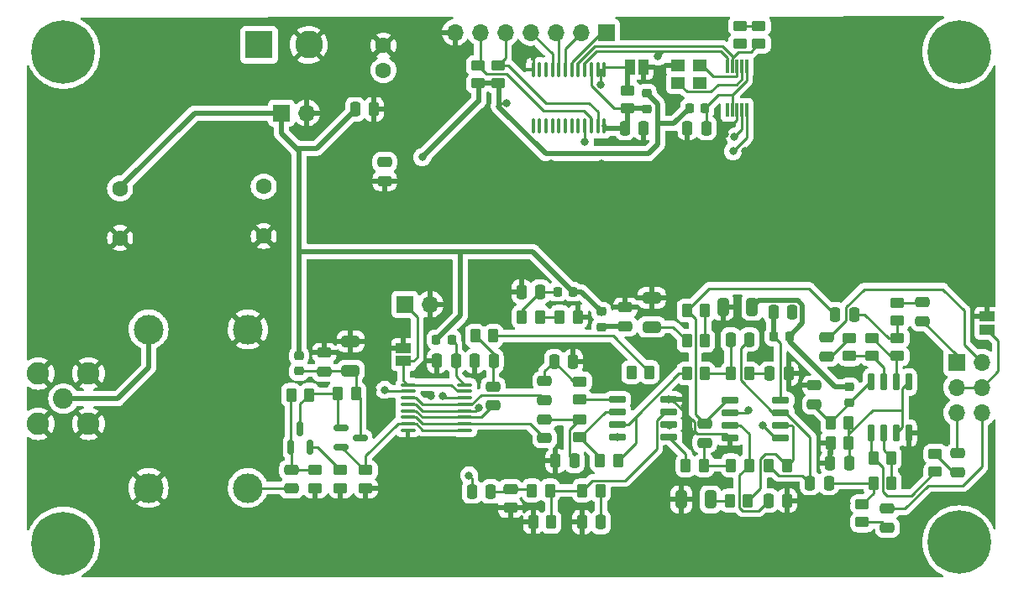
<source format=gbr>
%TF.GenerationSoftware,KiCad,Pcbnew,(6.0.9)*%
%TF.CreationDate,2023-05-20T11:21:48+02:00*%
%TF.ProjectId,sdrt41,73647274-3431-42e6-9b69-6361645f7063,rev?*%
%TF.SameCoordinates,Original*%
%TF.FileFunction,Copper,L1,Top*%
%TF.FilePolarity,Positive*%
%FSLAX46Y46*%
G04 Gerber Fmt 4.6, Leading zero omitted, Abs format (unit mm)*
G04 Created by KiCad (PCBNEW (6.0.9)) date 2023-05-20 11:21:48*
%MOMM*%
%LPD*%
G01*
G04 APERTURE LIST*
G04 Aperture macros list*
%AMRoundRect*
0 Rectangle with rounded corners*
0 $1 Rounding radius*
0 $2 $3 $4 $5 $6 $7 $8 $9 X,Y pos of 4 corners*
0 Add a 4 corners polygon primitive as box body*
4,1,4,$2,$3,$4,$5,$6,$7,$8,$9,$2,$3,0*
0 Add four circle primitives for the rounded corners*
1,1,$1+$1,$2,$3*
1,1,$1+$1,$4,$5*
1,1,$1+$1,$6,$7*
1,1,$1+$1,$8,$9*
0 Add four rect primitives between the rounded corners*
20,1,$1+$1,$2,$3,$4,$5,0*
20,1,$1+$1,$4,$5,$6,$7,0*
20,1,$1+$1,$6,$7,$8,$9,0*
20,1,$1+$1,$8,$9,$2,$3,0*%
G04 Aperture macros list end*
%TA.AperFunction,SMDPad,CuDef*%
%ADD10RoundRect,0.250000X-0.450000X0.262500X-0.450000X-0.262500X0.450000X-0.262500X0.450000X0.262500X0*%
%TD*%
%TA.AperFunction,SMDPad,CuDef*%
%ADD11RoundRect,0.250000X-0.475000X0.250000X-0.475000X-0.250000X0.475000X-0.250000X0.475000X0.250000X0*%
%TD*%
%TA.AperFunction,SMDPad,CuDef*%
%ADD12RoundRect,0.250000X0.475000X-0.250000X0.475000X0.250000X-0.475000X0.250000X-0.475000X-0.250000X0*%
%TD*%
%TA.AperFunction,SMDPad,CuDef*%
%ADD13RoundRect,0.250000X-0.262500X-0.450000X0.262500X-0.450000X0.262500X0.450000X-0.262500X0.450000X0*%
%TD*%
%TA.AperFunction,SMDPad,CuDef*%
%ADD14RoundRect,0.250000X0.325000X0.650000X-0.325000X0.650000X-0.325000X-0.650000X0.325000X-0.650000X0*%
%TD*%
%TA.AperFunction,SMDPad,CuDef*%
%ADD15RoundRect,0.250000X0.262500X0.450000X-0.262500X0.450000X-0.262500X-0.450000X0.262500X-0.450000X0*%
%TD*%
%TA.AperFunction,SMDPad,CuDef*%
%ADD16RoundRect,0.250000X-0.650000X0.325000X-0.650000X-0.325000X0.650000X-0.325000X0.650000X0.325000X0*%
%TD*%
%TA.AperFunction,SMDPad,CuDef*%
%ADD17RoundRect,0.250000X-0.250000X-0.475000X0.250000X-0.475000X0.250000X0.475000X-0.250000X0.475000X0*%
%TD*%
%TA.AperFunction,SMDPad,CuDef*%
%ADD18RoundRect,0.250000X0.250000X0.475000X-0.250000X0.475000X-0.250000X-0.475000X0.250000X-0.475000X0*%
%TD*%
%TA.AperFunction,SMDPad,CuDef*%
%ADD19R,0.300000X1.400000*%
%TD*%
%TA.AperFunction,SMDPad,CuDef*%
%ADD20RoundRect,0.150000X0.150000X-0.587500X0.150000X0.587500X-0.150000X0.587500X-0.150000X-0.587500X0*%
%TD*%
%TA.AperFunction,ComponentPad*%
%ADD21C,0.800000*%
%TD*%
%TA.AperFunction,ComponentPad*%
%ADD22C,6.400000*%
%TD*%
%TA.AperFunction,SMDPad,CuDef*%
%ADD23RoundRect,0.218750X0.218750X0.256250X-0.218750X0.256250X-0.218750X-0.256250X0.218750X-0.256250X0*%
%TD*%
%TA.AperFunction,SMDPad,CuDef*%
%ADD24R,1.500000X1.000000*%
%TD*%
%TA.AperFunction,SMDPad,CuDef*%
%ADD25RoundRect,0.250000X0.450000X-0.262500X0.450000X0.262500X-0.450000X0.262500X-0.450000X-0.262500X0*%
%TD*%
%TA.AperFunction,SMDPad,CuDef*%
%ADD26RoundRect,0.218750X-0.256250X0.218750X-0.256250X-0.218750X0.256250X-0.218750X0.256250X0.218750X0*%
%TD*%
%TA.AperFunction,ComponentPad*%
%ADD27C,2.050000*%
%TD*%
%TA.AperFunction,ComponentPad*%
%ADD28C,2.250000*%
%TD*%
%TA.AperFunction,ComponentPad*%
%ADD29C,1.600000*%
%TD*%
%TA.AperFunction,SMDPad,CuDef*%
%ADD30RoundRect,0.150000X0.150000X-0.725000X0.150000X0.725000X-0.150000X0.725000X-0.150000X-0.725000X0*%
%TD*%
%TA.AperFunction,SMDPad,CuDef*%
%ADD31RoundRect,0.100000X-0.637500X-0.100000X0.637500X-0.100000X0.637500X0.100000X-0.637500X0.100000X0*%
%TD*%
%TA.AperFunction,SMDPad,CuDef*%
%ADD32R,1.000000X1.500000*%
%TD*%
%TA.AperFunction,ComponentPad*%
%ADD33R,1.700000X1.700000*%
%TD*%
%TA.AperFunction,ComponentPad*%
%ADD34O,1.700000X1.700000*%
%TD*%
%TA.AperFunction,ComponentPad*%
%ADD35R,2.800000X2.800000*%
%TD*%
%TA.AperFunction,ComponentPad*%
%ADD36C,2.800000*%
%TD*%
%TA.AperFunction,ComponentPad*%
%ADD37C,3.000000*%
%TD*%
%TA.AperFunction,SMDPad,CuDef*%
%ADD38R,1.400000X1.200000*%
%TD*%
%TA.AperFunction,SMDPad,CuDef*%
%ADD39RoundRect,0.250000X-0.325000X-0.650000X0.325000X-0.650000X0.325000X0.650000X-0.325000X0.650000X0*%
%TD*%
%TA.AperFunction,SMDPad,CuDef*%
%ADD40RoundRect,0.150000X-0.725000X-0.150000X0.725000X-0.150000X0.725000X0.150000X-0.725000X0.150000X0*%
%TD*%
%TA.AperFunction,SMDPad,CuDef*%
%ADD41RoundRect,0.218750X-0.218750X-0.256250X0.218750X-0.256250X0.218750X0.256250X-0.218750X0.256250X0*%
%TD*%
%TA.AperFunction,SMDPad,CuDef*%
%ADD42RoundRect,0.150000X0.725000X0.150000X-0.725000X0.150000X-0.725000X-0.150000X0.725000X-0.150000X0*%
%TD*%
%TA.AperFunction,SMDPad,CuDef*%
%ADD43RoundRect,0.100000X-0.100000X0.637500X-0.100000X-0.637500X0.100000X-0.637500X0.100000X0.637500X0*%
%TD*%
%TA.AperFunction,SMDPad,CuDef*%
%ADD44RoundRect,0.150000X-0.587500X-0.150000X0.587500X-0.150000X0.587500X0.150000X-0.587500X0.150000X0*%
%TD*%
%TA.AperFunction,ViaPad*%
%ADD45C,0.800000*%
%TD*%
%TA.AperFunction,Conductor*%
%ADD46C,0.250000*%
%TD*%
%TA.AperFunction,Conductor*%
%ADD47C,0.500000*%
%TD*%
G04 APERTURE END LIST*
D10*
%TO.P,R18,1*%
%TO.N,+3V3*%
X96520000Y-64850000D03*
%TO.P,R18,2*%
%TO.N,SDA1*%
X96520000Y-66675000D03*
%TD*%
%TO.P,R15,1*%
%TO.N,+3V3*%
X98425000Y-64850000D03*
%TO.P,R15,2*%
%TO.N,SCL1*%
X98425000Y-66675000D03*
%TD*%
D11*
%TO.P,C37,1*%
%TO.N,/I-*%
X118491000Y-108016000D03*
%TO.P,C37,2*%
%TO.N,Net-(C37-Pad2)*%
X118491000Y-109916000D03*
%TD*%
D12*
%TO.P,C6,1*%
%TO.N,Net-(C6-Pad1)*%
X51308000Y-111567000D03*
%TO.P,C6,2*%
%TO.N,Net-(C6-Pad2)*%
X51308000Y-109667000D03*
%TD*%
D13*
%TO.P,R19,1*%
%TO.N,Net-(C23-Pad2)*%
X74525500Y-94234000D03*
%TO.P,R19,2*%
%TO.N,Net-(R11-Pad1)*%
X76350500Y-94234000D03*
%TD*%
D14*
%TO.P,C11,1*%
%TO.N,+5V*%
X97741000Y-93218000D03*
%TO.P,C11,2*%
%TO.N,GND*%
X94791000Y-93218000D03*
%TD*%
D15*
%TO.P,R38,1*%
%TO.N,Vbal*%
X107465500Y-106934000D03*
%TO.P,R38,2*%
%TO.N,GND*%
X105640500Y-106934000D03*
%TD*%
D16*
%TO.P,C2,1*%
%TO.N,GND*%
X57277000Y-96696000D03*
%TO.P,C2,2*%
%TO.N,Net-(C2-Pad2)*%
X57277000Y-99646000D03*
%TD*%
D13*
%TO.P,R4,1*%
%TO.N,Net-(Q1-Pad3)*%
X55983500Y-101981000D03*
%TO.P,R4,2*%
%TO.N,Net-(C2-Pad2)*%
X57808500Y-101981000D03*
%TD*%
D15*
%TO.P,R17,1*%
%TO.N,Net-(R12-Pad1)*%
X77493500Y-114935000D03*
%TO.P,R17,2*%
%TO.N,GND*%
X75668500Y-114935000D03*
%TD*%
D17*
%TO.P,C10,1*%
%TO.N,GND*%
X65979000Y-98679000D03*
%TO.P,C10,2*%
%TO.N,Net-(C10-Pad2)*%
X67879000Y-98679000D03*
%TD*%
D18*
%TO.P,C20,1*%
%TO.N,GND*%
X101788000Y-93726000D03*
%TO.P,C20,2*%
%TO.N,+12P*%
X99888000Y-93726000D03*
%TD*%
D17*
%TO.P,C29,1*%
%TO.N,Net-(C29-Pad1)*%
X95570000Y-96520000D03*
%TO.P,C29,2*%
%TO.N,Net-(C29-Pad2)*%
X97470000Y-96520000D03*
%TD*%
D19*
%TO.P,U6,1,VDD*%
%TO.N,Net-(C18-Pad2)*%
X97224289Y-68948887D03*
%TO.P,U6,2,XA*%
%TO.N,Net-(U6-Pad2)*%
X96724289Y-68948887D03*
%TO.P,U6,3,XB*%
%TO.N,Net-(U6-Pad3)*%
X96224289Y-68948887D03*
%TO.P,U6,4,SCL*%
%TO.N,SCL1*%
X95724289Y-68948887D03*
%TO.P,U6,5,SDA*%
%TO.N,SDA1*%
X95224289Y-68948887D03*
%TO.P,U6,6,CLK2*%
%TO.N,Clock2*%
X95224289Y-73348887D03*
%TO.P,U6,7,VDDO*%
%TO.N,Net-(C18-Pad2)*%
X95724289Y-73348887D03*
%TO.P,U6,8,GND*%
%TO.N,GND*%
X96224289Y-73348887D03*
%TO.P,U6,9,CLK1*%
%TO.N,Clock1*%
X96724289Y-73348887D03*
%TO.P,U6,10,CLK0*%
%TO.N,Clock*%
X97224289Y-73348887D03*
%TD*%
D20*
%TO.P,Q1,1,B*%
%TO.N,Net-(C6-Pad2)*%
X51247000Y-107363500D03*
%TO.P,Q1,2,E*%
%TO.N,Net-(Q1-Pad2)*%
X53147000Y-107363500D03*
%TO.P,Q1,3,C*%
%TO.N,Net-(Q1-Pad3)*%
X52197000Y-105488500D03*
%TD*%
D21*
%TO.P,H1,1,1*%
%TO.N,unconnected-(H1-Pad1)*%
X116920944Y-69197056D03*
X121018000Y-67500000D03*
X120315056Y-65802944D03*
X120315056Y-69197056D03*
D22*
X118618000Y-67500000D03*
D21*
X118618000Y-65100000D03*
X116920944Y-65802944D03*
X118618000Y-69900000D03*
X116218000Y-67500000D03*
%TD*%
D17*
%TO.P,C18,1*%
%TO.N,GND*%
X91226497Y-75184000D03*
%TO.P,C18,2*%
%TO.N,Net-(C18-Pad2)*%
X93126497Y-75184000D03*
%TD*%
D23*
%TO.P,L6,1,1*%
%TO.N,+5V*%
X101498500Y-96215200D03*
%TO.P,L6,2,2*%
%TO.N,+12P*%
X99923500Y-96215200D03*
%TD*%
D11*
%TO.P,C15,1*%
%TO.N,Net-(C15-Pad1)*%
X71628000Y-101285000D03*
%TO.P,C15,2*%
%TO.N,Net-(C15-Pad2)*%
X71628000Y-103185000D03*
%TD*%
D24*
%TO.P,JP2,1,A*%
%TO.N,GND*%
X62611000Y-97394000D03*
%TO.P,JP2,2,B*%
%TO.N,RX-TX*%
X62611000Y-98694000D03*
%TD*%
D18*
%TO.P,C21,1*%
%TO.N,GND*%
X79690000Y-98740000D03*
%TO.P,C21,2*%
%TO.N,Net-(C14-Pad1)*%
X77790000Y-98740000D03*
%TD*%
D16*
%TO.P,C26,1*%
%TO.N,GND*%
X87630000Y-92300000D03*
%TO.P,C26,2*%
%TO.N,Net-(C26-Pad2)*%
X87630000Y-95250000D03*
%TD*%
D18*
%TO.P,C7,1*%
%TO.N,GND*%
X59624000Y-73279000D03*
%TO.P,C7,2*%
%TO.N,+5V*%
X57724000Y-73279000D03*
%TD*%
D13*
%TO.P,R37,1*%
%TO.N,Net-(C32-Pad2)*%
X105640500Y-104902000D03*
%TO.P,R37,2*%
%TO.N,Vbal*%
X107465500Y-104902000D03*
%TD*%
D15*
%TO.P,R22,1*%
%TO.N,Net-(C30-Pad1)*%
X92884000Y-109220000D03*
%TO.P,R22,2*%
%TO.N,Net-(R14-Pad1)*%
X91059000Y-109220000D03*
%TD*%
D25*
%TO.P,R33,1*%
%TO.N,Net-(C35-Pad1)*%
X108839000Y-114958500D03*
%TO.P,R33,2*%
%TO.N,Net-(C31-Pad2)*%
X108839000Y-113133500D03*
%TD*%
D15*
%TO.P,R25,1*%
%TO.N,Net-(C27-Pad2)*%
X97432500Y-99949000D03*
%TO.P,R25,2*%
%TO.N,Net-(C29-Pad1)*%
X95607500Y-99949000D03*
%TD*%
D25*
%TO.P,R6,1*%
%TO.N,+3V3*%
X70104000Y-70675880D03*
%TO.P,R6,2*%
%TO.N,SCL*%
X70104000Y-68850880D03*
%TD*%
D17*
%TO.P,C23,1*%
%TO.N,GND*%
X80584000Y-114935000D03*
%TO.P,C23,2*%
%TO.N,Net-(C23-Pad2)*%
X82484000Y-114935000D03*
%TD*%
D26*
%TO.P,L8,1,1*%
%TO.N,+5V*%
X107569000Y-101320500D03*
%TO.P,L8,2,2*%
%TO.N,Net-(C32-Pad2)*%
X107569000Y-102895500D03*
%TD*%
D15*
%TO.P,R13,1*%
%TO.N,Net-(R13-Pad1)*%
X84224500Y-108712000D03*
%TO.P,R13,2*%
%TO.N,Net-(R13-Pad2)*%
X82399500Y-108712000D03*
%TD*%
D26*
%TO.P,L4,1,1*%
%TO.N,+5V*%
X82550000Y-93700500D03*
%TO.P,L4,2,2*%
%TO.N,+12C*%
X82550000Y-95275500D03*
%TD*%
D23*
%TO.P,L7,1,1*%
%TO.N,+5V*%
X79682500Y-91700000D03*
%TO.P,L7,2,2*%
%TO.N,Net-(C23-Pad2)*%
X78107500Y-91700000D03*
%TD*%
D11*
%TO.P,C13,1*%
%TO.N,Net-(C13-Pad1)*%
X76835000Y-104587000D03*
%TO.P,C13,2*%
%TO.N,Net-(C13-Pad2)*%
X76835000Y-106487000D03*
%TD*%
D25*
%TO.P,R11,1*%
%TO.N,Net-(R11-Pad1)*%
X80391000Y-102573500D03*
%TO.P,R11,2*%
%TO.N,Net-(C14-Pad1)*%
X80391000Y-100748500D03*
%TD*%
D27*
%TO.P,J2,1,In*%
%TO.N,Net-(J2-Pad1)*%
X28321000Y-102489000D03*
D28*
%TO.P,J2,2,Ext*%
%TO.N,GND*%
X30861000Y-105029000D03*
X30861000Y-99949000D03*
X25781000Y-105029000D03*
X25781000Y-99949000D03*
%TD*%
D12*
%TO.P,C38,1*%
%TO.N,Net-(C38-Pad1)*%
X105283000Y-98232000D03*
%TO.P,C38,2*%
%TO.N,/Q-*%
X105283000Y-96332000D03*
%TD*%
D13*
%TO.P,R31,1*%
%TO.N,Net-(C29-Pad2)*%
X99417500Y-109220000D03*
%TO.P,R31,2*%
%TO.N,Net-(R24-Pad2)*%
X101242500Y-109220000D03*
%TD*%
D17*
%TO.P,C33,1*%
%TO.N,Net-(C30-Pad2)*%
X106111000Y-93980000D03*
%TO.P,C33,2*%
%TO.N,Net-(C33-Pad2)*%
X108011000Y-93980000D03*
%TD*%
D13*
%TO.P,R27,1*%
%TO.N,Net-(C26-Pad2)*%
X91162500Y-96647000D03*
%TO.P,R27,2*%
%TO.N,Net-(R27-Pad2)*%
X92987500Y-96647000D03*
%TD*%
%TO.P,R32,1*%
%TO.N,Net-(C30-Pad2)*%
X91162500Y-93599000D03*
%TO.P,R32,2*%
%TO.N,Net-(R27-Pad2)*%
X92987500Y-93599000D03*
%TD*%
%TO.P,R24,1*%
%TO.N,Net-(C25-Pad2)*%
X95480500Y-112776000D03*
%TO.P,R24,2*%
%TO.N,Net-(R24-Pad2)*%
X97305500Y-112776000D03*
%TD*%
D17*
%TO.P,C17,1*%
%TO.N,GND*%
X77917000Y-108773000D03*
%TO.P,C17,2*%
%TO.N,Net-(C13-Pad1)*%
X79817000Y-108773000D03*
%TD*%
D26*
%TO.P,L1,1,1*%
%TO.N,+5V*%
X52070000Y-98145500D03*
%TO.P,L1,2,2*%
%TO.N,Net-(C2-Pad2)*%
X52070000Y-99720500D03*
%TD*%
D12*
%TO.P,C22,1*%
%TO.N,GND*%
X73380600Y-113522800D03*
%TO.P,C22,2*%
%TO.N,Net-(C16-Pad1)*%
X73380600Y-111622800D03*
%TD*%
D29*
%TO.P,C4,1*%
%TO.N,+3V3*%
X60579000Y-69342000D03*
%TO.P,C4,2*%
%TO.N,GND*%
X60579000Y-66842000D03*
%TD*%
D21*
%TO.P,H4,1,1*%
%TO.N,unconnected-(H4-Pad1)*%
X26623944Y-69197056D03*
X30018056Y-69197056D03*
X30018056Y-65802944D03*
X26623944Y-65802944D03*
X28321000Y-69900000D03*
X30721000Y-67500000D03*
X28321000Y-65100000D03*
X25921000Y-67500000D03*
D22*
X28321000Y-67500000D03*
%TD*%
D30*
%TO.P,U8,1*%
%TO.N,Net-(R39-Pad1)*%
X109728000Y-105953000D03*
%TO.P,U8,2,-*%
%TO.N,Net-(R35-Pad1)*%
X110998000Y-105953000D03*
%TO.P,U8,3,+*%
%TO.N,Vbal*%
X112268000Y-105953000D03*
%TO.P,U8,4,V-*%
%TO.N,GND*%
X113538000Y-105953000D03*
%TO.P,U8,5,+*%
%TO.N,Vbal*%
X113538000Y-100803000D03*
%TO.P,U8,6,-*%
%TO.N,Net-(R36-Pad1)*%
X112268000Y-100803000D03*
%TO.P,U8,7*%
%TO.N,Net-(R40-Pad1)*%
X110998000Y-100803000D03*
%TO.P,U8,8,V+*%
%TO.N,Net-(C32-Pad2)*%
X109728000Y-100803000D03*
%TD*%
D25*
%TO.P,R36,1*%
%TO.N,Net-(R36-Pad1)*%
X112395000Y-98194500D03*
%TO.P,R36,2*%
%TO.N,Net-(C33-Pad2)*%
X112395000Y-96369500D03*
%TD*%
D31*
%TO.P,U4,1,1~{OE}*%
%TO.N,RX-TX*%
X63050500Y-101103000D03*
%TO.P,U4,2,S1*%
%TO.N,Clock1*%
X63050500Y-101753000D03*
%TO.P,U4,3,1B4*%
%TO.N,Net-(C14-Pad2)*%
X63050500Y-102403000D03*
%TO.P,U4,4,1B3*%
%TO.N,Net-(C16-Pad2)*%
X63050500Y-103053000D03*
%TO.P,U4,5,1B2*%
%TO.N,Net-(C15-Pad2)*%
X63050500Y-103703000D03*
%TO.P,U4,6,1B1*%
%TO.N,Net-(C13-Pad2)*%
X63050500Y-104353000D03*
%TO.P,U4,7,1A*%
%TO.N,Net-(Q2-Pad2)*%
X63050500Y-105003000D03*
%TO.P,U4,8,GND*%
%TO.N,GND*%
X63050500Y-105653000D03*
%TO.P,U4,9,2A*%
%TO.N,Net-(Q2-Pad2)*%
X68775500Y-105653000D03*
%TO.P,U4,10,2B1*%
%TO.N,Net-(C13-Pad2)*%
X68775500Y-105003000D03*
%TO.P,U4,11,2B2*%
%TO.N,Net-(C15-Pad2)*%
X68775500Y-104353000D03*
%TO.P,U4,12,2B3*%
%TO.N,Net-(C16-Pad2)*%
X68775500Y-103703000D03*
%TO.P,U4,13,2B4*%
%TO.N,Net-(C14-Pad2)*%
X68775500Y-103053000D03*
%TO.P,U4,14,S0*%
%TO.N,Clock*%
X68775500Y-102403000D03*
%TO.P,U4,15,2~{OE}*%
%TO.N,RX-TX*%
X68775500Y-101753000D03*
%TO.P,U4,16,VCC*%
%TO.N,Net-(C10-Pad2)*%
X68775500Y-101103000D03*
%TD*%
D26*
%TO.P,L2,1,1*%
%TO.N,+3V3*%
X87122000Y-71653300D03*
%TO.P,L2,2,2*%
%TO.N,V3TCA*%
X87122000Y-73228300D03*
%TD*%
D18*
%TO.P,C9,1*%
%TO.N,GND*%
X86802000Y-75184000D03*
%TO.P,C9,2*%
%TO.N,V3TCA*%
X84902000Y-75184000D03*
%TD*%
D10*
%TO.P,R42,1*%
%TO.N,Net-(C38-Pad1)*%
X107569000Y-96369500D03*
%TO.P,R42,2*%
%TO.N,Net-(R40-Pad1)*%
X107569000Y-98194500D03*
%TD*%
D32*
%TO.P,JP1,1,A*%
%TO.N,Net-(JP1-Pad1)*%
X85456000Y-69037200D03*
%TO.P,JP1,2,B*%
%TO.N,GND*%
X86756000Y-69037200D03*
%TD*%
D15*
%TO.P,R35,1*%
%TO.N,Net-(R35-Pad1)*%
X111783500Y-110998000D03*
%TO.P,R35,2*%
%TO.N,Net-(C31-Pad2)*%
X109958500Y-110998000D03*
%TD*%
D29*
%TO.P,C1,1*%
%TO.N,+12V*%
X48514000Y-81066000D03*
%TO.P,C1,2*%
%TO.N,GND*%
X48514000Y-86066000D03*
%TD*%
D13*
%TO.P,R3,1*%
%TO.N,Net-(C6-Pad2)*%
X51284500Y-102108000D03*
%TO.P,R3,2*%
%TO.N,Net-(Q1-Pad3)*%
X53109500Y-102108000D03*
%TD*%
D33*
%TO.P,J5,1,Pin_1*%
%TO.N,SDA2*%
X83058000Y-65532000D03*
D34*
%TO.P,J5,2,Pin_2*%
%TO.N,SCL2*%
X80518000Y-65532000D03*
%TO.P,J5,3,Pin_3*%
%TO.N,SDA3*%
X77978000Y-65532000D03*
%TO.P,J5,4,Pin_4*%
%TO.N,SCL3*%
X75438000Y-65532000D03*
%TO.P,J5,5,Pin_5*%
%TO.N,SDA*%
X72898000Y-65532000D03*
%TO.P,J5,6,Pin_6*%
%TO.N,SCL*%
X70358000Y-65532000D03*
%TO.P,J5,7,Pin_7*%
%TO.N,GND*%
X67818000Y-65532000D03*
%TD*%
D12*
%TO.P,C35,1*%
%TO.N,Net-(C35-Pad1)*%
X111379000Y-115504000D03*
%TO.P,C35,2*%
%TO.N,/I+*%
X111379000Y-113604000D03*
%TD*%
D11*
%TO.P,C34,1*%
%TO.N,Net-(C34-Pad1)*%
X114935000Y-92776000D03*
%TO.P,C34,2*%
%TO.N,/Q+*%
X114935000Y-94676000D03*
%TD*%
D15*
%TO.P,R12,1*%
%TO.N,Net-(R12-Pad1)*%
X77366500Y-111760000D03*
%TO.P,R12,2*%
%TO.N,Net-(C16-Pad1)*%
X75541500Y-111760000D03*
%TD*%
%TO.P,R28,1*%
%TO.N,Net-(C28-Pad2)*%
X97432500Y-109220000D03*
%TO.P,R28,2*%
%TO.N,Net-(C30-Pad1)*%
X95607500Y-109220000D03*
%TD*%
D24*
%TO.P,JP3,1,A*%
%TO.N,Net-(J6-Pad3)*%
X121412000Y-95519000D03*
%TO.P,JP3,2,B*%
%TO.N,GND*%
X121412000Y-94219000D03*
%TD*%
D35*
%TO.P,J1,1,Pin_1*%
%TO.N,+12V*%
X48046000Y-66782000D03*
D36*
%TO.P,J1,2,Pin_2*%
%TO.N,GND*%
X53046000Y-66782000D03*
%TD*%
D25*
%TO.P,R5,1*%
%TO.N,GND*%
X56261000Y-111529500D03*
%TO.P,R5,2*%
%TO.N,Net-(Q1-Pad2)*%
X56261000Y-109704500D03*
%TD*%
D37*
%TO.P,T1,1,AA*%
%TO.N,Net-(J2-Pad1)*%
X36910000Y-95505000D03*
%TO.P,T1,2,AB*%
%TO.N,GND*%
X36910000Y-111505000D03*
%TO.P,T1,3,SA*%
X46910000Y-95505000D03*
%TO.P,T1,4,SB*%
%TO.N,Net-(C6-Pad1)*%
X46910000Y-111505000D03*
%TD*%
D29*
%TO.P,C3,1*%
%TO.N,+5V*%
X34036000Y-81269200D03*
%TO.P,C3,2*%
%TO.N,GND*%
X34036000Y-86269200D03*
%TD*%
D38*
%TO.P,Y1,1,1*%
%TO.N,Net-(U6-Pad3)*%
X92498291Y-68901889D03*
%TO.P,Y1,2,2*%
%TO.N,GND*%
X90298291Y-68901889D03*
%TO.P,Y1,3,3*%
%TO.N,Net-(U6-Pad2)*%
X90298291Y-70601889D03*
%TO.P,Y1,4,4*%
%TO.N,GND*%
X92498291Y-70601889D03*
%TD*%
D11*
%TO.P,C14,1*%
%TO.N,Net-(C14-Pad1)*%
X76835000Y-100711000D03*
%TO.P,C14,2*%
%TO.N,Net-(C14-Pad2)*%
X76835000Y-102611000D03*
%TD*%
D17*
%TO.P,C31,1*%
%TO.N,Net-(C29-Pad2)*%
X103571000Y-110998000D03*
%TO.P,C31,2*%
%TO.N,Net-(C31-Pad2)*%
X105471000Y-110998000D03*
%TD*%
D33*
%TO.P,J6,1,Pin_1*%
%TO.N,/Q+*%
X118359000Y-98821000D03*
D34*
%TO.P,J6,2,Pin_2*%
%TO.N,/Q-*%
X120899000Y-98821000D03*
%TO.P,J6,3,Pin_3*%
%TO.N,Net-(J6-Pad3)*%
X118359000Y-101361000D03*
%TO.P,J6,4,Pin_4*%
X120899000Y-101361000D03*
%TO.P,J6,5,Pin_5*%
%TO.N,/I-*%
X118359000Y-103901000D03*
%TO.P,J6,6,Pin_6*%
%TO.N,/I+*%
X120899000Y-103901000D03*
%TD*%
D39*
%TO.P,C25,1*%
%TO.N,GND*%
X90600000Y-112649000D03*
%TO.P,C25,2*%
%TO.N,Net-(C25-Pad2)*%
X93550000Y-112649000D03*
%TD*%
D18*
%TO.P,C16,1*%
%TO.N,Net-(C16-Pad1)*%
X71384200Y-111861600D03*
%TO.P,C16,2*%
%TO.N,Net-(C16-Pad2)*%
X69484200Y-111861600D03*
%TD*%
D40*
%TO.P,U7,1*%
%TO.N,Net-(C30-Pad2)*%
X95469000Y-102616000D03*
%TO.P,U7,2,-*%
%TO.N,Net-(R27-Pad2)*%
X95469000Y-103886000D03*
%TO.P,U7,3,+*%
%TO.N,Net-(C28-Pad2)*%
X95469000Y-105156000D03*
%TO.P,U7,4,V-*%
%TO.N,GND*%
X95469000Y-106426000D03*
%TO.P,U7,5,+*%
%TO.N,Net-(C27-Pad2)*%
X100619000Y-106426000D03*
%TO.P,U7,6,-*%
%TO.N,Net-(R24-Pad2)*%
X100619000Y-105156000D03*
%TO.P,U7,7*%
%TO.N,Net-(C29-Pad2)*%
X100619000Y-103886000D03*
%TO.P,U7,8,V+*%
%TO.N,+12P*%
X100619000Y-102616000D03*
%TD*%
D15*
%TO.P,R10,1*%
%TO.N,Net-(R10-Pad1)*%
X71651500Y-96139000D03*
%TO.P,R10,2*%
%TO.N,Net-(C15-Pad1)*%
X69826500Y-96139000D03*
%TD*%
D11*
%TO.P,C12,1*%
%TO.N,GND*%
X84963000Y-93284000D03*
%TO.P,C12,2*%
%TO.N,+12C*%
X84963000Y-95184000D03*
%TD*%
D10*
%TO.P,R41,1*%
%TO.N,Net-(C37-Pad2)*%
X116205000Y-108053500D03*
%TO.P,R41,2*%
%TO.N,Net-(R39-Pad1)*%
X116205000Y-109878500D03*
%TD*%
D25*
%TO.P,R9,1*%
%TO.N,Net-(R13-Pad2)*%
X80391000Y-106383500D03*
%TO.P,R9,2*%
%TO.N,Net-(C13-Pad1)*%
X80391000Y-104558500D03*
%TD*%
D15*
%TO.P,R21,1*%
%TO.N,Net-(C29-Pad1)*%
X92987500Y-99949000D03*
%TO.P,R21,2*%
%TO.N,Net-(R13-Pad1)*%
X91162500Y-99949000D03*
%TD*%
D41*
%TO.P,L3,1,1*%
%TO.N,+5V*%
X65887500Y-96520000D03*
%TO.P,L3,2,2*%
%TO.N,Net-(C10-Pad2)*%
X67462500Y-96520000D03*
%TD*%
D13*
%TO.P,R20,1*%
%TO.N,Net-(R11-Pad1)*%
X78335500Y-94234000D03*
%TO.P,R20,2*%
%TO.N,GND*%
X80160500Y-94234000D03*
%TD*%
D12*
%TO.P,C8,1*%
%TO.N,GND*%
X60706000Y-80513000D03*
%TO.P,C8,2*%
%TO.N,+3V3*%
X60706000Y-78613000D03*
%TD*%
D10*
%TO.P,R34,1*%
%TO.N,Net-(C34-Pad1)*%
X112395000Y-92813500D03*
%TO.P,R34,2*%
%TO.N,Net-(C33-Pad2)*%
X112395000Y-94638500D03*
%TD*%
D11*
%TO.P,C32,1*%
%TO.N,GND*%
X104013000Y-101158000D03*
%TO.P,C32,2*%
%TO.N,Net-(C32-Pad2)*%
X104013000Y-103058000D03*
%TD*%
D10*
%TO.P,R7,1*%
%TO.N,Net-(JP1-Pad1)*%
X85191600Y-71375900D03*
%TO.P,R7,2*%
%TO.N,V3TCA*%
X85191600Y-73200900D03*
%TD*%
D13*
%TO.P,R14,1*%
%TO.N,Net-(R14-Pad1)*%
X85574500Y-99822000D03*
%TO.P,R14,2*%
%TO.N,Net-(R10-Pad1)*%
X87399500Y-99822000D03*
%TD*%
D18*
%TO.P,C28,1*%
%TO.N,GND*%
X101280000Y-112776000D03*
%TO.P,C28,2*%
%TO.N,Net-(C28-Pad2)*%
X99380000Y-112776000D03*
%TD*%
D42*
%TO.P,U5,1*%
%TO.N,Net-(R14-Pad1)*%
X89316000Y-106360000D03*
%TO.P,U5,2,-*%
%TO.N,Net-(R10-Pad1)*%
X89316000Y-105090000D03*
%TO.P,U5,3,+*%
%TO.N,Net-(R12-Pad1)*%
X89316000Y-103820000D03*
%TO.P,U5,4,V-*%
%TO.N,GND*%
X89316000Y-102550000D03*
%TO.P,U5,5,+*%
%TO.N,Net-(R11-Pad1)*%
X84166000Y-102550000D03*
%TO.P,U5,6,-*%
%TO.N,Net-(R13-Pad2)*%
X84166000Y-103820000D03*
%TO.P,U5,7*%
%TO.N,Net-(R13-Pad1)*%
X84166000Y-105090000D03*
%TO.P,U5,8,V+*%
%TO.N,+12C*%
X84166000Y-106360000D03*
%TD*%
D11*
%TO.P,C5,1*%
%TO.N,GND*%
X54610000Y-97856000D03*
%TO.P,C5,2*%
%TO.N,Net-(C2-Pad2)*%
X54610000Y-99756000D03*
%TD*%
D10*
%TO.P,R1,1*%
%TO.N,Net-(C6-Pad2)*%
X53721000Y-109704500D03*
%TO.P,R1,2*%
%TO.N,GND*%
X53721000Y-111529500D03*
%TD*%
D17*
%TO.P,C36,1*%
%TO.N,GND*%
X105603000Y-108966000D03*
%TO.P,C36,2*%
%TO.N,Vbal*%
X107503000Y-108966000D03*
%TD*%
D43*
%TO.P,U3,1,A0*%
%TO.N,Net-(JP1-Pad1)*%
X82823000Y-69273500D03*
%TO.P,U3,2,A1*%
X82173000Y-69273500D03*
%TO.P,U3,3,~{RESET}*%
%TO.N,V3TCA*%
X81523000Y-69273500D03*
%TO.P,U3,4,SD0*%
%TO.N,SDA1*%
X80873000Y-69273500D03*
%TO.P,U3,5,SC0*%
%TO.N,SCL1*%
X80223000Y-69273500D03*
%TO.P,U3,6,SD1*%
%TO.N,SDA2*%
X79573000Y-69273500D03*
%TO.P,U3,7,SC1*%
%TO.N,SCL2*%
X78923000Y-69273500D03*
%TO.P,U3,8,SD2*%
%TO.N,SDA3*%
X78273000Y-69273500D03*
%TO.P,U3,9,SC2*%
%TO.N,SCL3*%
X77623000Y-69273500D03*
%TO.P,U3,10,SD3*%
%TO.N,unconnected-(U3-Pad10)*%
X76973000Y-69273500D03*
%TO.P,U3,11,SC3*%
%TO.N,unconnected-(U3-Pad11)*%
X76323000Y-69273500D03*
%TO.P,U3,12,GND*%
%TO.N,GND*%
X75673000Y-69273500D03*
%TO.P,U3,13,SD4*%
%TO.N,unconnected-(U3-Pad13)*%
X75673000Y-74998500D03*
%TO.P,U3,14,SC4*%
%TO.N,unconnected-(U3-Pad14)*%
X76323000Y-74998500D03*
%TO.P,U3,15,SD5*%
%TO.N,unconnected-(U3-Pad15)*%
X76973000Y-74998500D03*
%TO.P,U3,16,SC5*%
%TO.N,unconnected-(U3-Pad16)*%
X77623000Y-74998500D03*
%TO.P,U3,17,SD6*%
%TO.N,unconnected-(U3-Pad17)*%
X78273000Y-74998500D03*
%TO.P,U3,18,SC6*%
%TO.N,unconnected-(U3-Pad18)*%
X78923000Y-74998500D03*
%TO.P,U3,19,SD7*%
%TO.N,unconnected-(U3-Pad19)*%
X79573000Y-74998500D03*
%TO.P,U3,20,SC7*%
%TO.N,unconnected-(U3-Pad20)*%
X80223000Y-74998500D03*
%TO.P,U3,21,A2*%
%TO.N,Net-(JP1-Pad1)*%
X80873000Y-74998500D03*
%TO.P,U3,22,SCL*%
%TO.N,SCL*%
X81523000Y-74998500D03*
%TO.P,U3,23,SDA*%
%TO.N,SDA*%
X82173000Y-74998500D03*
%TO.P,U3,24,VCC*%
%TO.N,V3TCA*%
X82823000Y-74998500D03*
%TD*%
D33*
%TO.P,J3,1,Pin_1*%
%TO.N,+5V*%
X50292000Y-73660000D03*
D34*
%TO.P,J3,2,Pin_2*%
%TO.N,GND*%
X52832000Y-73660000D03*
%TD*%
D33*
%TO.P,J4,1,Pin_1*%
%TO.N,RX-TX*%
X62733000Y-92964000D03*
D34*
%TO.P,J4,2,Pin_2*%
%TO.N,GND*%
X65273000Y-92964000D03*
%TD*%
D25*
%TO.P,R40,1*%
%TO.N,Net-(R40-Pad1)*%
X109855000Y-98194500D03*
%TO.P,R40,2*%
%TO.N,Net-(R36-Pad1)*%
X109855000Y-96369500D03*
%TD*%
D13*
%TO.P,R39,1*%
%TO.N,Net-(R39-Pad1)*%
X109958500Y-108458000D03*
%TO.P,R39,2*%
%TO.N,Net-(R35-Pad1)*%
X111783500Y-108458000D03*
%TD*%
D15*
%TO.P,R16,1*%
%TO.N,Net-(C23-Pad2)*%
X82446500Y-111760000D03*
%TO.P,R16,2*%
%TO.N,Net-(R12-Pad1)*%
X80621500Y-111760000D03*
%TD*%
D25*
%TO.P,R2,1*%
%TO.N,+3V3*%
X72136000Y-70675880D03*
%TO.P,R2,2*%
%TO.N,SDA*%
X72136000Y-68850880D03*
%TD*%
D17*
%TO.P,C19,1*%
%TO.N,GND*%
X69789000Y-98679000D03*
%TO.P,C19,2*%
%TO.N,Net-(C15-Pad1)*%
X71689000Y-98679000D03*
%TD*%
%TO.P,C24,1*%
%TO.N,GND*%
X74488000Y-91694000D03*
%TO.P,C24,2*%
%TO.N,Net-(C23-Pad2)*%
X76388000Y-91694000D03*
%TD*%
D21*
%TO.P,H2,1,1*%
%TO.N,unconnected-(H2-Pad1)*%
X118618000Y-114567000D03*
X118618000Y-119367000D03*
X116920944Y-118664056D03*
X121018000Y-116967000D03*
X116218000Y-116967000D03*
D22*
X118618000Y-116967000D03*
D21*
X116920944Y-115269944D03*
X120315056Y-115269944D03*
X120315056Y-118664056D03*
%TD*%
D25*
%TO.P,R8,1*%
%TO.N,GND*%
X58801000Y-111529500D03*
%TO.P,R8,2*%
%TO.N,Net-(Q2-Pad2)*%
X58801000Y-109704500D03*
%TD*%
D44*
%TO.P,Q2,1,B*%
%TO.N,Net-(Q1-Pad3)*%
X56339500Y-105476000D03*
%TO.P,Q2,2,E*%
%TO.N,Net-(Q2-Pad2)*%
X56339500Y-107376000D03*
%TO.P,Q2,3,C*%
%TO.N,Net-(C2-Pad2)*%
X58214500Y-106426000D03*
%TD*%
D12*
%TO.P,C30,1*%
%TO.N,Net-(C30-Pad1)*%
X92964000Y-106934000D03*
%TO.P,C30,2*%
%TO.N,Net-(C30-Pad2)*%
X92964000Y-105034000D03*
%TD*%
D21*
%TO.P,H3,1,1*%
%TO.N,unconnected-(H3-Pad1)*%
X25921000Y-117094000D03*
X30721000Y-117094000D03*
X30018056Y-118791056D03*
X26623944Y-118791056D03*
X30018056Y-115396944D03*
X28321000Y-119494000D03*
X26623944Y-115396944D03*
D22*
X28321000Y-117094000D03*
D21*
X28321000Y-114694000D03*
%TD*%
D41*
%TO.P,L5,1,1*%
%TO.N,+3V3*%
X91414500Y-73180891D03*
%TO.P,L5,2,2*%
%TO.N,Net-(C18-Pad2)*%
X92989500Y-73180891D03*
%TD*%
D18*
%TO.P,C27,1*%
%TO.N,GND*%
X101407000Y-99949000D03*
%TO.P,C27,2*%
%TO.N,Net-(C27-Pad2)*%
X99507000Y-99949000D03*
%TD*%
D45*
%TO.N,SDA1*%
X88265000Y-67945000D03*
X96520000Y-66675000D03*
%TO.N,+3V3*%
X96520000Y-64850000D03*
X91414500Y-73180891D03*
X73025000Y-72667500D03*
%TO.N,GND*%
X87630000Y-81280000D03*
X73660000Y-118110000D03*
X60960000Y-90170000D03*
X107315000Y-113030000D03*
X88900000Y-112600000D03*
X119380000Y-87630000D03*
X91440000Y-64770000D03*
X69850000Y-81280000D03*
X99060000Y-78740000D03*
X73660000Y-83820000D03*
X101803200Y-93751400D03*
X86766400Y-75234800D03*
X38100000Y-118110000D03*
X68580000Y-118110000D03*
X62230000Y-83820000D03*
X96520000Y-87630000D03*
X75692000Y-67818000D03*
X26670000Y-86360000D03*
X32385000Y-90170000D03*
X76200000Y-118110000D03*
X107950000Y-87630000D03*
X48260000Y-118110000D03*
X55880000Y-118110000D03*
X79756000Y-98679000D03*
X26670000Y-90170000D03*
X115570000Y-87630000D03*
X91694000Y-78740000D03*
X80645000Y-88900000D03*
X59512200Y-101600000D03*
X45085000Y-90170000D03*
X64770000Y-83820000D03*
X59690000Y-83820000D03*
X42545000Y-90170000D03*
X65405000Y-102184200D03*
X86766400Y-69088000D03*
X31750000Y-110490000D03*
X113030000Y-64770000D03*
X105537000Y-108966000D03*
X65913000Y-98679000D03*
X50800000Y-118110000D03*
X92710000Y-87630000D03*
X91287499Y-75184000D03*
X111760000Y-87630000D03*
X104013000Y-101158000D03*
X72898000Y-91694000D03*
X40005000Y-90170000D03*
X66040000Y-118110000D03*
X77470000Y-78740000D03*
X89316000Y-102550000D03*
X40640000Y-118110000D03*
X101600000Y-118110000D03*
X80137000Y-94234000D03*
X78740000Y-118110000D03*
X26670000Y-78740000D03*
X96520000Y-118110000D03*
X87630000Y-90805000D03*
X45720000Y-118110000D03*
X100330000Y-73660000D03*
X26670000Y-82550000D03*
X81280000Y-118110000D03*
X92541290Y-70513888D03*
X26670000Y-74930000D03*
X119380000Y-81280000D03*
X71120000Y-118110000D03*
X37465000Y-90170000D03*
X83820000Y-81280000D03*
X86360000Y-118110000D03*
X91440000Y-81280000D03*
X100330000Y-69850000D03*
X47625000Y-90170000D03*
X29845000Y-90170000D03*
X109220000Y-64770000D03*
X72390000Y-78740000D03*
X86360000Y-87630000D03*
X105410000Y-64770000D03*
X88900000Y-87630000D03*
X90382291Y-68989889D03*
X60960000Y-118110000D03*
X56515000Y-90170000D03*
X34925000Y-90170000D03*
X101600000Y-67310000D03*
X87630000Y-64770000D03*
X80010000Y-81280000D03*
X88900000Y-118110000D03*
X94234000Y-76708000D03*
X94869000Y-93218000D03*
X35560000Y-118110000D03*
X107569000Y-99822000D03*
X97028000Y-77470000D03*
X69850000Y-98679000D03*
X101600000Y-64770000D03*
X91440000Y-118110000D03*
X105537000Y-106934000D03*
X58293000Y-80518000D03*
X60706000Y-80518000D03*
X53975000Y-90170000D03*
X87884000Y-78740000D03*
X67310000Y-83820000D03*
X30988000Y-93599000D03*
X76200000Y-81280000D03*
X25400000Y-110617000D03*
X100330000Y-87630000D03*
X104775000Y-115570000D03*
X26670000Y-93726000D03*
X63500000Y-118110000D03*
X57150000Y-83820000D03*
X104140000Y-87630000D03*
X95250000Y-81280000D03*
X119380000Y-76200000D03*
X113919000Y-107950000D03*
X58420000Y-118110000D03*
X43053000Y-65913000D03*
X53340000Y-118110000D03*
X99060000Y-118110000D03*
X71120000Y-86360000D03*
X43180000Y-118110000D03*
X94996916Y-75784613D03*
X83820000Y-118110000D03*
X93980000Y-118110000D03*
X82550000Y-78740000D03*
X104140000Y-118110000D03*
%TO.N,+5V*%
X97741000Y-93218000D03*
X57658000Y-73406000D03*
X82550000Y-93726000D03*
%TO.N,+3V3*%
X60706000Y-78613000D03*
X64491000Y-78105000D03*
%TO.N,Clock*%
X95808800Y-77520800D03*
X66548000Y-102184200D03*
%TO.N,+12C*%
X84166000Y-106360000D03*
X82550000Y-95250000D03*
%TO.N,Net-(C27-Pad2)*%
X98806000Y-105156000D03*
X99507000Y-99949000D03*
%TO.N,Net-(R11-Pad1)*%
X80391000Y-102573500D03*
X78359000Y-94234000D03*
%TO.N,Clock1*%
X95961200Y-76047600D03*
X60706000Y-101600000D03*
%TO.N,Net-(C16-Pad2)*%
X70158880Y-103382080D03*
X69215000Y-110236000D03*
%TO.N,Net-(C23-Pad2)*%
X74525500Y-94234000D03*
X82484000Y-111797500D03*
%TO.N,Net-(R10-Pad1)*%
X89408000Y-105156000D03*
X87399500Y-99822000D03*
%TO.N,Net-(R14-Pad1)*%
X85598000Y-99822000D03*
X91059000Y-109220000D03*
%TO.N,Net-(R27-Pad2)*%
X92987500Y-96647000D03*
X97409000Y-103632000D03*
%TO.N,Net-(JP1-Pad1)*%
X80873600Y-76606400D03*
X82499200Y-70815200D03*
%TD*%
D46*
%TO.N,SDA*%
X82173000Y-73537000D02*
X82173000Y-74998500D01*
X81280000Y-72644000D02*
X82173000Y-73537000D01*
X76962000Y-72644000D02*
X81280000Y-72644000D01*
X72136000Y-68850880D02*
X73168880Y-68850880D01*
X73168880Y-68850880D02*
X76962000Y-72644000D01*
%TO.N,SCL*%
X81523000Y-74157000D02*
X81523000Y-74998500D01*
X80772000Y-73406000D02*
X81523000Y-74157000D01*
X76708000Y-73406000D02*
X80772000Y-73406000D01*
X72990380Y-69688380D02*
X76708000Y-73406000D01*
X70941500Y-69688380D02*
X72990380Y-69688380D01*
X70104000Y-68850880D02*
X70941500Y-69688380D01*
%TO.N,GND*%
X75692000Y-69254500D02*
X75673000Y-69273500D01*
X75692000Y-67818000D02*
X75692000Y-69254500D01*
%TO.N,SDA1*%
X88265000Y-67945000D02*
X88798400Y-67411600D01*
X88798400Y-67411600D02*
X94550606Y-67411600D01*
X85801200Y-67411600D02*
X88798400Y-67411600D01*
%TO.N,+3V3*%
X73025000Y-72667500D02*
X72513334Y-72667500D01*
X72513334Y-72667500D02*
X72204017Y-72976817D01*
X96520000Y-64850000D02*
X98425000Y-64850000D01*
%TO.N,SCL1*%
X97587500Y-67512500D02*
X98425000Y-66675000D01*
X96317500Y-67512500D02*
X97587500Y-67512500D01*
X95724289Y-68105711D02*
X96317500Y-67512500D01*
X95724289Y-68105711D02*
X95724289Y-68948887D01*
X95724289Y-67948887D02*
X95724289Y-68105711D01*
D47*
%TO.N,GND*%
X30861000Y-105456000D02*
X30861000Y-105029000D01*
D46*
X92202000Y-106045000D02*
X95088000Y-106045000D01*
X91914480Y-105757480D02*
X92202000Y-106045000D01*
X72898000Y-91694000D02*
X74488000Y-91694000D01*
X95088000Y-106045000D02*
X95469000Y-106426000D01*
X89316000Y-102550000D02*
X89592072Y-102550000D01*
X89592072Y-102550000D02*
X91914480Y-104872408D01*
D47*
X30988000Y-105156000D02*
X30861000Y-105029000D01*
D46*
X87630000Y-92300000D02*
X87630000Y-90805000D01*
X90600000Y-112649000D02*
X88949000Y-112649000D01*
X96224290Y-74324605D02*
X96224292Y-73348887D01*
X74525500Y-91731500D02*
X74488000Y-91694000D01*
X94996916Y-75551979D02*
X96224290Y-74324605D01*
X88949000Y-112649000D02*
X88900000Y-112600000D01*
X91914480Y-104872408D02*
X91914480Y-105757480D01*
X94996916Y-75784613D02*
X94996916Y-75551979D01*
%TO.N,Net-(C2-Pad2)*%
X57277000Y-99646000D02*
X52144500Y-99646000D01*
X58214500Y-106426000D02*
X58214500Y-102387000D01*
X58214500Y-102387000D02*
X57808500Y-101981000D01*
X57808500Y-101981000D02*
X57808500Y-100177500D01*
X57808500Y-100177500D02*
X57277000Y-99646000D01*
X52144500Y-99646000D02*
X52070000Y-99720500D01*
D47*
%TO.N,+5V*%
X68326000Y-94081500D02*
X68326000Y-87630000D01*
X102327949Y-92551000D02*
X102819200Y-93042251D01*
X52070000Y-77470000D02*
X52070000Y-87630000D01*
X102819200Y-94894500D02*
X101498500Y-96215200D01*
X75612500Y-87630000D02*
X68326000Y-87630000D01*
X34036000Y-81178400D02*
X41554400Y-73660000D01*
X102819200Y-93042251D02*
X102819200Y-94894500D01*
X68326000Y-87630000D02*
X53340000Y-87630000D01*
X101498500Y-96215200D02*
X101498500Y-96697900D01*
X34036000Y-81269200D02*
X34036000Y-81178400D01*
X41554400Y-73660000D02*
X50292000Y-73660000D01*
X106121100Y-101320500D02*
X107569000Y-101320500D01*
X50292000Y-75692000D02*
X50292000Y-73660000D01*
X65887500Y-96520000D02*
X68326000Y-94081500D01*
X51816000Y-77216000D02*
X52070000Y-77470000D01*
X52070000Y-87630000D02*
X52070000Y-98145500D01*
X51816000Y-77216000D02*
X50292000Y-75692000D01*
X80549500Y-91700000D02*
X82550000Y-93700500D01*
X79682500Y-91700000D02*
X75612500Y-87630000D01*
X98408000Y-92551000D02*
X102327949Y-92551000D01*
X51816000Y-77216000D02*
X53848000Y-77216000D01*
X101498500Y-96697900D02*
X106121100Y-101320500D01*
X79682500Y-91700000D02*
X80549500Y-91700000D01*
X53848000Y-77216000D02*
X57658000Y-73406000D01*
X53340000Y-87630000D02*
X52070000Y-87630000D01*
X97741000Y-93218000D02*
X98408000Y-92551000D01*
%TO.N,+3V3*%
X89868591Y-74726800D02*
X91414500Y-73180891D01*
X72136000Y-72976817D02*
X76933983Y-77774800D01*
X70172017Y-70675880D02*
X72204017Y-70675880D01*
X76933983Y-77774800D02*
X87274400Y-77774800D01*
X70172017Y-72492000D02*
X70172017Y-70675880D01*
X72204017Y-70675880D02*
X72204017Y-72976817D01*
X64491000Y-78105000D02*
X70104000Y-72492000D01*
X88188800Y-76860400D02*
X88188800Y-74726800D01*
X88188800Y-74726800D02*
X89868591Y-74726800D01*
X88188800Y-72720100D02*
X87122000Y-71653300D01*
X87274400Y-77774800D02*
X88188800Y-76860400D01*
X88188800Y-74726800D02*
X88188800Y-72720100D01*
X91325718Y-73180891D02*
X91414500Y-73180891D01*
D46*
%TO.N,Net-(C6-Pad1)*%
X51246000Y-111505000D02*
X51308000Y-111567000D01*
X46910000Y-111505000D02*
X51246000Y-111505000D01*
%TO.N,Net-(C6-Pad2)*%
X53683500Y-109667000D02*
X53721000Y-109704500D01*
X51247000Y-107363500D02*
X51247000Y-102145500D01*
X51247000Y-102145500D02*
X51284500Y-102108000D01*
X51308000Y-107424500D02*
X51247000Y-107363500D01*
X51308000Y-109667000D02*
X51308000Y-107424500D01*
X51308000Y-109667000D02*
X53683500Y-109667000D01*
%TO.N,Net-(C13-Pad1)*%
X80362500Y-104587000D02*
X80391000Y-104558500D01*
X79366480Y-105583020D02*
X80391000Y-104558500D01*
X76835000Y-104587000D02*
X80362500Y-104587000D01*
X79366480Y-108322480D02*
X79366480Y-105583020D01*
X79817000Y-108773000D02*
X79366480Y-108322480D01*
%TO.N,Net-(C13-Pad2)*%
X64524696Y-105003000D02*
X63874696Y-104353000D01*
X68775500Y-105003000D02*
X64524696Y-105003000D01*
X63874696Y-104353000D02*
X63050500Y-104353000D01*
X68775500Y-105003000D02*
X75351000Y-105003000D01*
X75351000Y-105003000D02*
X76835000Y-106487000D01*
%TO.N,Net-(C14-Pad1)*%
X79798500Y-100748500D02*
X80391000Y-100748500D01*
X77790000Y-98740000D02*
X79798500Y-100748500D01*
X76835000Y-99695000D02*
X77790000Y-98740000D01*
X76835000Y-100711000D02*
X76835000Y-99695000D01*
%TO.N,Net-(C14-Pad2)*%
X64481850Y-103053000D02*
X63831850Y-102403000D01*
X63831850Y-102403000D02*
X63050500Y-102403000D01*
X70406841Y-102109520D02*
X69463361Y-103053000D01*
X76333520Y-102109520D02*
X70406841Y-102109520D01*
X69463361Y-103053000D02*
X68775500Y-103053000D01*
X68775500Y-103053000D02*
X64481850Y-103053000D01*
X76835000Y-102611000D02*
X76333520Y-102109520D01*
%TO.N,Net-(C15-Pad1)*%
X71628000Y-101285000D02*
X71628000Y-98740000D01*
X71628000Y-98740000D02*
X71689000Y-98679000D01*
X71689000Y-98679000D02*
X71689000Y-98001500D01*
X71689000Y-98001500D02*
X69826500Y-96139000D01*
%TO.N,Net-(C15-Pad2)*%
X64510414Y-104353000D02*
X63860414Y-103703000D01*
X68775500Y-104353000D02*
X64510414Y-104353000D01*
X70460000Y-104353000D02*
X71628000Y-103185000D01*
X63860414Y-103703000D02*
X63050500Y-103703000D01*
X68775500Y-104353000D02*
X70460000Y-104353000D01*
%TO.N,Clock*%
X97224289Y-73348887D02*
X97224289Y-76105311D01*
X68775500Y-102403000D02*
X66766800Y-102403000D01*
X97224289Y-76105311D02*
X95808800Y-77520800D01*
X66766800Y-102403000D02*
X66548000Y-102184200D01*
%TO.N,+12C*%
X82616000Y-95184000D02*
X82550000Y-95250000D01*
D47*
X82641500Y-95184000D02*
X82550000Y-95275500D01*
D46*
X82550000Y-95275500D02*
X82550000Y-95250000D01*
D47*
X84963000Y-95184000D02*
X82641500Y-95184000D01*
D46*
%TO.N,Net-(C27-Pad2)*%
X100076000Y-106426000D02*
X98806000Y-105156000D01*
X97432500Y-99949000D02*
X99507000Y-99949000D01*
X100619000Y-106426000D02*
X100076000Y-106426000D01*
%TO.N,Net-(C28-Pad2)*%
X98355480Y-113800520D02*
X96805027Y-113800520D01*
X97432500Y-106068500D02*
X97432500Y-109220000D01*
X96468480Y-110184020D02*
X97432500Y-109220000D01*
X99380000Y-112776000D02*
X98355480Y-113800520D01*
X96805027Y-113800520D02*
X96468480Y-113463973D01*
X96468480Y-113463973D02*
X96468480Y-110184020D01*
X96520000Y-105156000D02*
X97432500Y-106068500D01*
X95469000Y-105156000D02*
X96520000Y-105156000D01*
%TO.N,Net-(C29-Pad2)*%
X97470000Y-96520000D02*
X96595480Y-97394520D01*
X96595480Y-100636973D02*
X99844507Y-103886000D01*
X100442020Y-110244520D02*
X102817520Y-110244520D01*
X99417500Y-109220000D02*
X100442020Y-110244520D01*
X99844507Y-103886000D02*
X100619000Y-103886000D01*
X100619000Y-103886000D02*
X101093396Y-103886000D01*
X103571000Y-106363604D02*
X103571000Y-110998000D01*
X102817520Y-110244520D02*
X103571000Y-110998000D01*
X101093396Y-103886000D02*
X103571000Y-106363604D01*
X96595480Y-97394520D02*
X96595480Y-100636973D01*
%TO.N,Net-(C30-Pad2)*%
X92964000Y-104844928D02*
X95192928Y-102616000D01*
X95192928Y-102616000D02*
X95469000Y-102616000D01*
X93397700Y-91363800D02*
X91162500Y-93599000D01*
X91999520Y-94436020D02*
X91999520Y-104069520D01*
X106111000Y-93980000D02*
X103494800Y-91363800D01*
X91999520Y-104069520D02*
X92964000Y-105034000D01*
X103494800Y-91363800D02*
X93397700Y-91363800D01*
X91162500Y-93599000D02*
X91999520Y-94436020D01*
X92964000Y-105034000D02*
X92964000Y-104844928D01*
%TO.N,Net-(C31-Pad2)*%
X105471000Y-110998000D02*
X109958500Y-110998000D01*
X109958500Y-112014000D02*
X109958500Y-110998000D01*
X108839000Y-113133500D02*
X109958500Y-112014000D01*
%TO.N,Net-(C32-Pad2)*%
X109661500Y-100803000D02*
X109728000Y-100803000D01*
X107569000Y-102895500D02*
X109661500Y-100803000D01*
X104013000Y-103274500D02*
X105640500Y-104902000D01*
X105640500Y-104824000D02*
X107569000Y-102895500D01*
X105640500Y-104902000D02*
X105640500Y-104824000D01*
X104013000Y-103058000D02*
X104013000Y-103274500D01*
%TO.N,Net-(C26-Pad2)*%
X87630000Y-95250000D02*
X89765500Y-95250000D01*
X89765500Y-95250000D02*
X91162500Y-96647000D01*
D47*
%TO.N,Net-(J2-Pad1)*%
X36910000Y-99361000D02*
X33782000Y-102489000D01*
X33782000Y-102489000D02*
X28321000Y-102489000D01*
X36910000Y-95505000D02*
X36910000Y-99361000D01*
D46*
%TO.N,SDA*%
X72898000Y-68088880D02*
X72898000Y-65532000D01*
X72136000Y-68850880D02*
X72898000Y-68088880D01*
%TO.N,SCL*%
X70358000Y-68596880D02*
X70358000Y-65532000D01*
X70104000Y-68850880D02*
X70358000Y-68596880D01*
%TO.N,RX-TX*%
X63050500Y-101103000D02*
X67437639Y-101103000D01*
X63611000Y-98694000D02*
X64008000Y-98297000D01*
X67437639Y-101103000D02*
X68087639Y-101753000D01*
X63050500Y-101103000D02*
X62611000Y-100663500D01*
X68087639Y-101753000D02*
X68775500Y-101753000D01*
X64008000Y-98297000D02*
X64008000Y-94239000D01*
X62611000Y-98694000D02*
X63611000Y-98694000D01*
X64008000Y-94239000D02*
X62733000Y-92964000D01*
X62611000Y-100663500D02*
X62611000Y-98694000D01*
%TO.N,Net-(Q1-Pad2)*%
X53920000Y-107363500D02*
X56261000Y-109704500D01*
X53147000Y-107363500D02*
X53920000Y-107363500D01*
%TO.N,Net-(Q1-Pad3)*%
X55983500Y-101981000D02*
X53236500Y-101981000D01*
X53236500Y-101981000D02*
X53109500Y-102108000D01*
X56339500Y-105476000D02*
X55983500Y-105120000D01*
X52197000Y-105488500D02*
X52197000Y-103020500D01*
X55983500Y-105120000D02*
X55983500Y-101981000D01*
X52197000Y-103020500D02*
X53109500Y-102108000D01*
%TO.N,Net-(Q2-Pad2)*%
X62061679Y-105003000D02*
X63038000Y-105003000D01*
X63038000Y-105003000D02*
X63888978Y-105003000D01*
X58801000Y-108263679D02*
X62061679Y-105003000D01*
X58801000Y-109704500D02*
X58801000Y-108263679D01*
X63888978Y-105003000D02*
X64538978Y-105653000D01*
X58668000Y-109704500D02*
X56339500Y-107376000D01*
X64538978Y-105653000D02*
X68788000Y-105653000D01*
X58801000Y-109704500D02*
X58668000Y-109704500D01*
%TO.N,Net-(R13-Pad2)*%
X82954500Y-103820000D02*
X80391000Y-106383500D01*
X84166000Y-103820000D02*
X82954500Y-103820000D01*
X82399500Y-108712000D02*
X82399500Y-108392000D01*
X82399500Y-108392000D02*
X80391000Y-106383500D01*
%TO.N,Net-(R11-Pad1)*%
X84142500Y-102573500D02*
X84166000Y-102550000D01*
X80391000Y-102573500D02*
X84142500Y-102573500D01*
X76350500Y-94234000D02*
X78335500Y-94234000D01*
%TO.N,Net-(C30-Pad1)*%
X92884000Y-109220000D02*
X92884000Y-107014000D01*
X92884000Y-107014000D02*
X92964000Y-106934000D01*
X92884000Y-109220000D02*
X95607500Y-109220000D01*
%TO.N,Net-(R13-Pad1)*%
X85229928Y-105090000D02*
X84166000Y-105090000D01*
X86015964Y-104303964D02*
X85229928Y-105090000D01*
X91162500Y-99949000D02*
X90370928Y-99949000D01*
X84224500Y-108712000D02*
X86015964Y-106920536D01*
X86015964Y-106920536D02*
X86015964Y-104303964D01*
X90370928Y-99949000D02*
X86015964Y-104303964D01*
%TO.N,Net-(R12-Pad1)*%
X88116480Y-107571480D02*
X88116480Y-104669520D01*
X88116480Y-104669520D02*
X88966000Y-103820000D01*
X88966000Y-103820000D02*
X89316000Y-103820000D01*
X88116480Y-107571480D02*
X84952480Y-110735480D01*
X77493500Y-111887000D02*
X77366500Y-111760000D01*
X77366500Y-111760000D02*
X80621500Y-111760000D01*
X84952480Y-110735480D02*
X81646020Y-110735480D01*
X81646020Y-110735480D02*
X80621500Y-111760000D01*
X77493500Y-114935000D02*
X77493500Y-111887000D01*
%TO.N,+12P*%
X99923500Y-96215200D02*
X100582000Y-96873700D01*
X100582000Y-96873700D02*
X100582000Y-102579000D01*
X100582000Y-102579000D02*
X100619000Y-102616000D01*
D47*
X99923500Y-93761500D02*
X99888000Y-93726000D01*
X99923500Y-96215200D02*
X99923500Y-93761500D01*
D46*
%TO.N,Net-(U6-Pad2)*%
X96724289Y-70184588D02*
X96140993Y-70767889D01*
X91222802Y-71526401D02*
X90298291Y-70601890D01*
X96140993Y-70767889D02*
X94281312Y-70767888D01*
X96724290Y-68948890D02*
X96724289Y-70184588D01*
X93522800Y-71526400D02*
X91222802Y-71526401D01*
X94281312Y-70767888D02*
X93522800Y-71526400D01*
%TO.N,Net-(U6-Pad3)*%
X96198800Y-69973399D02*
X93778801Y-69973400D01*
X92707292Y-68901888D02*
X92498289Y-68901888D01*
X96224289Y-69947910D02*
X96198800Y-69973399D01*
X93778801Y-69973400D02*
X92707292Y-68901888D01*
X96224290Y-68948888D02*
X96224289Y-69947910D01*
%TO.N,Net-(C33-Pad2)*%
X112395000Y-96369500D02*
X112395000Y-94638500D01*
X111482500Y-96369500D02*
X112395000Y-96369500D01*
X109093000Y-93980000D02*
X111482500Y-96369500D01*
X108011000Y-93980000D02*
X109093000Y-93980000D01*
%TO.N,Net-(R35-Pad1)*%
X110998000Y-107672500D02*
X110998000Y-105953000D01*
X111783500Y-108458000D02*
X110998000Y-107672500D01*
X111783500Y-108458000D02*
X111783500Y-110998000D01*
%TO.N,Net-(R36-Pad1)*%
X112268000Y-98321500D02*
X112395000Y-98194500D01*
X112395000Y-98194500D02*
X111680000Y-98194500D01*
X111680000Y-98194500D02*
X109855000Y-96369500D01*
X112268000Y-100803000D02*
X112268000Y-98321500D01*
%TO.N,Vbal*%
X107465500Y-106934000D02*
X107465500Y-104902000D01*
X112893000Y-101448000D02*
X113538000Y-100803000D01*
X109865000Y-103622000D02*
X112893000Y-103622000D01*
X107503000Y-108966000D02*
X107503000Y-106971500D01*
X112268000Y-105953000D02*
X112893000Y-105328000D01*
X107465500Y-106934000D02*
X107465500Y-106021500D01*
X112893000Y-103622000D02*
X112893000Y-101448000D01*
X107465500Y-106021500D02*
X109865000Y-103622000D01*
X112893000Y-105328000D02*
X112893000Y-103622000D01*
X107503000Y-106971500D02*
X107465500Y-106934000D01*
%TO.N,/I-*%
X118359000Y-107884000D02*
X118359000Y-103901000D01*
X118491000Y-108016000D02*
X118359000Y-107884000D01*
%TO.N,/Q-*%
X107186000Y-94617000D02*
X107186000Y-93266827D01*
X119126000Y-93599000D02*
X119126000Y-97048000D01*
X107186000Y-93266827D02*
X109012827Y-91440000D01*
X116967000Y-91440000D02*
X119126000Y-93599000D01*
X105283000Y-96332000D02*
X105471000Y-96332000D01*
X109012827Y-91440000D02*
X116967000Y-91440000D01*
X119126000Y-97048000D02*
X120899000Y-98821000D01*
X105471000Y-96332000D02*
X107186000Y-94617000D01*
%TO.N,/Q+*%
X118359000Y-98100000D02*
X118359000Y-98821000D01*
X114935000Y-94676000D02*
X118359000Y-98100000D01*
%TO.N,/I+*%
X111379000Y-113604000D02*
X113115896Y-113604000D01*
X113115896Y-113604000D02*
X115467896Y-111252000D01*
X115467896Y-111252000D02*
X118999000Y-111252000D01*
X118999000Y-111252000D02*
X120899000Y-109352000D01*
X120899000Y-109352000D02*
X120899000Y-103901000D01*
%TO.N,Clock1*%
X96724289Y-75284511D02*
X95961200Y-76047600D01*
X96724289Y-73348887D02*
X96724289Y-75284511D01*
X60859000Y-101753000D02*
X60706000Y-101600000D01*
X63050500Y-101753000D02*
X60859000Y-101753000D01*
D47*
%TO.N,V3TCA*%
X85191600Y-73200900D02*
X85191600Y-74894400D01*
X84902000Y-75184000D02*
X83008500Y-75184000D01*
D46*
X83859595Y-73200900D02*
X85191600Y-73200900D01*
D47*
X83008500Y-75184000D02*
X82823000Y-74998500D01*
D46*
X81523000Y-69273500D02*
X81523000Y-70864305D01*
X81523000Y-70864305D02*
X83859595Y-73200900D01*
D47*
X87094600Y-73200900D02*
X87122000Y-73228300D01*
X85191600Y-74894400D02*
X84902000Y-75184000D01*
X85191600Y-73200900D02*
X87094600Y-73200900D01*
D46*
%TO.N,SDA2*%
X79573000Y-68536000D02*
X82577000Y-65532000D01*
X79573000Y-69273500D02*
X79573000Y-68536000D01*
X82577000Y-65532000D02*
X83058000Y-65532000D01*
%TO.N,SCL2*%
X78923000Y-67127000D02*
X80518000Y-65532000D01*
X78923000Y-69273500D02*
X78923000Y-67127000D01*
%TO.N,SDA3*%
X78273000Y-69273500D02*
X78273000Y-65827000D01*
X78273000Y-65827000D02*
X77978000Y-65532000D01*
%TO.N,SCL3*%
X77623000Y-67717000D02*
X75438000Y-65532000D01*
X77623000Y-69273500D02*
X77623000Y-67717000D01*
%TO.N,SDA1*%
X82039955Y-67404400D02*
X86214800Y-67404400D01*
X94550606Y-67411600D02*
X95224289Y-68085283D01*
X95224289Y-68085283D02*
X95224289Y-68948887D01*
X80873000Y-69273500D02*
X80873000Y-68571355D01*
X80873000Y-68571355D02*
X82039955Y-67404400D01*
%TO.N,SCL1*%
X81853559Y-66954400D02*
X94729802Y-66954400D01*
X80223000Y-68584959D02*
X81853559Y-66954400D01*
X80223000Y-69273500D02*
X80223000Y-68584959D01*
X94729802Y-66954400D02*
X95724289Y-67948887D01*
%TO.N,Net-(C10-Pad2)*%
X67879000Y-100206500D02*
X67879000Y-98679000D01*
X67879000Y-96936500D02*
X67462500Y-96520000D01*
X68775500Y-101103000D02*
X67879000Y-100206500D01*
X67879000Y-98679000D02*
X67879000Y-96936500D01*
%TO.N,Net-(C16-Pad1)*%
X73141800Y-111861600D02*
X73380600Y-111622800D01*
X71384200Y-111861600D02*
X73141800Y-111861600D01*
X75404300Y-111622800D02*
X75541500Y-111760000D01*
X73380600Y-111622800D02*
X75404300Y-111622800D01*
%TO.N,Net-(C16-Pad2)*%
X68775500Y-103703000D02*
X64496132Y-103703000D01*
X69484200Y-110505200D02*
X69215000Y-110236000D01*
X68775500Y-103703000D02*
X69837960Y-103703000D01*
X69484200Y-111861600D02*
X69484200Y-110505200D01*
X63846132Y-103053000D02*
X64496132Y-103703000D01*
X63050500Y-103053000D02*
X63846132Y-103053000D01*
X69837960Y-103703000D02*
X70158880Y-103382080D01*
%TO.N,Net-(C18-Pad2)*%
X95724289Y-71820306D02*
X97198803Y-70345794D01*
X95724291Y-73348887D02*
X95724289Y-71820306D01*
X94350085Y-71820306D02*
X95724289Y-71820306D01*
X93126497Y-75184000D02*
X93126497Y-73317888D01*
X97198803Y-70345794D02*
X97198803Y-68989891D01*
X93126497Y-73317888D02*
X92989500Y-73180891D01*
X92989500Y-73180891D02*
X94350085Y-71820306D01*
%TO.N,Net-(C23-Pad2)*%
X74525500Y-93556500D02*
X76388000Y-91694000D01*
X78101500Y-91694000D02*
X78107500Y-91700000D01*
X76388000Y-91694000D02*
X78101500Y-91694000D01*
X74525500Y-94234000D02*
X74525500Y-93556500D01*
X82484000Y-111797500D02*
X82446500Y-111760000D01*
X82484000Y-114935000D02*
X82484000Y-111797500D01*
%TO.N,Net-(C25-Pad2)*%
X93677000Y-112776000D02*
X93550000Y-112649000D01*
X95480500Y-112776000D02*
X93677000Y-112776000D01*
%TO.N,Net-(C29-Pad1)*%
X92987500Y-99949000D02*
X95607500Y-99949000D01*
X95570000Y-99911500D02*
X95607500Y-99949000D01*
X95570000Y-96520000D02*
X95570000Y-99911500D01*
%TO.N,Net-(C34-Pad1)*%
X114897500Y-92813500D02*
X114935000Y-92776000D01*
X112395000Y-92813500D02*
X114897500Y-92813500D01*
%TO.N,Net-(C35-Pad1)*%
X110833500Y-114958500D02*
X111379000Y-115504000D01*
X108839000Y-114958500D02*
X110833500Y-114958500D01*
%TO.N,Net-(C37-Pad2)*%
X118491000Y-109916000D02*
X118067500Y-109916000D01*
X118067500Y-109916000D02*
X116205000Y-108053500D01*
%TO.N,Net-(C38-Pad1)*%
X105283000Y-98232000D02*
X105706500Y-98232000D01*
X105706500Y-98232000D02*
X107569000Y-96369500D01*
%TO.N,Net-(R10-Pad1)*%
X71651500Y-96139000D02*
X83716500Y-96139000D01*
X83716500Y-96139000D02*
X87399500Y-99822000D01*
%TO.N,Net-(R14-Pad1)*%
X91059000Y-109220000D02*
X91059000Y-108103000D01*
X91059000Y-108103000D02*
X89316000Y-106360000D01*
%TO.N,Net-(R24-Pad2)*%
X99035507Y-108077000D02*
X100099500Y-108077000D01*
X98580480Y-108532027D02*
X99035507Y-108077000D01*
X100099500Y-108077000D02*
X101242500Y-109220000D01*
X101242500Y-109220000D02*
X101818520Y-108643980D01*
X101818520Y-105247520D02*
X101727000Y-105156000D01*
X101818520Y-108643980D02*
X101818520Y-105247520D01*
X97305500Y-112776000D02*
X98580480Y-111501020D01*
X101727000Y-105156000D02*
X100619000Y-105156000D01*
X98580480Y-111501020D02*
X98580480Y-108532027D01*
%TO.N,Net-(R27-Pad2)*%
X97155000Y-103886000D02*
X97409000Y-103632000D01*
X92987500Y-96647000D02*
X92987500Y-93599000D01*
X95469000Y-103886000D02*
X97155000Y-103886000D01*
%TO.N,Net-(R39-Pad1)*%
X109958500Y-108458000D02*
X110946000Y-109445500D01*
X113815500Y-112268000D02*
X116205000Y-109878500D01*
X110946000Y-109445500D02*
X110946000Y-111835000D01*
X109958500Y-108458000D02*
X109728000Y-108227500D01*
X111379000Y-112268000D02*
X113815500Y-112268000D01*
X109728000Y-108227500D02*
X109728000Y-105953000D01*
X110946000Y-111835000D02*
X111379000Y-112268000D01*
%TO.N,Net-(R40-Pad1)*%
X107569000Y-98194500D02*
X109855000Y-98194500D01*
X110998000Y-99337500D02*
X109855000Y-98194500D01*
X110998000Y-100803000D02*
X110998000Y-99337500D01*
%TO.N,Net-(J6-Pad3)*%
X122555000Y-96662000D02*
X121412000Y-95519000D01*
X122555000Y-99705000D02*
X122555000Y-96662000D01*
X120899000Y-101361000D02*
X122555000Y-99705000D01*
X118359000Y-101361000D02*
X120899000Y-101361000D01*
%TO.N,Net-(JP1-Pad1)*%
X82823000Y-69273500D02*
X82516900Y-69273500D01*
X82516900Y-69273500D02*
X82173000Y-69273500D01*
X82499200Y-69597300D02*
X82823000Y-69273500D01*
X80873000Y-74998500D02*
X80873000Y-76605800D01*
X82499200Y-69443600D02*
X82499200Y-69291200D01*
X82173000Y-69273500D02*
X82175400Y-69273500D01*
X82175400Y-69273500D02*
X82499200Y-69597300D01*
X82499200Y-70815200D02*
X82499200Y-69443600D01*
X80873000Y-76605800D02*
X80873600Y-76606400D01*
D47*
X85191600Y-71375900D02*
X85191600Y-69301600D01*
D46*
X82905600Y-69037200D02*
X85456000Y-69037200D01*
X82499200Y-70815200D02*
X82499200Y-69597300D01*
X82499200Y-69291200D02*
X82516900Y-69273500D01*
X82499200Y-69443600D02*
X82905600Y-69037200D01*
D47*
X85191600Y-69301600D02*
X85456000Y-69037200D01*
%TD*%
%TA.AperFunction,Conductor*%
%TO.N,GND*%
G36*
X117079545Y-63908876D02*
G01*
X117126107Y-63962472D01*
X117136301Y-64032733D01*
X117106892Y-64097352D01*
X117068764Y-64127229D01*
X116764147Y-64282439D01*
X116764140Y-64282443D01*
X116761206Y-64283938D01*
X116758440Y-64285734D01*
X116758437Y-64285736D01*
X116539201Y-64428109D01*
X116435207Y-64495643D01*
X116379979Y-64540366D01*
X116177147Y-64704617D01*
X116133124Y-64740266D01*
X115858266Y-65015124D01*
X115856194Y-65017682D01*
X115856191Y-65017686D01*
X115766772Y-65128109D01*
X115613643Y-65317207D01*
X115611848Y-65319970D01*
X115611848Y-65319971D01*
X115405857Y-65637172D01*
X115401938Y-65643206D01*
X115400443Y-65646140D01*
X115400439Y-65646147D01*
X115254291Y-65932979D01*
X115225468Y-65989547D01*
X115148190Y-66190864D01*
X115090474Y-66341219D01*
X115086167Y-66352438D01*
X114985562Y-66727901D01*
X114966055Y-66851065D01*
X114926803Y-67098889D01*
X114924754Y-67111824D01*
X114904411Y-67500000D01*
X114924754Y-67888176D01*
X114925267Y-67891416D01*
X114925268Y-67891424D01*
X114949889Y-68046869D01*
X114985562Y-68272099D01*
X115086167Y-68647562D01*
X115087352Y-68650650D01*
X115087353Y-68650652D01*
X115121191Y-68738803D01*
X115225468Y-69010453D01*
X115226966Y-69013393D01*
X115397190Y-69347475D01*
X115401938Y-69356794D01*
X115403734Y-69359560D01*
X115403736Y-69359563D01*
X115540208Y-69569712D01*
X115613643Y-69682793D01*
X115714440Y-69807266D01*
X115835832Y-69957172D01*
X115858266Y-69984876D01*
X116133124Y-70259734D01*
X116135682Y-70261806D01*
X116135686Y-70261809D01*
X116256672Y-70359782D01*
X116435207Y-70504357D01*
X116437970Y-70506152D01*
X116437971Y-70506152D01*
X116748232Y-70707637D01*
X116761205Y-70716062D01*
X116764139Y-70717557D01*
X116764146Y-70717561D01*
X117010733Y-70843203D01*
X117107547Y-70892532D01*
X117262495Y-70952011D01*
X117395339Y-71003005D01*
X117470438Y-71031833D01*
X117845901Y-71132438D01*
X118048653Y-71164551D01*
X118226576Y-71192732D01*
X118226584Y-71192733D01*
X118229824Y-71193246D01*
X118618000Y-71213589D01*
X119006176Y-71193246D01*
X119009416Y-71192733D01*
X119009424Y-71192732D01*
X119187347Y-71164551D01*
X119390099Y-71132438D01*
X119765562Y-71031833D01*
X119840662Y-71003005D01*
X119973505Y-70952011D01*
X120128453Y-70892532D01*
X120225267Y-70843203D01*
X120471854Y-70717561D01*
X120471861Y-70717557D01*
X120474795Y-70716062D01*
X120487769Y-70707637D01*
X120798029Y-70506152D01*
X120798030Y-70506152D01*
X120800793Y-70504357D01*
X120979328Y-70359782D01*
X121100314Y-70261809D01*
X121100318Y-70261806D01*
X121102876Y-70259734D01*
X121377734Y-69984876D01*
X121400169Y-69957172D01*
X121521560Y-69807266D01*
X121622357Y-69682793D01*
X121695792Y-69569712D01*
X121832264Y-69359563D01*
X121832266Y-69359560D01*
X121834062Y-69356794D01*
X121838811Y-69347475D01*
X122009034Y-69013393D01*
X122010532Y-69010453D01*
X122056869Y-68889741D01*
X122099955Y-68833313D01*
X122166708Y-68809136D01*
X122235935Y-68824887D01*
X122285657Y-68875565D01*
X122300500Y-68934895D01*
X122300500Y-93085000D01*
X122280498Y-93153121D01*
X122226842Y-93199614D01*
X122174500Y-93211000D01*
X121684115Y-93211000D01*
X121668876Y-93215475D01*
X121667671Y-93216865D01*
X121666000Y-93224548D01*
X121666000Y-94347000D01*
X121645998Y-94415121D01*
X121592342Y-94461614D01*
X121540000Y-94473000D01*
X120172116Y-94473000D01*
X120156877Y-94477475D01*
X120155672Y-94478865D01*
X120154001Y-94486548D01*
X120154001Y-94763669D01*
X120154371Y-94770490D01*
X120159895Y-94821349D01*
X120164035Y-94838764D01*
X120164034Y-94897058D01*
X120163029Y-94901284D01*
X120160255Y-94908684D01*
X120153500Y-94970866D01*
X120153500Y-96067134D01*
X120160255Y-96129316D01*
X120211385Y-96265705D01*
X120298739Y-96382261D01*
X120415295Y-96469615D01*
X120551684Y-96520745D01*
X120613866Y-96527500D01*
X121472405Y-96527500D01*
X121540526Y-96547502D01*
X121561500Y-96564405D01*
X121884595Y-96887500D01*
X121918621Y-96949812D01*
X121921500Y-96976595D01*
X121921500Y-97637299D01*
X121901498Y-97705420D01*
X121847842Y-97751913D01*
X121777568Y-97762017D01*
X121717408Y-97736181D01*
X121657414Y-97688800D01*
X121657410Y-97688798D01*
X121653359Y-97685598D01*
X121648099Y-97682694D01*
X121601136Y-97656769D01*
X121457789Y-97577638D01*
X121452920Y-97575914D01*
X121452916Y-97575912D01*
X121252087Y-97504795D01*
X121252083Y-97504794D01*
X121247212Y-97503069D01*
X121242119Y-97502162D01*
X121242116Y-97502161D01*
X121032373Y-97464800D01*
X121032367Y-97464799D01*
X121027284Y-97463894D01*
X120953452Y-97462992D01*
X120809081Y-97461228D01*
X120809079Y-97461228D01*
X120803911Y-97461165D01*
X120583091Y-97494955D01*
X120570532Y-97499060D01*
X120499568Y-97501210D01*
X120442294Y-97468389D01*
X119796405Y-96822500D01*
X119762379Y-96760188D01*
X119759500Y-96733405D01*
X119759500Y-93946885D01*
X120154000Y-93946885D01*
X120158475Y-93962124D01*
X120159865Y-93963329D01*
X120167548Y-93965000D01*
X121139885Y-93965000D01*
X121155124Y-93960525D01*
X121156329Y-93959135D01*
X121158000Y-93951452D01*
X121158000Y-93229116D01*
X121153525Y-93213877D01*
X121152135Y-93212672D01*
X121144452Y-93211001D01*
X120617331Y-93211001D01*
X120610510Y-93211371D01*
X120559648Y-93216895D01*
X120544396Y-93220521D01*
X120423946Y-93265676D01*
X120408351Y-93274214D01*
X120306276Y-93350715D01*
X120293715Y-93363276D01*
X120217214Y-93465351D01*
X120208676Y-93480946D01*
X120163522Y-93601394D01*
X120159895Y-93616649D01*
X120154369Y-93667514D01*
X120154000Y-93674328D01*
X120154000Y-93946885D01*
X119759500Y-93946885D01*
X119759500Y-93677767D01*
X119760027Y-93666584D01*
X119761702Y-93659091D01*
X119760976Y-93635978D01*
X119759562Y-93591014D01*
X119759500Y-93587055D01*
X119759500Y-93559144D01*
X119758995Y-93555144D01*
X119758062Y-93543301D01*
X119757896Y-93538000D01*
X119756673Y-93499111D01*
X119751021Y-93479657D01*
X119747013Y-93460300D01*
X119745468Y-93448070D01*
X119745468Y-93448069D01*
X119744474Y-93440203D01*
X119733635Y-93412826D01*
X119728196Y-93399088D01*
X119724351Y-93387858D01*
X119714229Y-93353017D01*
X119714229Y-93353016D01*
X119712018Y-93345407D01*
X119707985Y-93338588D01*
X119707983Y-93338583D01*
X119701707Y-93327972D01*
X119693012Y-93310224D01*
X119685552Y-93291383D01*
X119676994Y-93279603D01*
X119659564Y-93255613D01*
X119653048Y-93245693D01*
X119634580Y-93214465D01*
X119634578Y-93214462D01*
X119630542Y-93207638D01*
X119616221Y-93193317D01*
X119603380Y-93178283D01*
X119596131Y-93168306D01*
X119591472Y-93161893D01*
X119557395Y-93133702D01*
X119548616Y-93125712D01*
X117470652Y-91047747D01*
X117463112Y-91039461D01*
X117459000Y-91032982D01*
X117409348Y-90986356D01*
X117406507Y-90983602D01*
X117386770Y-90963865D01*
X117383573Y-90961385D01*
X117374551Y-90953680D01*
X117363739Y-90943527D01*
X117342321Y-90923414D01*
X117335375Y-90919595D01*
X117335372Y-90919593D01*
X117324566Y-90913652D01*
X117308047Y-90902801D01*
X117302280Y-90898328D01*
X117292041Y-90890386D01*
X117284772Y-90887241D01*
X117284768Y-90887238D01*
X117251463Y-90872826D01*
X117240813Y-90867609D01*
X117202060Y-90846305D01*
X117182437Y-90841267D01*
X117163734Y-90834863D01*
X117152420Y-90829967D01*
X117152419Y-90829967D01*
X117145145Y-90826819D01*
X117137322Y-90825580D01*
X117137312Y-90825577D01*
X117101476Y-90819901D01*
X117089856Y-90817495D01*
X117054711Y-90808472D01*
X117054710Y-90808472D01*
X117047030Y-90806500D01*
X117026776Y-90806500D01*
X117007065Y-90804949D01*
X116994886Y-90803020D01*
X116987057Y-90801780D01*
X116957786Y-90804547D01*
X116943039Y-90805941D01*
X116931181Y-90806500D01*
X109091595Y-90806500D01*
X109080412Y-90805973D01*
X109072919Y-90804298D01*
X109064993Y-90804547D01*
X109064992Y-90804547D01*
X109004829Y-90806438D01*
X109000871Y-90806500D01*
X108972971Y-90806500D01*
X108968981Y-90807004D01*
X108957147Y-90807936D01*
X108912938Y-90809326D01*
X108905322Y-90811539D01*
X108905320Y-90811539D01*
X108893479Y-90814979D01*
X108874120Y-90818988D01*
X108873693Y-90819042D01*
X108854030Y-90821526D01*
X108846664Y-90824442D01*
X108846658Y-90824444D01*
X108812925Y-90837800D01*
X108801695Y-90841645D01*
X108772520Y-90850121D01*
X108759234Y-90853981D01*
X108752411Y-90858016D01*
X108741793Y-90864295D01*
X108724040Y-90872992D01*
X108716395Y-90876019D01*
X108705210Y-90880448D01*
X108691532Y-90890386D01*
X108669439Y-90906437D01*
X108659522Y-90912951D01*
X108621465Y-90935458D01*
X108607144Y-90949779D01*
X108592111Y-90962619D01*
X108575720Y-90974528D01*
X108567693Y-90984231D01*
X108547529Y-91008605D01*
X108539539Y-91017384D01*
X106793747Y-92763175D01*
X106785461Y-92770715D01*
X106778982Y-92774827D01*
X106773683Y-92780469D01*
X106708522Y-92808448D01*
X106653776Y-92802947D01*
X106515861Y-92757203D01*
X106509025Y-92756503D01*
X106509022Y-92756502D01*
X106465969Y-92752091D01*
X106411400Y-92746500D01*
X105825594Y-92746500D01*
X105757473Y-92726498D01*
X105736499Y-92709595D01*
X103998452Y-90971547D01*
X103990912Y-90963261D01*
X103986800Y-90956782D01*
X103937148Y-90910156D01*
X103934307Y-90907402D01*
X103914570Y-90887665D01*
X103911373Y-90885185D01*
X103902351Y-90877480D01*
X103893685Y-90869342D01*
X103870121Y-90847214D01*
X103863175Y-90843395D01*
X103863172Y-90843393D01*
X103852366Y-90837452D01*
X103835847Y-90826601D01*
X103829304Y-90821526D01*
X103819841Y-90814186D01*
X103812572Y-90811041D01*
X103812568Y-90811038D01*
X103779263Y-90796626D01*
X103768613Y-90791409D01*
X103729860Y-90770105D01*
X103710237Y-90765067D01*
X103691534Y-90758663D01*
X103680220Y-90753767D01*
X103680219Y-90753767D01*
X103672945Y-90750619D01*
X103665122Y-90749380D01*
X103665112Y-90749377D01*
X103629276Y-90743701D01*
X103617656Y-90741295D01*
X103582511Y-90732272D01*
X103582510Y-90732272D01*
X103574830Y-90730300D01*
X103554576Y-90730300D01*
X103534865Y-90728749D01*
X103522686Y-90726820D01*
X103514857Y-90725580D01*
X103485586Y-90728347D01*
X103470839Y-90729741D01*
X103458981Y-90730300D01*
X93476467Y-90730300D01*
X93465284Y-90729773D01*
X93457791Y-90728098D01*
X93449865Y-90728347D01*
X93449864Y-90728347D01*
X93389714Y-90730238D01*
X93385755Y-90730300D01*
X93357844Y-90730300D01*
X93353910Y-90730797D01*
X93353909Y-90730797D01*
X93353844Y-90730805D01*
X93342007Y-90731738D01*
X93310190Y-90732738D01*
X93305729Y-90732878D01*
X93297810Y-90733127D01*
X93280154Y-90738256D01*
X93278358Y-90738778D01*
X93259006Y-90742786D01*
X93251935Y-90743680D01*
X93238903Y-90745326D01*
X93231534Y-90748243D01*
X93231532Y-90748244D01*
X93197797Y-90761600D01*
X93186569Y-90765445D01*
X93144107Y-90777782D01*
X93137284Y-90781817D01*
X93137282Y-90781818D01*
X93126672Y-90788093D01*
X93108924Y-90796788D01*
X93090083Y-90804248D01*
X93083667Y-90808910D01*
X93083666Y-90808910D01*
X93054313Y-90830236D01*
X93044393Y-90836752D01*
X93013165Y-90855220D01*
X93013162Y-90855222D01*
X93006338Y-90859258D01*
X92992017Y-90873579D01*
X92976984Y-90886419D01*
X92960593Y-90898328D01*
X92950807Y-90910157D01*
X92932402Y-90932405D01*
X92924412Y-90941184D01*
X91512000Y-92353595D01*
X91449688Y-92387621D01*
X91422905Y-92390500D01*
X90849600Y-92390500D01*
X90846354Y-92390837D01*
X90846350Y-92390837D01*
X90750692Y-92400762D01*
X90750688Y-92400763D01*
X90743834Y-92401474D01*
X90737298Y-92403655D01*
X90737296Y-92403655D01*
X90605194Y-92447728D01*
X90576054Y-92457450D01*
X90425652Y-92550522D01*
X90300695Y-92675697D01*
X90296855Y-92681927D01*
X90296854Y-92681928D01*
X90212885Y-92818151D01*
X90207885Y-92826262D01*
X90205581Y-92833209D01*
X90161745Y-92965372D01*
X90152203Y-92994139D01*
X90151503Y-93000975D01*
X90151502Y-93000978D01*
X90148767Y-93027672D01*
X90141500Y-93098600D01*
X90141500Y-94099400D01*
X90141837Y-94102646D01*
X90141837Y-94102650D01*
X90151749Y-94198176D01*
X90152474Y-94205166D01*
X90154655Y-94211702D01*
X90154655Y-94211704D01*
X90194411Y-94330866D01*
X90208450Y-94372946D01*
X90301522Y-94523348D01*
X90426697Y-94648305D01*
X90432927Y-94652145D01*
X90432928Y-94652146D01*
X90564769Y-94733414D01*
X90577262Y-94741115D01*
X90616884Y-94754257D01*
X90738611Y-94794632D01*
X90738613Y-94794632D01*
X90745139Y-94796797D01*
X90751975Y-94797497D01*
X90751978Y-94797498D01*
X90795031Y-94801909D01*
X90849600Y-94807500D01*
X91240020Y-94807500D01*
X91308141Y-94827502D01*
X91354634Y-94881158D01*
X91366020Y-94933500D01*
X91366020Y-95312500D01*
X91346018Y-95380621D01*
X91292362Y-95427114D01*
X91240020Y-95438500D01*
X90902095Y-95438500D01*
X90833974Y-95418498D01*
X90813000Y-95401595D01*
X90269152Y-94857747D01*
X90261612Y-94849461D01*
X90257500Y-94842982D01*
X90207848Y-94796356D01*
X90205007Y-94793602D01*
X90185270Y-94773865D01*
X90182073Y-94771385D01*
X90173051Y-94763680D01*
X90173039Y-94763669D01*
X90140821Y-94733414D01*
X90133875Y-94729595D01*
X90133872Y-94729593D01*
X90123066Y-94723652D01*
X90106547Y-94712801D01*
X90097089Y-94705465D01*
X90090541Y-94700386D01*
X90083272Y-94697241D01*
X90083268Y-94697238D01*
X90049963Y-94682826D01*
X90039313Y-94677609D01*
X90000560Y-94656305D01*
X89980937Y-94651267D01*
X89962234Y-94644863D01*
X89950920Y-94639967D01*
X89950919Y-94639967D01*
X89943645Y-94636819D01*
X89935822Y-94635580D01*
X89935812Y-94635577D01*
X89899976Y-94629901D01*
X89888356Y-94627495D01*
X89853211Y-94618472D01*
X89853210Y-94618472D01*
X89845530Y-94616500D01*
X89825276Y-94616500D01*
X89805565Y-94614949D01*
X89793386Y-94613020D01*
X89785557Y-94611780D01*
X89743634Y-94615743D01*
X89741539Y-94615941D01*
X89729681Y-94616500D01*
X89051311Y-94616500D01*
X88983190Y-94596498D01*
X88944167Y-94556804D01*
X88926665Y-94528521D01*
X88878478Y-94450652D01*
X88753303Y-94325695D01*
X88726125Y-94308942D01*
X88608968Y-94236725D01*
X88608966Y-94236724D01*
X88602738Y-94232885D01*
X88514820Y-94203724D01*
X88441389Y-94179368D01*
X88441387Y-94179368D01*
X88434861Y-94177203D01*
X88428025Y-94176503D01*
X88428022Y-94176502D01*
X88384969Y-94172091D01*
X88330400Y-94166500D01*
X86929600Y-94166500D01*
X86926354Y-94166837D01*
X86926350Y-94166837D01*
X86830692Y-94176762D01*
X86830688Y-94176763D01*
X86823834Y-94177474D01*
X86817298Y-94179655D01*
X86817296Y-94179655D01*
X86712521Y-94214611D01*
X86656054Y-94233450D01*
X86505652Y-94326522D01*
X86500479Y-94331704D01*
X86497509Y-94334679D01*
X86380695Y-94451697D01*
X86376856Y-94457925D01*
X86376852Y-94457930D01*
X86313515Y-94560681D01*
X86260743Y-94608174D01*
X86190671Y-94619596D01*
X86125548Y-94591322D01*
X86099112Y-94560867D01*
X86069518Y-94513043D01*
X86036478Y-94459652D01*
X85911303Y-94334695D01*
X85906765Y-94331898D01*
X85866176Y-94274647D01*
X85862946Y-94203724D01*
X85898572Y-94142313D01*
X85907068Y-94134938D01*
X85917207Y-94126902D01*
X86031739Y-94012171D01*
X86040751Y-94000760D01*
X86125816Y-93862757D01*
X86131963Y-93849576D01*
X86183138Y-93695290D01*
X86186005Y-93681914D01*
X86195672Y-93587562D01*
X86196000Y-93581146D01*
X86196000Y-93556115D01*
X86191525Y-93540876D01*
X86190135Y-93539671D01*
X86182452Y-93538000D01*
X83748116Y-93538000D01*
X83700874Y-93551872D01*
X83695006Y-93555643D01*
X83624009Y-93555647D01*
X83564281Y-93517267D01*
X83534784Y-93452688D01*
X83533871Y-93439930D01*
X83533668Y-93439940D01*
X83533500Y-93436692D01*
X83533500Y-93433428D01*
X83531363Y-93412826D01*
X83527231Y-93373005D01*
X83522978Y-93332018D01*
X83469308Y-93171151D01*
X83380071Y-93026945D01*
X83364985Y-93011885D01*
X83730000Y-93011885D01*
X83734475Y-93027124D01*
X83735865Y-93028329D01*
X83743548Y-93030000D01*
X84690885Y-93030000D01*
X84706124Y-93025525D01*
X84707329Y-93024135D01*
X84709000Y-93016452D01*
X84709000Y-93011885D01*
X85217000Y-93011885D01*
X85221475Y-93027124D01*
X85222865Y-93028329D01*
X85230548Y-93030000D01*
X86177882Y-93030000D01*
X86222271Y-93016966D01*
X86293268Y-93016966D01*
X86352994Y-93055349D01*
X86364914Y-93071558D01*
X86378065Y-93092810D01*
X86387099Y-93104208D01*
X86501829Y-93218739D01*
X86513240Y-93227751D01*
X86651243Y-93312816D01*
X86664424Y-93318963D01*
X86818710Y-93370138D01*
X86832086Y-93373005D01*
X86926438Y-93382672D01*
X86932854Y-93383000D01*
X87357885Y-93383000D01*
X87373124Y-93378525D01*
X87374329Y-93377135D01*
X87376000Y-93369452D01*
X87376000Y-93364884D01*
X87884000Y-93364884D01*
X87888475Y-93380123D01*
X87889865Y-93381328D01*
X87897548Y-93382999D01*
X88327095Y-93382999D01*
X88333614Y-93382662D01*
X88429206Y-93372743D01*
X88442600Y-93369851D01*
X88596784Y-93318412D01*
X88609962Y-93312239D01*
X88747807Y-93226937D01*
X88759208Y-93217901D01*
X88873739Y-93103171D01*
X88882751Y-93091760D01*
X88967816Y-92953757D01*
X88973963Y-92940576D01*
X89025138Y-92786290D01*
X89028005Y-92772914D01*
X89037672Y-92678562D01*
X89038000Y-92672146D01*
X89038000Y-92572115D01*
X89033525Y-92556876D01*
X89032135Y-92555671D01*
X89024452Y-92554000D01*
X87902115Y-92554000D01*
X87886876Y-92558475D01*
X87885671Y-92559865D01*
X87884000Y-92567548D01*
X87884000Y-93364884D01*
X87376000Y-93364884D01*
X87376000Y-92572115D01*
X87371525Y-92556876D01*
X87370135Y-92555671D01*
X87362452Y-92554000D01*
X86240116Y-92554000D01*
X86224877Y-92558475D01*
X86224639Y-92558749D01*
X86164913Y-92597132D01*
X86093916Y-92597132D01*
X86037169Y-92558877D01*
X86036083Y-92559965D01*
X85916171Y-92440261D01*
X85904760Y-92431249D01*
X85766757Y-92346184D01*
X85753576Y-92340037D01*
X85599290Y-92288862D01*
X85585914Y-92285995D01*
X85491562Y-92276328D01*
X85485145Y-92276000D01*
X85235115Y-92276000D01*
X85219876Y-92280475D01*
X85218671Y-92281865D01*
X85217000Y-92289548D01*
X85217000Y-93011885D01*
X84709000Y-93011885D01*
X84709000Y-92294116D01*
X84704525Y-92278877D01*
X84703135Y-92277672D01*
X84695452Y-92276001D01*
X84440905Y-92276001D01*
X84434386Y-92276338D01*
X84338794Y-92286257D01*
X84325400Y-92289149D01*
X84171216Y-92340588D01*
X84158038Y-92346761D01*
X84020193Y-92432063D01*
X84008792Y-92441099D01*
X83894261Y-92555829D01*
X83885249Y-92567240D01*
X83800184Y-92705243D01*
X83794037Y-92718424D01*
X83742862Y-92872710D01*
X83739995Y-92886086D01*
X83730328Y-92980438D01*
X83730000Y-92986855D01*
X83730000Y-93011885D01*
X83364985Y-93011885D01*
X83359108Y-93006018D01*
X83265233Y-92912307D01*
X83260053Y-92907136D01*
X83236496Y-92892615D01*
X83222486Y-92883980D01*
X83115692Y-92818151D01*
X83108743Y-92815846D01*
X82961262Y-92766928D01*
X82961260Y-92766928D01*
X82954731Y-92764762D01*
X82854572Y-92754500D01*
X82728871Y-92754500D01*
X82660750Y-92734498D01*
X82639776Y-92717595D01*
X81950066Y-92027885D01*
X86222000Y-92027885D01*
X86226475Y-92043124D01*
X86227865Y-92044329D01*
X86235548Y-92046000D01*
X87357885Y-92046000D01*
X87373124Y-92041525D01*
X87374329Y-92040135D01*
X87376000Y-92032452D01*
X87376000Y-92027885D01*
X87884000Y-92027885D01*
X87888475Y-92043124D01*
X87889865Y-92044329D01*
X87897548Y-92046000D01*
X89019884Y-92046000D01*
X89035123Y-92041525D01*
X89036328Y-92040135D01*
X89037999Y-92032452D01*
X89037999Y-91927905D01*
X89037662Y-91921386D01*
X89027743Y-91825794D01*
X89024851Y-91812400D01*
X88973412Y-91658216D01*
X88967239Y-91645038D01*
X88881937Y-91507193D01*
X88872901Y-91495792D01*
X88758171Y-91381261D01*
X88746760Y-91372249D01*
X88608757Y-91287184D01*
X88595576Y-91281037D01*
X88441290Y-91229862D01*
X88427914Y-91226995D01*
X88333562Y-91217328D01*
X88327145Y-91217000D01*
X87902115Y-91217000D01*
X87886876Y-91221475D01*
X87885671Y-91222865D01*
X87884000Y-91230548D01*
X87884000Y-92027885D01*
X87376000Y-92027885D01*
X87376000Y-91235116D01*
X87371525Y-91219877D01*
X87370135Y-91218672D01*
X87362452Y-91217001D01*
X86932905Y-91217001D01*
X86926386Y-91217338D01*
X86830794Y-91227257D01*
X86817400Y-91230149D01*
X86663216Y-91281588D01*
X86650038Y-91287761D01*
X86512193Y-91373063D01*
X86500792Y-91382099D01*
X86386261Y-91496829D01*
X86377249Y-91508240D01*
X86292184Y-91646243D01*
X86286037Y-91659424D01*
X86234862Y-91813710D01*
X86231995Y-91827086D01*
X86222328Y-91921438D01*
X86222000Y-91927855D01*
X86222000Y-92027885D01*
X81950066Y-92027885D01*
X81133270Y-91211089D01*
X81120884Y-91196677D01*
X81112351Y-91185082D01*
X81112346Y-91185077D01*
X81108008Y-91179182D01*
X81102430Y-91174443D01*
X81102427Y-91174440D01*
X81067732Y-91144965D01*
X81060216Y-91138035D01*
X81054521Y-91132340D01*
X81048380Y-91127482D01*
X81032249Y-91114719D01*
X81028845Y-91111928D01*
X80978797Y-91069409D01*
X80978795Y-91069408D01*
X80973215Y-91064667D01*
X80966699Y-91061339D01*
X80961650Y-91057972D01*
X80956521Y-91054805D01*
X80950784Y-91050266D01*
X80884625Y-91019345D01*
X80880725Y-91017439D01*
X80815692Y-90984231D01*
X80808584Y-90982492D01*
X80802941Y-90980393D01*
X80797178Y-90978476D01*
X80790550Y-90975378D01*
X80764065Y-90969869D01*
X80723545Y-90961441D01*
X80719083Y-90960513D01*
X80714799Y-90959543D01*
X80707451Y-90957745D01*
X80643890Y-90942192D01*
X80638288Y-90941844D01*
X80638285Y-90941844D01*
X80632736Y-90941500D01*
X80632738Y-90941464D01*
X80628745Y-90941225D01*
X80624553Y-90940851D01*
X80617385Y-90939360D01*
X80554285Y-90941067D01*
X80539979Y-90941454D01*
X80536572Y-90941500D01*
X80479670Y-90941500D01*
X80411549Y-90921498D01*
X80390652Y-90904673D01*
X80360233Y-90874307D01*
X80355053Y-90869136D01*
X80347200Y-90864295D01*
X80297609Y-90833727D01*
X80210692Y-90780151D01*
X80196887Y-90775572D01*
X80056262Y-90728928D01*
X80056260Y-90728928D01*
X80049731Y-90726762D01*
X79949572Y-90716500D01*
X79823871Y-90716500D01*
X79755750Y-90696498D01*
X79734776Y-90679595D01*
X76196270Y-87141089D01*
X76183884Y-87126677D01*
X76175351Y-87115082D01*
X76175346Y-87115077D01*
X76171008Y-87109182D01*
X76165430Y-87104443D01*
X76165427Y-87104440D01*
X76130732Y-87074965D01*
X76123216Y-87068035D01*
X76117521Y-87062340D01*
X76111380Y-87057482D01*
X76095249Y-87044719D01*
X76091845Y-87041928D01*
X76041797Y-86999409D01*
X76041795Y-86999408D01*
X76036215Y-86994667D01*
X76029699Y-86991339D01*
X76024650Y-86987972D01*
X76019521Y-86984805D01*
X76013784Y-86980266D01*
X75947625Y-86949345D01*
X75943725Y-86947439D01*
X75878692Y-86914231D01*
X75871584Y-86912492D01*
X75865941Y-86910393D01*
X75860178Y-86908476D01*
X75853550Y-86905378D01*
X75782083Y-86890513D01*
X75777799Y-86889543D01*
X75706890Y-86872192D01*
X75701288Y-86871844D01*
X75701285Y-86871844D01*
X75695736Y-86871500D01*
X75695738Y-86871464D01*
X75691745Y-86871225D01*
X75687553Y-86870851D01*
X75680385Y-86869360D01*
X75614175Y-86871151D01*
X75602979Y-86871454D01*
X75599572Y-86871500D01*
X68353835Y-86871500D01*
X68346033Y-86871258D01*
X68345501Y-86871225D01*
X68284702Y-86867453D01*
X68271740Y-86869680D01*
X68250404Y-86871500D01*
X52954500Y-86871500D01*
X52886379Y-86851498D01*
X52839886Y-86797842D01*
X52828500Y-86745500D01*
X52828500Y-80810095D01*
X59473001Y-80810095D01*
X59473338Y-80816614D01*
X59483257Y-80912206D01*
X59486149Y-80925600D01*
X59537588Y-81079784D01*
X59543761Y-81092962D01*
X59629063Y-81230807D01*
X59638099Y-81242208D01*
X59752829Y-81356739D01*
X59764240Y-81365751D01*
X59902243Y-81450816D01*
X59915424Y-81456963D01*
X60069710Y-81508138D01*
X60083086Y-81511005D01*
X60177438Y-81520672D01*
X60183854Y-81521000D01*
X60433885Y-81521000D01*
X60449124Y-81516525D01*
X60450329Y-81515135D01*
X60452000Y-81507452D01*
X60452000Y-81502884D01*
X60960000Y-81502884D01*
X60964475Y-81518123D01*
X60965865Y-81519328D01*
X60973548Y-81520999D01*
X61228095Y-81520999D01*
X61234614Y-81520662D01*
X61330206Y-81510743D01*
X61343600Y-81507851D01*
X61497784Y-81456412D01*
X61510962Y-81450239D01*
X61648807Y-81364937D01*
X61660208Y-81355901D01*
X61774739Y-81241171D01*
X61783751Y-81229760D01*
X61868816Y-81091757D01*
X61874963Y-81078576D01*
X61926138Y-80924290D01*
X61929005Y-80910914D01*
X61938672Y-80816562D01*
X61939000Y-80810146D01*
X61939000Y-80785115D01*
X61934525Y-80769876D01*
X61933135Y-80768671D01*
X61925452Y-80767000D01*
X60978115Y-80767000D01*
X60962876Y-80771475D01*
X60961671Y-80772865D01*
X60960000Y-80780548D01*
X60960000Y-81502884D01*
X60452000Y-81502884D01*
X60452000Y-80785115D01*
X60447525Y-80769876D01*
X60446135Y-80768671D01*
X60438452Y-80767000D01*
X59491116Y-80767000D01*
X59475877Y-80771475D01*
X59474672Y-80772865D01*
X59473001Y-80780548D01*
X59473001Y-80810095D01*
X52828500Y-80810095D01*
X52828500Y-78913400D01*
X59472500Y-78913400D01*
X59472837Y-78916646D01*
X59472837Y-78916650D01*
X59482744Y-79012128D01*
X59483474Y-79019166D01*
X59539450Y-79186946D01*
X59632522Y-79337348D01*
X59757697Y-79462305D01*
X59762235Y-79465102D01*
X59802824Y-79522353D01*
X59806054Y-79593276D01*
X59770428Y-79654687D01*
X59761932Y-79662062D01*
X59751793Y-79670098D01*
X59637261Y-79784829D01*
X59628249Y-79796240D01*
X59543184Y-79934243D01*
X59537037Y-79947424D01*
X59485862Y-80101710D01*
X59482995Y-80115086D01*
X59473328Y-80209438D01*
X59473000Y-80215855D01*
X59473000Y-80240885D01*
X59477475Y-80256124D01*
X59478865Y-80257329D01*
X59486548Y-80259000D01*
X61920884Y-80259000D01*
X61936123Y-80254525D01*
X61937328Y-80253135D01*
X61938999Y-80245452D01*
X61938999Y-80215905D01*
X61938662Y-80209386D01*
X61928743Y-80113794D01*
X61925851Y-80100400D01*
X61874412Y-79946216D01*
X61868239Y-79933038D01*
X61782937Y-79795193D01*
X61773901Y-79783792D01*
X61659172Y-79669262D01*
X61650238Y-79662206D01*
X61609177Y-79604288D01*
X61605947Y-79533365D01*
X61641574Y-79471954D01*
X61649407Y-79465154D01*
X61655348Y-79461478D01*
X61780305Y-79336303D01*
X61873115Y-79185738D01*
X61928797Y-79017861D01*
X61933172Y-78975166D01*
X61939172Y-78916598D01*
X61939500Y-78913400D01*
X61939500Y-78312600D01*
X61937738Y-78295618D01*
X61929238Y-78213692D01*
X61929237Y-78213688D01*
X61928526Y-78206834D01*
X61872550Y-78039054D01*
X61779478Y-77888652D01*
X61654303Y-77763695D01*
X61557728Y-77704165D01*
X61509968Y-77674725D01*
X61509966Y-77674724D01*
X61503738Y-77670885D01*
X61343254Y-77617655D01*
X61342389Y-77617368D01*
X61342387Y-77617368D01*
X61335861Y-77615203D01*
X61329025Y-77614503D01*
X61329022Y-77614502D01*
X61285969Y-77610091D01*
X61231400Y-77604500D01*
X60180600Y-77604500D01*
X60177354Y-77604837D01*
X60177350Y-77604837D01*
X60081692Y-77614762D01*
X60081688Y-77614763D01*
X60074834Y-77615474D01*
X60068298Y-77617655D01*
X60068296Y-77617655D01*
X59936194Y-77661728D01*
X59907054Y-77671450D01*
X59756652Y-77764522D01*
X59631695Y-77889697D01*
X59627855Y-77895927D01*
X59627854Y-77895928D01*
X59579166Y-77974915D01*
X59538885Y-78040262D01*
X59483203Y-78208139D01*
X59472500Y-78312600D01*
X59472500Y-78913400D01*
X52828500Y-78913400D01*
X52828500Y-78100500D01*
X52848502Y-78032379D01*
X52902158Y-77985886D01*
X52954500Y-77974500D01*
X53780930Y-77974500D01*
X53799880Y-77975933D01*
X53814115Y-77978099D01*
X53814119Y-77978099D01*
X53821349Y-77979199D01*
X53828641Y-77978606D01*
X53828644Y-77978606D01*
X53874018Y-77974915D01*
X53884233Y-77974500D01*
X53892293Y-77974500D01*
X53905583Y-77972951D01*
X53920507Y-77971211D01*
X53924882Y-77970778D01*
X53990339Y-77965454D01*
X53990342Y-77965453D01*
X53997637Y-77964860D01*
X54004601Y-77962604D01*
X54010560Y-77961413D01*
X54016415Y-77960029D01*
X54023681Y-77959182D01*
X54092327Y-77934265D01*
X54096455Y-77932848D01*
X54158936Y-77912607D01*
X54158938Y-77912606D01*
X54165899Y-77910351D01*
X54172154Y-77906555D01*
X54177628Y-77904049D01*
X54183058Y-77901330D01*
X54189937Y-77898833D01*
X54203872Y-77889697D01*
X54250976Y-77858814D01*
X54254680Y-77856477D01*
X54317107Y-77818595D01*
X54325484Y-77811197D01*
X54325508Y-77811224D01*
X54328500Y-77808571D01*
X54331733Y-77805868D01*
X54337852Y-77801856D01*
X54391128Y-77745617D01*
X54393506Y-77743175D01*
X57587276Y-74549405D01*
X57649588Y-74515379D01*
X57676371Y-74512500D01*
X58024400Y-74512500D01*
X58027646Y-74512163D01*
X58027650Y-74512163D01*
X58123308Y-74502238D01*
X58123312Y-74502237D01*
X58130166Y-74501526D01*
X58136702Y-74499345D01*
X58136704Y-74499345D01*
X58290998Y-74447868D01*
X58297946Y-74445550D01*
X58448348Y-74352478D01*
X58573305Y-74227303D01*
X58576102Y-74222765D01*
X58633353Y-74182176D01*
X58704276Y-74178946D01*
X58765687Y-74214572D01*
X58773062Y-74223068D01*
X58781098Y-74233207D01*
X58895829Y-74347739D01*
X58907240Y-74356751D01*
X59045243Y-74441816D01*
X59058424Y-74447963D01*
X59212710Y-74499138D01*
X59226086Y-74502005D01*
X59320438Y-74511672D01*
X59326854Y-74512000D01*
X59351885Y-74512000D01*
X59367124Y-74507525D01*
X59368329Y-74506135D01*
X59370000Y-74498452D01*
X59370000Y-74493884D01*
X59878000Y-74493884D01*
X59882475Y-74509123D01*
X59883865Y-74510328D01*
X59891548Y-74511999D01*
X59921095Y-74511999D01*
X59927614Y-74511662D01*
X60023206Y-74501743D01*
X60036600Y-74498851D01*
X60190784Y-74447412D01*
X60203962Y-74441239D01*
X60341807Y-74355937D01*
X60353208Y-74346901D01*
X60467739Y-74232171D01*
X60476751Y-74220760D01*
X60561816Y-74082757D01*
X60567963Y-74069576D01*
X60619138Y-73915290D01*
X60622005Y-73901914D01*
X60631672Y-73807562D01*
X60632000Y-73801146D01*
X60632000Y-73551115D01*
X60627525Y-73535876D01*
X60626135Y-73534671D01*
X60618452Y-73533000D01*
X59896115Y-73533000D01*
X59880876Y-73537475D01*
X59879671Y-73538865D01*
X59878000Y-73546548D01*
X59878000Y-74493884D01*
X59370000Y-74493884D01*
X59370000Y-73006885D01*
X59878000Y-73006885D01*
X59882475Y-73022124D01*
X59883865Y-73023329D01*
X59891548Y-73025000D01*
X60613884Y-73025000D01*
X60629123Y-73020525D01*
X60630328Y-73019135D01*
X60631999Y-73011452D01*
X60631999Y-72756905D01*
X60631662Y-72750386D01*
X60621743Y-72654794D01*
X60618851Y-72641400D01*
X60567412Y-72487216D01*
X60561239Y-72474038D01*
X60475937Y-72336193D01*
X60466901Y-72324792D01*
X60352171Y-72210261D01*
X60340760Y-72201249D01*
X60202757Y-72116184D01*
X60189576Y-72110037D01*
X60035290Y-72058862D01*
X60021914Y-72055995D01*
X59927562Y-72046328D01*
X59921145Y-72046000D01*
X59896115Y-72046000D01*
X59880876Y-72050475D01*
X59879671Y-72051865D01*
X59878000Y-72059548D01*
X59878000Y-73006885D01*
X59370000Y-73006885D01*
X59370000Y-72064116D01*
X59365525Y-72048877D01*
X59364135Y-72047672D01*
X59356452Y-72046001D01*
X59326905Y-72046001D01*
X59320386Y-72046338D01*
X59224794Y-72056257D01*
X59211400Y-72059149D01*
X59057216Y-72110588D01*
X59044038Y-72116761D01*
X58906193Y-72202063D01*
X58894792Y-72211099D01*
X58780262Y-72325828D01*
X58773206Y-72334762D01*
X58715288Y-72375823D01*
X58644365Y-72379053D01*
X58582954Y-72343426D01*
X58576154Y-72335593D01*
X58572478Y-72329652D01*
X58447303Y-72204695D01*
X58400461Y-72175821D01*
X58302968Y-72115725D01*
X58302966Y-72115724D01*
X58296738Y-72111885D01*
X58183926Y-72074467D01*
X58135389Y-72058368D01*
X58135387Y-72058368D01*
X58128861Y-72056203D01*
X58122025Y-72055503D01*
X58122022Y-72055502D01*
X58078969Y-72051091D01*
X58024400Y-72045500D01*
X57423600Y-72045500D01*
X57420354Y-72045837D01*
X57420350Y-72045837D01*
X57324692Y-72055762D01*
X57324688Y-72055763D01*
X57317834Y-72056474D01*
X57311298Y-72058655D01*
X57311296Y-72058655D01*
X57239195Y-72082710D01*
X57150054Y-72112450D01*
X56999652Y-72205522D01*
X56874695Y-72330697D01*
X56870855Y-72336927D01*
X56870854Y-72336928D01*
X56798740Y-72453919D01*
X56781885Y-72481262D01*
X56756585Y-72557540D01*
X56743379Y-72597356D01*
X56726203Y-72649139D01*
X56725503Y-72655975D01*
X56725502Y-72655978D01*
X56723095Y-72679470D01*
X56715500Y-72753600D01*
X56715500Y-73223629D01*
X56695498Y-73291750D01*
X56678595Y-73312724D01*
X53570724Y-76420595D01*
X53508412Y-76454621D01*
X53481629Y-76457500D01*
X52182371Y-76457500D01*
X52114250Y-76437498D01*
X52093276Y-76420595D01*
X51087405Y-75414724D01*
X51053379Y-75352412D01*
X51050500Y-75325629D01*
X51050500Y-75144500D01*
X51070502Y-75076379D01*
X51124158Y-75029886D01*
X51176500Y-75018500D01*
X51190134Y-75018500D01*
X51252316Y-75011745D01*
X51388705Y-74960615D01*
X51505261Y-74873261D01*
X51592615Y-74756705D01*
X51629393Y-74658600D01*
X51636798Y-74638848D01*
X51679440Y-74582084D01*
X51746001Y-74557384D01*
X51815350Y-74572592D01*
X51850017Y-74600580D01*
X51875218Y-74629673D01*
X51882580Y-74636883D01*
X52046434Y-74772916D01*
X52054881Y-74778831D01*
X52238756Y-74886279D01*
X52248042Y-74890729D01*
X52447001Y-74966703D01*
X52456899Y-74969579D01*
X52560250Y-74990606D01*
X52574299Y-74989410D01*
X52578000Y-74979065D01*
X52578000Y-74978517D01*
X53086000Y-74978517D01*
X53090064Y-74992359D01*
X53103478Y-74994393D01*
X53110184Y-74993534D01*
X53120262Y-74991392D01*
X53324255Y-74930191D01*
X53333842Y-74926433D01*
X53525095Y-74832739D01*
X53533945Y-74827464D01*
X53707328Y-74703792D01*
X53715200Y-74697139D01*
X53866052Y-74546812D01*
X53872730Y-74538965D01*
X53997003Y-74366020D01*
X54002313Y-74357183D01*
X54096670Y-74166267D01*
X54100469Y-74156672D01*
X54162377Y-73952910D01*
X54164555Y-73942837D01*
X54165986Y-73931962D01*
X54163775Y-73917778D01*
X54150617Y-73914000D01*
X53104115Y-73914000D01*
X53088876Y-73918475D01*
X53087671Y-73919865D01*
X53086000Y-73927548D01*
X53086000Y-74978517D01*
X52578000Y-74978517D01*
X52578000Y-73387885D01*
X53086000Y-73387885D01*
X53090475Y-73403124D01*
X53091865Y-73404329D01*
X53099548Y-73406000D01*
X54150344Y-73406000D01*
X54163875Y-73402027D01*
X54165180Y-73392947D01*
X54123214Y-73225875D01*
X54119894Y-73216124D01*
X54034972Y-73020814D01*
X54030105Y-73011739D01*
X53914426Y-72832926D01*
X53908136Y-72824757D01*
X53764806Y-72667240D01*
X53757273Y-72660215D01*
X53590139Y-72528222D01*
X53581552Y-72522517D01*
X53395117Y-72419599D01*
X53385705Y-72415369D01*
X53184959Y-72344280D01*
X53174988Y-72341646D01*
X53103837Y-72328972D01*
X53090540Y-72330432D01*
X53086000Y-72344989D01*
X53086000Y-73387885D01*
X52578000Y-73387885D01*
X52578000Y-72343102D01*
X52574082Y-72329758D01*
X52559806Y-72327771D01*
X52521324Y-72333660D01*
X52511288Y-72336051D01*
X52308868Y-72402212D01*
X52299359Y-72406209D01*
X52110463Y-72504542D01*
X52101738Y-72510036D01*
X51931433Y-72637905D01*
X51923726Y-72644748D01*
X51846478Y-72725584D01*
X51784954Y-72761014D01*
X51714042Y-72757557D01*
X51656255Y-72716311D01*
X51637402Y-72682763D01*
X51595767Y-72571703D01*
X51592615Y-72563295D01*
X51505261Y-72446739D01*
X51388705Y-72359385D01*
X51252316Y-72308255D01*
X51190134Y-72301500D01*
X49393866Y-72301500D01*
X49331684Y-72308255D01*
X49195295Y-72359385D01*
X49078739Y-72446739D01*
X48991385Y-72563295D01*
X48940255Y-72699684D01*
X48933500Y-72761866D01*
X48933500Y-72775500D01*
X48913498Y-72843621D01*
X48859842Y-72890114D01*
X48807500Y-72901500D01*
X41621469Y-72901500D01*
X41602521Y-72900067D01*
X41595180Y-72898950D01*
X41588283Y-72897901D01*
X41588281Y-72897901D01*
X41581051Y-72896801D01*
X41573759Y-72897394D01*
X41573756Y-72897394D01*
X41528382Y-72901085D01*
X41518167Y-72901500D01*
X41510107Y-72901500D01*
X41496817Y-72903049D01*
X41481893Y-72904789D01*
X41477518Y-72905222D01*
X41412061Y-72910546D01*
X41412058Y-72910547D01*
X41404763Y-72911140D01*
X41397799Y-72913396D01*
X41391840Y-72914587D01*
X41385985Y-72915971D01*
X41378719Y-72916818D01*
X41310073Y-72941735D01*
X41305945Y-72943152D01*
X41243464Y-72963393D01*
X41243462Y-72963394D01*
X41236501Y-72965649D01*
X41230246Y-72969445D01*
X41224772Y-72971951D01*
X41219342Y-72974670D01*
X41212463Y-72977167D01*
X41151416Y-73017191D01*
X41147727Y-73019518D01*
X41141448Y-73023329D01*
X41090093Y-73054491D01*
X41090088Y-73054495D01*
X41085292Y-73057405D01*
X41076916Y-73064803D01*
X41076893Y-73064777D01*
X41073903Y-73067426D01*
X41070664Y-73070134D01*
X41064548Y-73074144D01*
X41059521Y-73079451D01*
X41059517Y-73079454D01*
X41011272Y-73130383D01*
X41008894Y-73132825D01*
X34215495Y-79926224D01*
X34153183Y-79960250D01*
X34115419Y-79962650D01*
X34041476Y-79956181D01*
X34041475Y-79956181D01*
X34036000Y-79955702D01*
X33807913Y-79975657D01*
X33802600Y-79977081D01*
X33802598Y-79977081D01*
X33592067Y-80033493D01*
X33592065Y-80033494D01*
X33586757Y-80034916D01*
X33581776Y-80037239D01*
X33581775Y-80037239D01*
X33384238Y-80129351D01*
X33384233Y-80129354D01*
X33379251Y-80131677D01*
X33274389Y-80205102D01*
X33196211Y-80259843D01*
X33196208Y-80259845D01*
X33191700Y-80263002D01*
X33029802Y-80424900D01*
X32898477Y-80612451D01*
X32896154Y-80617433D01*
X32896151Y-80617438D01*
X32817963Y-80785115D01*
X32801716Y-80819957D01*
X32800294Y-80825265D01*
X32800293Y-80825267D01*
X32795436Y-80843393D01*
X32742457Y-81041113D01*
X32722502Y-81269200D01*
X32742457Y-81497287D01*
X32743881Y-81502600D01*
X32743881Y-81502602D01*
X32748811Y-81520999D01*
X32801716Y-81718443D01*
X32804039Y-81723424D01*
X32804039Y-81723425D01*
X32896151Y-81920962D01*
X32896154Y-81920967D01*
X32898477Y-81925949D01*
X33029802Y-82113500D01*
X33191700Y-82275398D01*
X33196208Y-82278555D01*
X33196211Y-82278557D01*
X33229273Y-82301707D01*
X33379251Y-82406723D01*
X33384233Y-82409046D01*
X33384238Y-82409049D01*
X33581775Y-82501161D01*
X33586757Y-82503484D01*
X33592065Y-82504906D01*
X33592067Y-82504907D01*
X33802598Y-82561319D01*
X33802600Y-82561319D01*
X33807913Y-82562743D01*
X34036000Y-82582698D01*
X34264087Y-82562743D01*
X34269400Y-82561319D01*
X34269402Y-82561319D01*
X34479933Y-82504907D01*
X34479935Y-82504906D01*
X34485243Y-82503484D01*
X34490225Y-82501161D01*
X34687762Y-82409049D01*
X34687767Y-82409046D01*
X34692749Y-82406723D01*
X34842727Y-82301707D01*
X34875789Y-82278557D01*
X34875792Y-82278555D01*
X34880300Y-82275398D01*
X35042198Y-82113500D01*
X35173523Y-81925949D01*
X35175846Y-81920967D01*
X35175849Y-81920962D01*
X35267961Y-81723425D01*
X35267961Y-81723424D01*
X35270284Y-81718443D01*
X35323190Y-81520999D01*
X35328119Y-81502602D01*
X35328119Y-81502600D01*
X35329543Y-81497287D01*
X35349498Y-81269200D01*
X35331720Y-81066000D01*
X47200502Y-81066000D01*
X47220457Y-81294087D01*
X47221881Y-81299400D01*
X47221881Y-81299402D01*
X47274905Y-81497287D01*
X47279716Y-81515243D01*
X47282039Y-81520224D01*
X47282039Y-81520225D01*
X47374151Y-81717762D01*
X47374154Y-81717767D01*
X47376477Y-81722749D01*
X47507802Y-81910300D01*
X47669700Y-82072198D01*
X47674208Y-82075355D01*
X47674211Y-82075357D01*
X47722243Y-82108989D01*
X47857251Y-82203523D01*
X47862233Y-82205846D01*
X47862238Y-82205849D01*
X48003031Y-82271501D01*
X48064757Y-82300284D01*
X48070065Y-82301706D01*
X48070067Y-82301707D01*
X48280598Y-82358119D01*
X48280600Y-82358119D01*
X48285913Y-82359543D01*
X48514000Y-82379498D01*
X48742087Y-82359543D01*
X48747400Y-82358119D01*
X48747402Y-82358119D01*
X48957933Y-82301707D01*
X48957935Y-82301706D01*
X48963243Y-82300284D01*
X49024969Y-82271501D01*
X49165762Y-82205849D01*
X49165767Y-82205846D01*
X49170749Y-82203523D01*
X49305757Y-82108989D01*
X49353789Y-82075357D01*
X49353792Y-82075355D01*
X49358300Y-82072198D01*
X49520198Y-81910300D01*
X49651523Y-81722749D01*
X49653846Y-81717767D01*
X49653849Y-81717762D01*
X49745961Y-81520225D01*
X49745961Y-81520224D01*
X49748284Y-81515243D01*
X49753096Y-81497287D01*
X49806119Y-81299402D01*
X49806119Y-81299400D01*
X49807543Y-81294087D01*
X49827498Y-81066000D01*
X49807543Y-80837913D01*
X49806119Y-80832598D01*
X49749707Y-80622067D01*
X49749706Y-80622065D01*
X49748284Y-80616757D01*
X49660924Y-80429411D01*
X49653849Y-80414238D01*
X49653846Y-80414233D01*
X49651523Y-80409251D01*
X49544302Y-80256124D01*
X49523357Y-80226211D01*
X49523355Y-80226208D01*
X49520198Y-80221700D01*
X49358300Y-80059802D01*
X49353792Y-80056645D01*
X49353789Y-80056643D01*
X49275611Y-80001902D01*
X49170749Y-79928477D01*
X49165767Y-79926154D01*
X49165762Y-79926151D01*
X48968225Y-79834039D01*
X48968224Y-79834039D01*
X48963243Y-79831716D01*
X48957935Y-79830294D01*
X48957933Y-79830293D01*
X48747402Y-79773881D01*
X48747400Y-79773881D01*
X48742087Y-79772457D01*
X48514000Y-79752502D01*
X48285913Y-79772457D01*
X48280600Y-79773881D01*
X48280598Y-79773881D01*
X48070067Y-79830293D01*
X48070065Y-79830294D01*
X48064757Y-79831716D01*
X48059776Y-79834039D01*
X48059775Y-79834039D01*
X47862238Y-79926151D01*
X47862233Y-79926154D01*
X47857251Y-79928477D01*
X47752389Y-80001902D01*
X47674211Y-80056643D01*
X47674208Y-80056645D01*
X47669700Y-80059802D01*
X47507802Y-80221700D01*
X47504645Y-80226208D01*
X47504643Y-80226211D01*
X47483698Y-80256124D01*
X47376477Y-80409251D01*
X47374154Y-80414233D01*
X47374151Y-80414238D01*
X47367076Y-80429411D01*
X47279716Y-80616757D01*
X47278294Y-80622065D01*
X47278293Y-80622067D01*
X47221881Y-80832598D01*
X47220457Y-80837913D01*
X47200502Y-81066000D01*
X35331720Y-81066000D01*
X35329543Y-81041113D01*
X35328119Y-81035798D01*
X35327992Y-81035078D01*
X35335859Y-80964518D01*
X35362982Y-80924099D01*
X41831676Y-74455405D01*
X41893988Y-74421379D01*
X41920771Y-74418500D01*
X48807500Y-74418500D01*
X48875621Y-74438502D01*
X48922114Y-74492158D01*
X48933500Y-74544500D01*
X48933500Y-74558134D01*
X48940255Y-74620316D01*
X48991385Y-74756705D01*
X49078739Y-74873261D01*
X49195295Y-74960615D01*
X49331684Y-75011745D01*
X49393866Y-75018500D01*
X49407500Y-75018500D01*
X49475621Y-75038502D01*
X49522114Y-75092158D01*
X49533500Y-75144500D01*
X49533500Y-75624930D01*
X49532067Y-75643880D01*
X49528801Y-75665349D01*
X49529394Y-75672641D01*
X49529394Y-75672644D01*
X49533085Y-75718018D01*
X49533500Y-75728233D01*
X49533500Y-75736293D01*
X49533925Y-75739937D01*
X49536789Y-75764507D01*
X49537222Y-75768882D01*
X49541412Y-75820389D01*
X49543140Y-75841637D01*
X49545396Y-75848601D01*
X49546587Y-75854560D01*
X49547971Y-75860415D01*
X49548818Y-75867681D01*
X49573735Y-75936327D01*
X49575152Y-75940455D01*
X49575815Y-75942500D01*
X49597649Y-76009899D01*
X49601445Y-76016154D01*
X49603951Y-76021628D01*
X49606670Y-76027058D01*
X49609167Y-76033937D01*
X49613180Y-76040057D01*
X49613180Y-76040058D01*
X49649186Y-76094976D01*
X49651523Y-76098680D01*
X49689405Y-76161107D01*
X49693121Y-76165315D01*
X49693122Y-76165316D01*
X49696803Y-76169484D01*
X49696776Y-76169508D01*
X49699429Y-76172500D01*
X49702132Y-76175733D01*
X49706144Y-76181852D01*
X49711456Y-76186884D01*
X49762383Y-76235128D01*
X49764825Y-76237506D01*
X51232230Y-77704911D01*
X51244616Y-77719323D01*
X51253149Y-77730918D01*
X51253154Y-77730923D01*
X51257492Y-77736818D01*
X51267082Y-77744965D01*
X51306045Y-77804313D01*
X51311500Y-77840988D01*
X51311500Y-87602165D01*
X51311258Y-87609966D01*
X51307453Y-87671298D01*
X51308693Y-87678514D01*
X51309680Y-87684257D01*
X51311500Y-87705596D01*
X51311500Y-97348330D01*
X51291498Y-97416451D01*
X51274673Y-97437348D01*
X51250835Y-97461228D01*
X51239136Y-97472947D01*
X51235296Y-97479177D01*
X51235295Y-97479178D01*
X51221128Y-97502161D01*
X51150151Y-97617308D01*
X51147846Y-97624256D01*
X51147846Y-97624257D01*
X51099922Y-97768743D01*
X51096762Y-97778269D01*
X51086500Y-97878428D01*
X51086500Y-98412572D01*
X51086837Y-98415818D01*
X51086837Y-98415822D01*
X51087616Y-98423329D01*
X51097022Y-98513982D01*
X51150692Y-98674849D01*
X51239929Y-98819055D01*
X51264805Y-98843887D01*
X51298884Y-98906168D01*
X51293882Y-98976988D01*
X51264960Y-99022078D01*
X51261347Y-99025697D01*
X51239136Y-99047947D01*
X51150151Y-99192308D01*
X51147846Y-99199256D01*
X51147846Y-99199257D01*
X51105599Y-99326628D01*
X51096762Y-99353269D01*
X51086500Y-99453428D01*
X51086500Y-99987572D01*
X51097022Y-100088982D01*
X51150692Y-100249849D01*
X51239929Y-100394055D01*
X51245107Y-100399224D01*
X51275765Y-100429829D01*
X51359947Y-100513864D01*
X51366177Y-100517704D01*
X51366178Y-100517705D01*
X51378167Y-100525095D01*
X51504308Y-100602849D01*
X51511256Y-100605154D01*
X51511259Y-100605155D01*
X51664826Y-100656091D01*
X51696050Y-100677722D01*
X51746336Y-100664832D01*
X51754799Y-100665411D01*
X51761669Y-100666115D01*
X51762139Y-100666163D01*
X51765428Y-100666500D01*
X52374572Y-100666500D01*
X52377818Y-100666163D01*
X52377822Y-100666163D01*
X52411603Y-100662658D01*
X52475982Y-100655978D01*
X52636849Y-100602308D01*
X52781055Y-100513071D01*
X52900864Y-100393053D01*
X52905815Y-100385022D01*
X52933946Y-100339384D01*
X52986718Y-100291891D01*
X53041206Y-100279500D01*
X53342031Y-100279500D01*
X53410152Y-100299502D01*
X53449174Y-100339196D01*
X53536522Y-100480348D01*
X53541704Y-100485521D01*
X53585013Y-100528755D01*
X53661697Y-100605305D01*
X53667927Y-100609145D01*
X53667928Y-100609146D01*
X53801531Y-100691500D01*
X53812262Y-100698115D01*
X53872220Y-100718002D01*
X53973611Y-100751632D01*
X53973613Y-100751632D01*
X53980139Y-100753797D01*
X53986975Y-100754497D01*
X53986978Y-100754498D01*
X54030031Y-100758909D01*
X54084600Y-100764500D01*
X55110565Y-100764500D01*
X55178686Y-100784502D01*
X55225179Y-100838158D01*
X55235283Y-100908432D01*
X55205789Y-100973012D01*
X55199740Y-100979516D01*
X55121695Y-101057697D01*
X55117855Y-101063927D01*
X55117854Y-101063928D01*
X55036961Y-101195161D01*
X55028885Y-101208262D01*
X55011746Y-101259934D01*
X55011337Y-101261168D01*
X54970906Y-101319527D01*
X54905342Y-101346764D01*
X54891744Y-101347500D01*
X54142073Y-101347500D01*
X54073952Y-101327498D01*
X54034929Y-101287803D01*
X53974332Y-101189880D01*
X53970478Y-101183652D01*
X53955831Y-101169030D01*
X53850483Y-101063866D01*
X53845303Y-101058695D01*
X53836369Y-101053188D01*
X53700968Y-100969725D01*
X53700966Y-100969724D01*
X53694738Y-100965885D01*
X53591658Y-100931695D01*
X53533389Y-100912368D01*
X53533387Y-100912368D01*
X53526861Y-100910203D01*
X53520025Y-100909503D01*
X53520022Y-100909502D01*
X53476969Y-100905091D01*
X53422400Y-100899500D01*
X52796600Y-100899500D01*
X52793354Y-100899837D01*
X52793350Y-100899837D01*
X52697692Y-100909762D01*
X52697688Y-100909763D01*
X52690834Y-100910474D01*
X52684298Y-100912655D01*
X52684296Y-100912655D01*
X52566312Y-100952018D01*
X52523054Y-100966450D01*
X52372652Y-101059522D01*
X52309895Y-101122389D01*
X52286216Y-101146109D01*
X52223934Y-101180188D01*
X52153114Y-101175185D01*
X52108025Y-101146264D01*
X52025483Y-101063866D01*
X52020303Y-101058695D01*
X52011369Y-101053188D01*
X51875968Y-100969725D01*
X51875966Y-100969724D01*
X51869738Y-100965885D01*
X51755071Y-100927852D01*
X51702302Y-100910349D01*
X51671078Y-100888718D01*
X51620792Y-100901608D01*
X51612319Y-100901028D01*
X51600605Y-100899828D01*
X51600598Y-100899828D01*
X51597400Y-100899500D01*
X50971600Y-100899500D01*
X50968354Y-100899837D01*
X50968350Y-100899837D01*
X50872692Y-100909762D01*
X50872688Y-100909763D01*
X50865834Y-100910474D01*
X50859298Y-100912655D01*
X50859296Y-100912655D01*
X50741312Y-100952018D01*
X50698054Y-100966450D01*
X50547652Y-101059522D01*
X50422695Y-101184697D01*
X50418855Y-101190927D01*
X50418854Y-101190928D01*
X50334363Y-101327998D01*
X50329885Y-101335262D01*
X50327581Y-101342209D01*
X50277185Y-101494150D01*
X50274203Y-101503139D01*
X50273503Y-101509975D01*
X50273502Y-101509978D01*
X50271768Y-101526905D01*
X50263500Y-101607600D01*
X50263500Y-102608400D01*
X50263837Y-102611646D01*
X50263837Y-102611650D01*
X50273069Y-102700623D01*
X50274474Y-102714166D01*
X50276655Y-102720702D01*
X50276655Y-102720704D01*
X50316750Y-102840882D01*
X50330450Y-102881946D01*
X50423522Y-103032348D01*
X50428704Y-103037521D01*
X50479149Y-103087878D01*
X50548697Y-103157305D01*
X50554928Y-103161146D01*
X50560673Y-103165683D01*
X50559623Y-103167013D01*
X50601108Y-103213107D01*
X50613500Y-103267597D01*
X50613500Y-106276050D01*
X50593498Y-106344171D01*
X50582941Y-106357271D01*
X50583011Y-106357325D01*
X50578156Y-106363584D01*
X50572547Y-106369193D01*
X50568511Y-106376017D01*
X50568509Y-106376020D01*
X50513466Y-106469093D01*
X50487855Y-106512399D01*
X50485644Y-106520010D01*
X50485643Y-106520012D01*
X50481697Y-106533594D01*
X50441438Y-106672169D01*
X50440934Y-106678574D01*
X50440933Y-106678579D01*
X50439008Y-106703044D01*
X50438500Y-106709498D01*
X50438500Y-108017502D01*
X50438693Y-108019950D01*
X50438693Y-108019958D01*
X50440273Y-108040027D01*
X50441438Y-108054831D01*
X50466821Y-108142200D01*
X50482320Y-108195548D01*
X50487855Y-108214601D01*
X50491892Y-108221427D01*
X50568509Y-108350980D01*
X50568511Y-108350983D01*
X50572547Y-108357807D01*
X50637595Y-108422855D01*
X50671621Y-108485167D01*
X50674500Y-108511950D01*
X50674500Y-108579462D01*
X50654498Y-108647583D01*
X50600842Y-108694076D01*
X50588376Y-108698986D01*
X50537136Y-108716081D01*
X50509054Y-108725450D01*
X50358652Y-108818522D01*
X50233695Y-108943697D01*
X50229855Y-108949927D01*
X50229854Y-108949928D01*
X50157878Y-109066695D01*
X50140885Y-109094262D01*
X50138581Y-109101209D01*
X50091233Y-109243960D01*
X50085203Y-109262139D01*
X50084503Y-109268975D01*
X50084502Y-109268978D01*
X50082014Y-109293262D01*
X50074500Y-109366600D01*
X50074500Y-109967400D01*
X50074837Y-109970646D01*
X50074837Y-109970650D01*
X50084496Y-110063736D01*
X50085474Y-110073166D01*
X50087655Y-110079702D01*
X50087655Y-110079704D01*
X50109222Y-110144348D01*
X50141450Y-110240946D01*
X50234522Y-110391348D01*
X50359697Y-110516305D01*
X50363916Y-110518906D01*
X50404417Y-110576030D01*
X50407649Y-110646953D01*
X50372024Y-110708365D01*
X50364470Y-110714922D01*
X50358652Y-110718522D01*
X50353479Y-110723704D01*
X50242858Y-110834518D01*
X50180576Y-110868597D01*
X50153685Y-110871500D01*
X48905461Y-110871500D01*
X48837340Y-110851498D01*
X48790847Y-110797842D01*
X48786688Y-110787559D01*
X48759050Y-110709510D01*
X48759047Y-110709502D01*
X48757617Y-110705465D01*
X48652682Y-110502158D01*
X48633978Y-110465919D01*
X48633978Y-110465918D01*
X48632013Y-110462112D01*
X48622040Y-110447921D01*
X48527120Y-110312864D01*
X48474545Y-110238057D01*
X48348564Y-110102485D01*
X48291046Y-110040588D01*
X48291043Y-110040585D01*
X48288125Y-110037445D01*
X48284810Y-110034731D01*
X48284806Y-110034728D01*
X48145272Y-109920521D01*
X48076205Y-109863990D01*
X47842704Y-109720901D01*
X47838768Y-109719173D01*
X47595873Y-109612549D01*
X47595869Y-109612548D01*
X47591945Y-109610825D01*
X47328566Y-109535800D01*
X47324324Y-109535196D01*
X47324318Y-109535195D01*
X47066647Y-109498523D01*
X47057443Y-109497213D01*
X46913589Y-109496460D01*
X46787877Y-109495802D01*
X46787871Y-109495802D01*
X46783591Y-109495780D01*
X46779347Y-109496339D01*
X46779343Y-109496339D01*
X46676839Y-109509834D01*
X46512078Y-109531525D01*
X46507938Y-109532658D01*
X46507936Y-109532658D01*
X46449172Y-109548734D01*
X46247928Y-109603788D01*
X46243980Y-109605472D01*
X45999982Y-109709546D01*
X45999978Y-109709548D01*
X45996030Y-109711232D01*
X45908061Y-109763880D01*
X45764725Y-109849664D01*
X45764721Y-109849667D01*
X45761043Y-109851868D01*
X45547318Y-110023094D01*
X45472517Y-110101918D01*
X45371439Y-110208432D01*
X45358808Y-110221742D01*
X45199002Y-110444136D01*
X45070857Y-110686161D01*
X45069385Y-110690184D01*
X45069383Y-110690188D01*
X44983225Y-110925624D01*
X44976743Y-110943337D01*
X44918404Y-111210907D01*
X44913320Y-111275500D01*
X44898104Y-111468842D01*
X44896917Y-111483918D01*
X44912682Y-111757320D01*
X44913507Y-111761525D01*
X44913508Y-111761533D01*
X44940351Y-111898351D01*
X44965405Y-112026053D01*
X44966792Y-112030103D01*
X44966793Y-112030108D01*
X45052657Y-112280894D01*
X45054112Y-112285144D01*
X45100253Y-112376885D01*
X45173238Y-112522000D01*
X45177160Y-112529799D01*
X45179586Y-112533328D01*
X45179589Y-112533334D01*
X45308741Y-112721250D01*
X45332274Y-112755490D01*
X45335161Y-112758663D01*
X45335162Y-112758664D01*
X45496438Y-112935905D01*
X45516582Y-112958043D01*
X45519877Y-112960798D01*
X45519878Y-112960799D01*
X45601105Y-113028715D01*
X45726675Y-113133707D01*
X45730316Y-113135991D01*
X45955024Y-113276951D01*
X45955028Y-113276953D01*
X45958664Y-113279234D01*
X46026544Y-113309883D01*
X46204345Y-113390164D01*
X46204349Y-113390166D01*
X46208257Y-113391930D01*
X46239782Y-113401268D01*
X46466723Y-113468491D01*
X46466727Y-113468492D01*
X46470836Y-113469709D01*
X46475070Y-113470357D01*
X46475075Y-113470358D01*
X46737298Y-113510483D01*
X46737300Y-113510483D01*
X46741540Y-113511132D01*
X46880912Y-113513322D01*
X47011071Y-113515367D01*
X47011077Y-113515367D01*
X47015362Y-113515434D01*
X47287235Y-113482534D01*
X47552127Y-113413041D01*
X47556087Y-113411401D01*
X47556092Y-113411399D01*
X47698136Y-113352562D01*
X47805136Y-113308241D01*
X48041582Y-113170073D01*
X48257089Y-113001094D01*
X48289002Y-112968163D01*
X48381059Y-112873167D01*
X48447669Y-112804431D01*
X48450202Y-112800983D01*
X48450206Y-112800978D01*
X48607257Y-112587178D01*
X48609795Y-112583723D01*
X48611841Y-112579955D01*
X48738418Y-112346830D01*
X48738419Y-112346828D01*
X48740468Y-112343054D01*
X48776618Y-112247386D01*
X48786980Y-112219963D01*
X48829769Y-112163310D01*
X48896395Y-112138784D01*
X48904846Y-112138500D01*
X50069734Y-112138500D01*
X50137855Y-112158502D01*
X50176878Y-112198197D01*
X50191136Y-112221238D01*
X50234522Y-112291348D01*
X50359697Y-112416305D01*
X50365927Y-112420145D01*
X50365928Y-112420146D01*
X50503090Y-112504694D01*
X50510262Y-112509115D01*
X50585126Y-112533946D01*
X50671611Y-112562632D01*
X50671613Y-112562632D01*
X50678139Y-112564797D01*
X50684975Y-112565497D01*
X50684978Y-112565498D01*
X50728031Y-112569909D01*
X50782600Y-112575500D01*
X51833400Y-112575500D01*
X51836646Y-112575163D01*
X51836650Y-112575163D01*
X51932308Y-112565238D01*
X51932312Y-112565237D01*
X51939166Y-112564526D01*
X51945702Y-112562345D01*
X51945704Y-112562345D01*
X52084211Y-112516135D01*
X52106946Y-112508550D01*
X52257348Y-112415478D01*
X52278852Y-112393937D01*
X52377134Y-112295483D01*
X52382305Y-112290303D01*
X52393266Y-112272522D01*
X52427771Y-112216544D01*
X52480544Y-112169051D01*
X52550615Y-112157627D01*
X52615739Y-112185901D01*
X52642175Y-112216357D01*
X52669063Y-112259807D01*
X52678099Y-112271208D01*
X52792829Y-112385739D01*
X52804240Y-112394751D01*
X52942243Y-112479816D01*
X52955424Y-112485963D01*
X53109710Y-112537138D01*
X53123086Y-112540005D01*
X53217438Y-112549672D01*
X53223854Y-112550000D01*
X53448885Y-112550000D01*
X53464124Y-112545525D01*
X53465329Y-112544135D01*
X53467000Y-112536452D01*
X53467000Y-111401500D01*
X53487002Y-111333379D01*
X53540658Y-111286886D01*
X53593000Y-111275500D01*
X53849000Y-111275500D01*
X53917121Y-111295502D01*
X53963614Y-111349158D01*
X53975000Y-111401500D01*
X53975000Y-112531884D01*
X53979475Y-112547123D01*
X53980865Y-112548328D01*
X53988548Y-112549999D01*
X54218095Y-112549999D01*
X54224614Y-112549662D01*
X54320206Y-112539743D01*
X54333600Y-112536851D01*
X54487784Y-112485412D01*
X54500962Y-112479239D01*
X54638807Y-112393937D01*
X54650208Y-112384901D01*
X54764739Y-112270171D01*
X54773751Y-112258760D01*
X54858816Y-112120757D01*
X54864962Y-112107578D01*
X54871462Y-112087982D01*
X54911894Y-112029623D01*
X54977459Y-112002387D01*
X55047340Y-112014921D01*
X55099351Y-112063247D01*
X55110579Y-112087776D01*
X55117587Y-112108782D01*
X55123761Y-112121962D01*
X55209063Y-112259807D01*
X55218099Y-112271208D01*
X55332829Y-112385739D01*
X55344240Y-112394751D01*
X55482243Y-112479816D01*
X55495424Y-112485963D01*
X55649710Y-112537138D01*
X55663086Y-112540005D01*
X55757438Y-112549672D01*
X55763854Y-112550000D01*
X55988885Y-112550000D01*
X56004124Y-112545525D01*
X56005329Y-112544135D01*
X56007000Y-112536452D01*
X56007000Y-111401500D01*
X56027002Y-111333379D01*
X56080658Y-111286886D01*
X56133000Y-111275500D01*
X56389000Y-111275500D01*
X56457121Y-111295502D01*
X56503614Y-111349158D01*
X56515000Y-111401500D01*
X56515000Y-112531884D01*
X56519475Y-112547123D01*
X56520865Y-112548328D01*
X56528548Y-112549999D01*
X56758095Y-112549999D01*
X56764614Y-112549662D01*
X56860206Y-112539743D01*
X56873600Y-112536851D01*
X57027784Y-112485412D01*
X57040962Y-112479239D01*
X57178807Y-112393937D01*
X57190208Y-112384901D01*
X57304739Y-112270171D01*
X57313751Y-112258760D01*
X57398816Y-112120757D01*
X57404962Y-112107578D01*
X57411462Y-112087982D01*
X57451894Y-112029623D01*
X57517459Y-112002387D01*
X57587340Y-112014921D01*
X57639351Y-112063247D01*
X57650579Y-112087776D01*
X57657587Y-112108782D01*
X57663761Y-112121962D01*
X57749063Y-112259807D01*
X57758099Y-112271208D01*
X57872829Y-112385739D01*
X57884240Y-112394751D01*
X58022243Y-112479816D01*
X58035424Y-112485963D01*
X58189710Y-112537138D01*
X58203086Y-112540005D01*
X58297438Y-112549672D01*
X58303854Y-112550000D01*
X58528885Y-112550000D01*
X58544124Y-112545525D01*
X58545329Y-112544135D01*
X58547000Y-112536452D01*
X58547000Y-112531884D01*
X59055000Y-112531884D01*
X59059475Y-112547123D01*
X59060865Y-112548328D01*
X59068548Y-112549999D01*
X59298095Y-112549999D01*
X59304614Y-112549662D01*
X59400206Y-112539743D01*
X59413600Y-112536851D01*
X59567784Y-112485412D01*
X59580962Y-112479239D01*
X59718807Y-112393937D01*
X59730208Y-112384901D01*
X59844739Y-112270171D01*
X59853751Y-112258760D01*
X59938816Y-112120757D01*
X59944963Y-112107576D01*
X59996138Y-111953290D01*
X59999005Y-111939914D01*
X60008672Y-111845562D01*
X60009000Y-111839146D01*
X60009000Y-111801615D01*
X60004525Y-111786376D01*
X60003135Y-111785171D01*
X59995452Y-111783500D01*
X59073115Y-111783500D01*
X59057876Y-111787975D01*
X59056671Y-111789365D01*
X59055000Y-111797048D01*
X59055000Y-112531884D01*
X58547000Y-112531884D01*
X58547000Y-111401500D01*
X58567002Y-111333379D01*
X58620658Y-111286886D01*
X58673000Y-111275500D01*
X59990884Y-111275500D01*
X60006123Y-111271025D01*
X60007328Y-111269635D01*
X60008999Y-111261952D01*
X60008999Y-111219905D01*
X60008662Y-111213386D01*
X59998743Y-111117794D01*
X59995851Y-111104400D01*
X59944412Y-110950216D01*
X59938239Y-110937038D01*
X59852937Y-110799193D01*
X59843901Y-110787792D01*
X59762538Y-110706570D01*
X59728459Y-110644287D01*
X59733462Y-110573467D01*
X59762383Y-110528380D01*
X59845130Y-110445488D01*
X59845134Y-110445483D01*
X59850305Y-110440303D01*
X59861583Y-110422007D01*
X59939275Y-110295968D01*
X59939276Y-110295966D01*
X59943115Y-110289738D01*
X59975833Y-110191095D01*
X59996632Y-110128389D01*
X59996632Y-110128387D01*
X59998797Y-110121861D01*
X59999966Y-110110458D01*
X60006562Y-110046072D01*
X60009500Y-110017400D01*
X60009500Y-109391600D01*
X60007785Y-109375072D01*
X59999487Y-109295095D01*
X76909001Y-109295095D01*
X76909338Y-109301614D01*
X76919257Y-109397206D01*
X76922149Y-109410600D01*
X76973588Y-109564784D01*
X76979761Y-109577962D01*
X77065063Y-109715807D01*
X77074099Y-109727208D01*
X77188829Y-109841739D01*
X77200240Y-109850751D01*
X77338243Y-109935816D01*
X77351424Y-109941963D01*
X77505710Y-109993138D01*
X77519086Y-109996005D01*
X77613438Y-110005672D01*
X77619854Y-110006000D01*
X77644885Y-110006000D01*
X77660124Y-110001525D01*
X77661329Y-110000135D01*
X77663000Y-109992452D01*
X77663000Y-109045115D01*
X77658525Y-109029876D01*
X77657135Y-109028671D01*
X77649452Y-109027000D01*
X76927116Y-109027000D01*
X76911877Y-109031475D01*
X76910672Y-109032865D01*
X76909001Y-109040548D01*
X76909001Y-109295095D01*
X59999487Y-109295095D01*
X59999238Y-109292692D01*
X59999237Y-109292688D01*
X59998526Y-109285834D01*
X59992903Y-109268978D01*
X59944868Y-109125002D01*
X59942550Y-109118054D01*
X59849478Y-108967652D01*
X59724303Y-108842695D01*
X59692135Y-108822866D01*
X59579968Y-108753725D01*
X59579966Y-108753724D01*
X59573738Y-108749885D01*
X59520832Y-108732337D01*
X59462473Y-108691906D01*
X59435236Y-108626342D01*
X59434500Y-108612744D01*
X59434500Y-108578273D01*
X59454502Y-108510152D01*
X59471405Y-108489178D01*
X61788590Y-106171993D01*
X61850902Y-106137967D01*
X61921717Y-106143032D01*
X61966555Y-106176187D01*
X61968503Y-106174239D01*
X61985920Y-106191656D01*
X62099824Y-106279059D01*
X62114007Y-106287247D01*
X62246650Y-106342190D01*
X62262468Y-106346428D01*
X62369066Y-106360462D01*
X62377275Y-106361000D01*
X62832385Y-106361000D01*
X62847624Y-106356525D01*
X62848829Y-106355135D01*
X62850500Y-106347452D01*
X62850500Y-105837500D01*
X62870502Y-105769379D01*
X62924158Y-105722886D01*
X62976499Y-105711500D01*
X63052148Y-105711499D01*
X63124500Y-105711499D01*
X63192620Y-105731501D01*
X63239113Y-105785156D01*
X63250500Y-105837499D01*
X63250500Y-106342884D01*
X63254975Y-106358123D01*
X63256365Y-106359328D01*
X63264048Y-106360999D01*
X63723723Y-106360999D01*
X63731935Y-106360461D01*
X63838533Y-106346428D01*
X63854348Y-106342190D01*
X63986993Y-106287247D01*
X64001172Y-106279061D01*
X64083339Y-106216011D01*
X64149559Y-106190410D01*
X64212930Y-106204939D01*
X64213936Y-106202614D01*
X64254515Y-106220174D01*
X64265165Y-106225391D01*
X64303918Y-106246695D01*
X64322816Y-106251547D01*
X64323540Y-106251733D01*
X64342245Y-106258137D01*
X64360833Y-106266181D01*
X64368656Y-106267420D01*
X64368666Y-106267423D01*
X64404502Y-106273099D01*
X64416122Y-106275505D01*
X64451267Y-106284528D01*
X64458948Y-106286500D01*
X64479202Y-106286500D01*
X64498912Y-106288051D01*
X64518921Y-106291220D01*
X64526813Y-106290474D01*
X64552445Y-106288051D01*
X64562940Y-106287059D01*
X64574797Y-106286500D01*
X67810832Y-106286500D01*
X67859050Y-106296091D01*
X67916163Y-106319748D01*
X67955607Y-106336086D01*
X67979150Y-106345838D01*
X67987338Y-106346916D01*
X68094021Y-106360961D01*
X68098115Y-106361500D01*
X68775417Y-106361500D01*
X69452884Y-106361499D01*
X69456969Y-106360961D01*
X69456973Y-106360961D01*
X69563663Y-106346916D01*
X69563665Y-106346916D01*
X69571850Y-106345838D01*
X69691951Y-106296091D01*
X69712248Y-106287684D01*
X69712250Y-106287683D01*
X69719876Y-106284524D01*
X69726426Y-106279498D01*
X69840436Y-106192014D01*
X69840437Y-106192013D01*
X69846987Y-106186987D01*
X69852013Y-106180437D01*
X69852016Y-106180434D01*
X69900214Y-106117620D01*
X69944524Y-106059875D01*
X69999771Y-105926497D01*
X70002678Y-105919479D01*
X70005838Y-105911850D01*
X70007620Y-105898316D01*
X70020962Y-105796972D01*
X70020962Y-105796971D01*
X70021500Y-105792885D01*
X70021500Y-105762500D01*
X70041502Y-105694379D01*
X70095158Y-105647886D01*
X70147500Y-105636500D01*
X75036406Y-105636500D01*
X75104527Y-105656502D01*
X75125501Y-105673405D01*
X75564595Y-106112499D01*
X75598621Y-106174811D01*
X75601500Y-106201594D01*
X75601500Y-106787400D01*
X75601837Y-106790646D01*
X75601837Y-106790650D01*
X75611621Y-106884941D01*
X75612474Y-106893166D01*
X75614655Y-106899702D01*
X75614655Y-106899704D01*
X75631788Y-106951057D01*
X75668450Y-107060946D01*
X75761522Y-107211348D01*
X75766704Y-107216521D01*
X75784214Y-107234000D01*
X75886697Y-107336305D01*
X75892927Y-107340145D01*
X75892928Y-107340146D01*
X76016317Y-107416204D01*
X76037262Y-107429115D01*
X76117005Y-107455564D01*
X76198611Y-107482632D01*
X76198613Y-107482632D01*
X76205139Y-107484797D01*
X76211975Y-107485497D01*
X76211978Y-107485498D01*
X76255031Y-107489909D01*
X76309600Y-107495500D01*
X77093209Y-107495500D01*
X77161330Y-107515502D01*
X77207823Y-107569158D01*
X77217927Y-107639432D01*
X77188433Y-107704012D01*
X77182382Y-107710518D01*
X77073261Y-107819829D01*
X77064249Y-107831240D01*
X76979184Y-107969243D01*
X76973037Y-107982424D01*
X76921862Y-108136710D01*
X76918995Y-108150086D01*
X76909328Y-108244438D01*
X76909000Y-108250855D01*
X76909000Y-108500885D01*
X76913475Y-108516124D01*
X76914865Y-108517329D01*
X76922548Y-108519000D01*
X77644885Y-108519000D01*
X77660124Y-108514525D01*
X77661329Y-108513135D01*
X77663000Y-108505452D01*
X77663000Y-107558118D01*
X77653387Y-107525379D01*
X77653387Y-107454382D01*
X77691770Y-107394656D01*
X77707980Y-107382736D01*
X77729347Y-107369514D01*
X77784348Y-107335478D01*
X77827055Y-107292697D01*
X77904134Y-107215483D01*
X77909305Y-107210303D01*
X77914702Y-107201548D01*
X77998275Y-107065968D01*
X77998276Y-107065966D01*
X78002115Y-107059738D01*
X78041299Y-106941601D01*
X78055632Y-106898389D01*
X78055632Y-106898387D01*
X78057797Y-106891861D01*
X78068500Y-106787400D01*
X78068500Y-106186600D01*
X78067277Y-106174811D01*
X78058238Y-106087692D01*
X78058237Y-106087688D01*
X78057526Y-106080834D01*
X78050743Y-106060501D01*
X78003868Y-105920002D01*
X78001550Y-105913054D01*
X77908478Y-105762652D01*
X77783303Y-105637695D01*
X77779084Y-105635094D01*
X77738583Y-105577970D01*
X77735351Y-105507047D01*
X77770976Y-105445635D01*
X77778530Y-105439078D01*
X77784348Y-105435478D01*
X77909305Y-105310303D01*
X77927749Y-105280382D01*
X77980522Y-105232890D01*
X78035008Y-105220500D01*
X78641269Y-105220500D01*
X78709390Y-105240502D01*
X78755883Y-105294158D01*
X78765987Y-105364432D01*
X78756905Y-105396542D01*
X78753299Y-105404875D01*
X78752060Y-105412698D01*
X78752057Y-105412708D01*
X78746381Y-105448544D01*
X78743975Y-105460164D01*
X78740479Y-105473782D01*
X78732980Y-105502990D01*
X78732980Y-105523244D01*
X78731429Y-105542954D01*
X78728260Y-105562963D01*
X78729006Y-105570855D01*
X78732421Y-105606981D01*
X78732980Y-105618839D01*
X78732980Y-107530728D01*
X78712978Y-107598849D01*
X78659322Y-107645342D01*
X78589048Y-107655446D01*
X78540864Y-107637988D01*
X78495757Y-107610184D01*
X78482576Y-107604037D01*
X78328290Y-107552862D01*
X78314914Y-107549995D01*
X78220562Y-107540328D01*
X78214145Y-107540000D01*
X78189115Y-107540000D01*
X78173876Y-107544475D01*
X78172671Y-107545865D01*
X78171000Y-107553548D01*
X78171000Y-109987884D01*
X78175475Y-110003123D01*
X78176865Y-110004328D01*
X78184548Y-110005999D01*
X78214095Y-110005999D01*
X78220614Y-110005662D01*
X78316206Y-109995743D01*
X78329600Y-109992851D01*
X78483784Y-109941412D01*
X78496962Y-109935239D01*
X78634807Y-109849937D01*
X78646208Y-109840901D01*
X78760738Y-109726172D01*
X78767794Y-109717238D01*
X78825712Y-109676177D01*
X78896635Y-109672947D01*
X78958046Y-109708574D01*
X78964846Y-109716407D01*
X78968522Y-109722348D01*
X79093697Y-109847305D01*
X79099927Y-109851145D01*
X79099928Y-109851146D01*
X79237288Y-109935816D01*
X79244262Y-109940115D01*
X79324005Y-109966564D01*
X79405611Y-109993632D01*
X79405613Y-109993632D01*
X79412139Y-109995797D01*
X79418975Y-109996497D01*
X79418978Y-109996498D01*
X79462031Y-110000909D01*
X79516600Y-110006500D01*
X80117400Y-110006500D01*
X80120646Y-110006163D01*
X80120650Y-110006163D01*
X80216308Y-109996238D01*
X80216312Y-109996237D01*
X80223166Y-109995526D01*
X80229702Y-109993345D01*
X80229704Y-109993345D01*
X80375054Y-109944852D01*
X80390946Y-109939550D01*
X80541348Y-109846478D01*
X80666305Y-109721303D01*
X80670880Y-109713881D01*
X80755275Y-109576968D01*
X80755276Y-109576966D01*
X80759115Y-109570738D01*
X80789544Y-109478998D01*
X80812632Y-109409389D01*
X80812632Y-109409387D01*
X80814797Y-109402861D01*
X80825500Y-109298400D01*
X80825500Y-108247600D01*
X80822785Y-108221429D01*
X80815238Y-108148692D01*
X80815237Y-108148688D01*
X80814526Y-108141834D01*
X80808844Y-108124803D01*
X80763803Y-107989798D01*
X80761219Y-107918849D01*
X80797403Y-107857765D01*
X80860867Y-107825940D01*
X80931462Y-107833479D01*
X80972421Y-107860826D01*
X81341596Y-108230001D01*
X81375621Y-108292313D01*
X81378500Y-108319096D01*
X81378500Y-109212400D01*
X81378837Y-109215646D01*
X81378837Y-109215650D01*
X81387757Y-109301614D01*
X81389474Y-109318166D01*
X81391655Y-109324702D01*
X81391655Y-109324704D01*
X81424817Y-109424101D01*
X81445450Y-109485946D01*
X81538522Y-109636348D01*
X81663697Y-109761305D01*
X81669927Y-109765145D01*
X81669928Y-109765146D01*
X81807090Y-109849694D01*
X81814262Y-109854115D01*
X81821209Y-109856419D01*
X81827844Y-109859513D01*
X81827302Y-109860675D01*
X81879472Y-109896817D01*
X81906709Y-109962381D01*
X81894176Y-110032263D01*
X81845852Y-110084275D01*
X81781445Y-110101980D01*
X81724787Y-110101980D01*
X81713604Y-110101453D01*
X81706111Y-110099778D01*
X81698185Y-110100027D01*
X81698184Y-110100027D01*
X81638034Y-110101918D01*
X81634075Y-110101980D01*
X81606164Y-110101980D01*
X81602230Y-110102477D01*
X81602229Y-110102477D01*
X81602164Y-110102485D01*
X81590327Y-110103418D01*
X81558069Y-110104432D01*
X81554050Y-110104558D01*
X81546131Y-110104807D01*
X81526677Y-110110459D01*
X81507320Y-110114467D01*
X81495090Y-110116012D01*
X81495089Y-110116012D01*
X81487223Y-110117006D01*
X81479852Y-110119925D01*
X81479850Y-110119925D01*
X81446108Y-110133284D01*
X81434878Y-110137129D01*
X81400037Y-110147251D01*
X81400036Y-110147251D01*
X81392427Y-110149462D01*
X81385608Y-110153495D01*
X81385603Y-110153497D01*
X81374992Y-110159773D01*
X81357244Y-110168468D01*
X81338403Y-110175928D01*
X81331987Y-110180590D01*
X81331986Y-110180590D01*
X81302633Y-110201916D01*
X81292713Y-110208432D01*
X81261485Y-110226900D01*
X81261482Y-110226902D01*
X81254658Y-110230938D01*
X81240337Y-110245259D01*
X81225304Y-110258099D01*
X81208913Y-110270008D01*
X81192591Y-110289738D01*
X81180722Y-110304085D01*
X81172732Y-110312864D01*
X80971001Y-110514595D01*
X80908689Y-110548621D01*
X80881906Y-110551500D01*
X80308600Y-110551500D01*
X80305354Y-110551837D01*
X80305350Y-110551837D01*
X80209692Y-110561762D01*
X80209688Y-110561763D01*
X80202834Y-110562474D01*
X80196298Y-110564655D01*
X80196296Y-110564655D01*
X80067707Y-110607556D01*
X80035054Y-110618450D01*
X79884652Y-110711522D01*
X79759695Y-110836697D01*
X79755855Y-110842927D01*
X79755854Y-110842928D01*
X79680309Y-110965485D01*
X79666885Y-110987262D01*
X79664069Y-110995753D01*
X79649337Y-111040168D01*
X79608906Y-111098527D01*
X79543342Y-111125764D01*
X79529744Y-111126500D01*
X78458197Y-111126500D01*
X78390076Y-111106498D01*
X78343583Y-111052842D01*
X78338674Y-111040377D01*
X78322867Y-110992998D01*
X78322866Y-110992996D01*
X78320550Y-110986054D01*
X78311246Y-110971018D01*
X78231332Y-110841880D01*
X78227478Y-110835652D01*
X78102303Y-110710695D01*
X78095220Y-110706329D01*
X77957968Y-110621725D01*
X77957966Y-110621724D01*
X77951738Y-110617885D01*
X77849478Y-110583967D01*
X77790389Y-110564368D01*
X77790387Y-110564368D01*
X77783861Y-110562203D01*
X77777025Y-110561503D01*
X77777022Y-110561502D01*
X77733969Y-110557091D01*
X77679400Y-110551500D01*
X77053600Y-110551500D01*
X77050354Y-110551837D01*
X77050350Y-110551837D01*
X76954692Y-110561762D01*
X76954688Y-110561763D01*
X76947834Y-110562474D01*
X76941298Y-110564655D01*
X76941296Y-110564655D01*
X76812707Y-110607556D01*
X76780054Y-110618450D01*
X76629652Y-110711522D01*
X76543483Y-110797842D01*
X76543216Y-110798109D01*
X76480934Y-110832188D01*
X76410114Y-110827185D01*
X76365025Y-110798264D01*
X76282483Y-110715866D01*
X76277303Y-110710695D01*
X76270220Y-110706329D01*
X76132968Y-110621725D01*
X76132966Y-110621724D01*
X76126738Y-110617885D01*
X76024478Y-110583967D01*
X75965389Y-110564368D01*
X75965387Y-110564368D01*
X75958861Y-110562203D01*
X75952025Y-110561503D01*
X75952022Y-110561502D01*
X75908969Y-110557091D01*
X75854400Y-110551500D01*
X75228600Y-110551500D01*
X75225354Y-110551837D01*
X75225350Y-110551837D01*
X75129692Y-110561762D01*
X75129688Y-110561763D01*
X75122834Y-110562474D01*
X75116298Y-110564655D01*
X75116296Y-110564655D01*
X74987707Y-110607556D01*
X74955054Y-110618450D01*
X74804652Y-110711522D01*
X74679695Y-110836697D01*
X74675854Y-110842928D01*
X74675852Y-110842931D01*
X74653440Y-110879289D01*
X74600668Y-110926782D01*
X74530596Y-110938204D01*
X74465472Y-110909930D01*
X74454180Y-110898350D01*
X74454078Y-110898452D01*
X74344264Y-110788829D01*
X74328903Y-110773495D01*
X74315003Y-110764927D01*
X74184568Y-110684525D01*
X74184566Y-110684524D01*
X74178338Y-110680685D01*
X74059460Y-110641255D01*
X74016989Y-110627168D01*
X74016987Y-110627168D01*
X74010461Y-110625003D01*
X74003625Y-110624303D01*
X74003622Y-110624302D01*
X73960569Y-110619891D01*
X73906000Y-110614300D01*
X72855200Y-110614300D01*
X72851954Y-110614637D01*
X72851950Y-110614637D01*
X72756292Y-110624562D01*
X72756288Y-110624563D01*
X72749434Y-110625274D01*
X72742898Y-110627455D01*
X72742896Y-110627455D01*
X72684454Y-110646953D01*
X72581654Y-110681250D01*
X72431252Y-110774322D01*
X72426079Y-110779504D01*
X72408332Y-110797282D01*
X72362763Y-110842931D01*
X72352191Y-110853521D01*
X72289909Y-110887600D01*
X72219088Y-110882597D01*
X72174000Y-110853676D01*
X72112683Y-110792466D01*
X72107503Y-110787295D01*
X72086457Y-110774322D01*
X71963168Y-110698325D01*
X71963166Y-110698324D01*
X71956938Y-110694485D01*
X71805595Y-110644287D01*
X71795589Y-110640968D01*
X71795587Y-110640968D01*
X71789061Y-110638803D01*
X71782225Y-110638103D01*
X71782222Y-110638102D01*
X71739169Y-110633691D01*
X71684600Y-110628100D01*
X71083800Y-110628100D01*
X71080554Y-110628437D01*
X71080550Y-110628437D01*
X70984892Y-110638362D01*
X70984888Y-110638363D01*
X70978034Y-110639074D01*
X70971498Y-110641255D01*
X70971496Y-110641255D01*
X70848257Y-110682371D01*
X70810254Y-110695050D01*
X70659852Y-110788122D01*
X70534895Y-110913297D01*
X70532294Y-110917516D01*
X70475170Y-110958017D01*
X70404247Y-110961249D01*
X70342835Y-110925624D01*
X70336278Y-110918070D01*
X70332678Y-110912252D01*
X70299658Y-110879289D01*
X70212683Y-110792466D01*
X70207503Y-110787295D01*
X70180205Y-110770468D01*
X70177582Y-110768851D01*
X70130090Y-110716078D01*
X70117700Y-110661592D01*
X70117700Y-110583967D01*
X70118227Y-110572784D01*
X70119902Y-110565291D01*
X70119469Y-110551500D01*
X70117762Y-110497214D01*
X70117700Y-110493255D01*
X70117700Y-110465344D01*
X70117195Y-110461344D01*
X70116262Y-110449501D01*
X70116213Y-110447921D01*
X70114873Y-110405310D01*
X70114407Y-110403707D01*
X70113702Y-110376827D01*
X70115007Y-110364419D01*
X70128504Y-110236000D01*
X70120492Y-110159773D01*
X70109232Y-110052635D01*
X70109232Y-110052633D01*
X70108542Y-110046072D01*
X70049527Y-109864444D01*
X70043634Y-109854236D01*
X69997640Y-109774574D01*
X69954040Y-109699056D01*
X69948630Y-109693047D01*
X69830675Y-109562045D01*
X69830674Y-109562044D01*
X69826253Y-109557134D01*
X69720929Y-109480611D01*
X69677094Y-109448763D01*
X69677093Y-109448762D01*
X69671752Y-109444882D01*
X69665724Y-109442198D01*
X69665722Y-109442197D01*
X69503319Y-109369891D01*
X69503318Y-109369891D01*
X69497288Y-109367206D01*
X69378958Y-109342054D01*
X69316944Y-109328872D01*
X69316939Y-109328872D01*
X69310487Y-109327500D01*
X69119513Y-109327500D01*
X69113061Y-109328872D01*
X69113056Y-109328872D01*
X69051042Y-109342054D01*
X68932712Y-109367206D01*
X68926682Y-109369891D01*
X68926681Y-109369891D01*
X68764278Y-109442197D01*
X68764276Y-109442198D01*
X68758248Y-109444882D01*
X68752907Y-109448762D01*
X68752906Y-109448763D01*
X68709071Y-109480611D01*
X68603747Y-109557134D01*
X68599326Y-109562044D01*
X68599325Y-109562045D01*
X68481371Y-109693047D01*
X68475960Y-109699056D01*
X68432360Y-109774574D01*
X68386367Y-109854236D01*
X68380473Y-109864444D01*
X68321458Y-110046072D01*
X68320768Y-110052633D01*
X68320768Y-110052635D01*
X68309508Y-110159773D01*
X68301496Y-110236000D01*
X68302186Y-110242565D01*
X68320346Y-110415345D01*
X68321458Y-110425928D01*
X68380473Y-110607556D01*
X68383776Y-110613278D01*
X68383777Y-110613279D01*
X68398670Y-110639074D01*
X68475960Y-110772944D01*
X68480378Y-110777851D01*
X68480379Y-110777852D01*
X68558533Y-110864651D01*
X68589251Y-110928658D01*
X68580486Y-110999112D01*
X68572156Y-111015078D01*
X68548878Y-111052842D01*
X68542085Y-111063862D01*
X68539781Y-111070809D01*
X68493313Y-111210907D01*
X68486403Y-111231739D01*
X68485703Y-111238575D01*
X68485702Y-111238578D01*
X68484136Y-111253862D01*
X68475700Y-111336200D01*
X68475700Y-112387000D01*
X68476037Y-112390246D01*
X68476037Y-112390250D01*
X68483907Y-112466096D01*
X68486674Y-112492766D01*
X68488855Y-112499302D01*
X68488855Y-112499304D01*
X68529322Y-112620597D01*
X68542650Y-112660546D01*
X68635722Y-112810948D01*
X68760897Y-112935905D01*
X68767127Y-112939745D01*
X68767128Y-112939746D01*
X68904290Y-113024294D01*
X68911462Y-113028715D01*
X68969952Y-113048115D01*
X69072811Y-113082232D01*
X69072813Y-113082232D01*
X69079339Y-113084397D01*
X69086175Y-113085097D01*
X69086178Y-113085098D01*
X69129231Y-113089509D01*
X69183800Y-113095100D01*
X69784600Y-113095100D01*
X69787846Y-113094763D01*
X69787850Y-113094763D01*
X69883508Y-113084838D01*
X69883512Y-113084837D01*
X69890366Y-113084126D01*
X69896902Y-113081945D01*
X69896904Y-113081945D01*
X70048818Y-113031262D01*
X70058146Y-113028150D01*
X70208548Y-112935078D01*
X70333505Y-112809903D01*
X70336106Y-112805684D01*
X70393230Y-112765183D01*
X70464153Y-112761951D01*
X70525565Y-112797576D01*
X70532122Y-112805130D01*
X70535722Y-112810948D01*
X70660897Y-112935905D01*
X70667127Y-112939745D01*
X70667128Y-112939746D01*
X70804290Y-113024294D01*
X70811462Y-113028715D01*
X70869952Y-113048115D01*
X70972811Y-113082232D01*
X70972813Y-113082232D01*
X70979339Y-113084397D01*
X70986175Y-113085097D01*
X70986178Y-113085098D01*
X71029231Y-113089509D01*
X71083800Y-113095100D01*
X71684600Y-113095100D01*
X71687846Y-113094763D01*
X71687850Y-113094763D01*
X71783508Y-113084838D01*
X71783512Y-113084837D01*
X71790366Y-113084126D01*
X71796902Y-113081945D01*
X71796904Y-113081945D01*
X71948818Y-113031262D01*
X71958146Y-113028150D01*
X71964377Y-113024294D01*
X71970997Y-113021193D01*
X71971592Y-113022463D01*
X72032376Y-113005731D01*
X72100147Y-113026888D01*
X72145721Y-113081326D01*
X72155579Y-113144554D01*
X72147928Y-113219235D01*
X72147600Y-113225655D01*
X72147600Y-113250685D01*
X72152075Y-113265924D01*
X72153465Y-113267129D01*
X72161148Y-113268800D01*
X74595484Y-113268800D01*
X74610723Y-113264325D01*
X74611928Y-113262935D01*
X74613599Y-113255252D01*
X74613599Y-113225705D01*
X74613262Y-113219186D01*
X74603343Y-113123594D01*
X74600451Y-113110200D01*
X74549012Y-112956016D01*
X74542839Y-112942838D01*
X74457537Y-112804993D01*
X74448501Y-112793592D01*
X74333772Y-112679062D01*
X74324838Y-112672006D01*
X74283777Y-112614088D01*
X74280547Y-112543165D01*
X74316174Y-112481754D01*
X74324007Y-112474954D01*
X74329948Y-112471278D01*
X74363145Y-112438023D01*
X74425427Y-112403944D01*
X74496247Y-112408947D01*
X74553120Y-112451444D01*
X74571841Y-112487163D01*
X74582505Y-112519124D01*
X74587450Y-112533946D01*
X74680522Y-112684348D01*
X74805697Y-112809305D01*
X74811927Y-112813145D01*
X74811928Y-112813146D01*
X74950028Y-112898272D01*
X74956262Y-112902115D01*
X75013546Y-112921115D01*
X75117611Y-112955632D01*
X75117613Y-112955632D01*
X75124139Y-112957797D01*
X75130975Y-112958497D01*
X75130978Y-112958498D01*
X75174031Y-112962909D01*
X75228600Y-112968500D01*
X75854400Y-112968500D01*
X75857646Y-112968163D01*
X75857650Y-112968163D01*
X75953308Y-112958238D01*
X75953312Y-112958237D01*
X75960166Y-112957526D01*
X75966702Y-112955345D01*
X75966704Y-112955345D01*
X76118591Y-112904671D01*
X76127946Y-112901550D01*
X76278348Y-112808478D01*
X76364784Y-112721891D01*
X76427066Y-112687812D01*
X76497886Y-112692815D01*
X76542976Y-112721736D01*
X76630697Y-112809305D01*
X76636927Y-112813145D01*
X76636928Y-112813146D01*
X76775027Y-112898272D01*
X76775029Y-112898273D01*
X76781262Y-112902115D01*
X76787484Y-112904179D01*
X76840533Y-112950885D01*
X76860000Y-113018166D01*
X76860000Y-113752366D01*
X76839998Y-113820487D01*
X76800304Y-113859509D01*
X76756652Y-113886522D01*
X76751479Y-113891704D01*
X76669862Y-113973463D01*
X76607579Y-114007542D01*
X76536759Y-114002539D01*
X76491671Y-113973618D01*
X76409171Y-113891261D01*
X76397760Y-113882249D01*
X76259757Y-113797184D01*
X76246576Y-113791037D01*
X76092290Y-113739862D01*
X76078914Y-113736995D01*
X75984562Y-113727328D01*
X75978145Y-113727000D01*
X75940615Y-113727000D01*
X75925376Y-113731475D01*
X75924171Y-113732865D01*
X75922500Y-113740548D01*
X75922500Y-116124884D01*
X75926975Y-116140123D01*
X75928365Y-116141328D01*
X75936048Y-116142999D01*
X75978095Y-116142999D01*
X75984614Y-116142662D01*
X76080206Y-116132743D01*
X76093600Y-116129851D01*
X76247784Y-116078412D01*
X76260962Y-116072239D01*
X76398807Y-115986937D01*
X76410208Y-115977901D01*
X76491430Y-115896538D01*
X76553713Y-115862459D01*
X76624533Y-115867462D01*
X76669620Y-115896383D01*
X76752512Y-115979130D01*
X76752517Y-115979134D01*
X76757697Y-115984305D01*
X76763927Y-115988145D01*
X76763928Y-115988146D01*
X76901288Y-116072816D01*
X76908262Y-116077115D01*
X76968934Y-116097239D01*
X77069611Y-116130632D01*
X77069613Y-116130632D01*
X77076139Y-116132797D01*
X77082975Y-116133497D01*
X77082978Y-116133498D01*
X77126031Y-116137909D01*
X77180600Y-116143500D01*
X77806400Y-116143500D01*
X77809646Y-116143163D01*
X77809650Y-116143163D01*
X77905308Y-116133238D01*
X77905312Y-116133237D01*
X77912166Y-116132526D01*
X77918702Y-116130345D01*
X77918704Y-116130345D01*
X78060709Y-116082968D01*
X78079946Y-116076550D01*
X78230348Y-115983478D01*
X78267324Y-115946438D01*
X78350134Y-115863483D01*
X78355305Y-115858303D01*
X78377294Y-115822630D01*
X78444275Y-115713968D01*
X78444276Y-115713966D01*
X78448115Y-115707738D01*
X78503797Y-115539861D01*
X78512277Y-115457095D01*
X79576001Y-115457095D01*
X79576338Y-115463614D01*
X79586257Y-115559206D01*
X79589149Y-115572600D01*
X79640588Y-115726784D01*
X79646761Y-115739962D01*
X79732063Y-115877807D01*
X79741099Y-115889208D01*
X79855829Y-116003739D01*
X79867240Y-116012751D01*
X80005243Y-116097816D01*
X80018424Y-116103963D01*
X80172710Y-116155138D01*
X80186086Y-116158005D01*
X80280438Y-116167672D01*
X80286854Y-116168000D01*
X80311885Y-116168000D01*
X80327124Y-116163525D01*
X80328329Y-116162135D01*
X80330000Y-116154452D01*
X80330000Y-115207115D01*
X80325525Y-115191876D01*
X80324135Y-115190671D01*
X80316452Y-115189000D01*
X79594116Y-115189000D01*
X79578877Y-115193475D01*
X79577672Y-115194865D01*
X79576001Y-115202548D01*
X79576001Y-115457095D01*
X78512277Y-115457095D01*
X78514500Y-115435400D01*
X78514500Y-114662885D01*
X79576000Y-114662885D01*
X79580475Y-114678124D01*
X79581865Y-114679329D01*
X79589548Y-114681000D01*
X80311885Y-114681000D01*
X80327124Y-114676525D01*
X80328329Y-114675135D01*
X80330000Y-114667452D01*
X80330000Y-113720116D01*
X80325525Y-113704877D01*
X80324135Y-113703672D01*
X80316452Y-113702001D01*
X80286905Y-113702001D01*
X80280386Y-113702338D01*
X80184794Y-113712257D01*
X80171400Y-113715149D01*
X80017216Y-113766588D01*
X80004038Y-113772761D01*
X79866193Y-113858063D01*
X79854792Y-113867099D01*
X79740261Y-113981829D01*
X79731249Y-113993240D01*
X79646184Y-114131243D01*
X79640037Y-114144424D01*
X79588862Y-114298710D01*
X79585995Y-114312086D01*
X79576328Y-114406438D01*
X79576000Y-114412855D01*
X79576000Y-114662885D01*
X78514500Y-114662885D01*
X78514500Y-114434600D01*
X78514163Y-114431350D01*
X78504238Y-114335692D01*
X78504237Y-114335688D01*
X78503526Y-114328834D01*
X78497939Y-114312086D01*
X78449868Y-114168002D01*
X78447550Y-114161054D01*
X78354478Y-114010652D01*
X78339252Y-113995452D01*
X78236359Y-113892739D01*
X78229303Y-113885695D01*
X78216719Y-113877938D01*
X78186883Y-113859546D01*
X78139390Y-113806774D01*
X78127000Y-113752287D01*
X78127000Y-112836912D01*
X78147002Y-112768791D01*
X78163827Y-112747895D01*
X78223130Y-112688488D01*
X78223134Y-112688483D01*
X78228305Y-112683303D01*
X78235269Y-112672006D01*
X78317275Y-112538968D01*
X78317276Y-112538966D01*
X78321115Y-112532738D01*
X78338663Y-112479832D01*
X78379094Y-112421473D01*
X78444658Y-112394236D01*
X78458256Y-112393500D01*
X79529803Y-112393500D01*
X79597924Y-112413502D01*
X79644417Y-112467158D01*
X79649326Y-112479623D01*
X79661508Y-112516135D01*
X79667450Y-112533946D01*
X79671301Y-112540170D01*
X79671302Y-112540171D01*
X79727695Y-112631300D01*
X79760522Y-112684348D01*
X79885697Y-112809305D01*
X79891927Y-112813145D01*
X79891928Y-112813146D01*
X80030028Y-112898272D01*
X80036262Y-112902115D01*
X80093546Y-112921115D01*
X80197611Y-112955632D01*
X80197613Y-112955632D01*
X80204139Y-112957797D01*
X80210975Y-112958497D01*
X80210978Y-112958498D01*
X80254031Y-112962909D01*
X80308600Y-112968500D01*
X80934400Y-112968500D01*
X80937646Y-112968163D01*
X80937650Y-112968163D01*
X81033308Y-112958238D01*
X81033312Y-112958237D01*
X81040166Y-112957526D01*
X81046702Y-112955345D01*
X81046704Y-112955345D01*
X81198591Y-112904671D01*
X81207946Y-112901550D01*
X81358348Y-112808478D01*
X81444784Y-112721891D01*
X81507066Y-112687812D01*
X81577886Y-112692815D01*
X81622976Y-112721736D01*
X81710697Y-112809305D01*
X81716927Y-112813145D01*
X81716928Y-112813146D01*
X81790616Y-112858568D01*
X81838109Y-112911340D01*
X81850500Y-112965828D01*
X81850500Y-113735101D01*
X81830498Y-113803222D01*
X81790803Y-113842245D01*
X81759652Y-113861522D01*
X81754479Y-113866704D01*
X81735521Y-113885695D01*
X81634695Y-113986697D01*
X81631898Y-113991235D01*
X81574647Y-114031824D01*
X81503724Y-114035054D01*
X81442313Y-113999428D01*
X81434938Y-113990932D01*
X81426902Y-113980793D01*
X81312171Y-113866261D01*
X81300760Y-113857249D01*
X81162757Y-113772184D01*
X81149576Y-113766037D01*
X80995290Y-113714862D01*
X80981914Y-113711995D01*
X80887562Y-113702328D01*
X80881145Y-113702000D01*
X80856115Y-113702000D01*
X80840876Y-113706475D01*
X80839671Y-113707865D01*
X80838000Y-113715548D01*
X80838000Y-116149884D01*
X80842475Y-116165123D01*
X80843865Y-116166328D01*
X80851548Y-116167999D01*
X80881095Y-116167999D01*
X80887614Y-116167662D01*
X80983206Y-116157743D01*
X80996600Y-116154851D01*
X81150784Y-116103412D01*
X81163962Y-116097239D01*
X81301807Y-116011937D01*
X81313208Y-116002901D01*
X81427738Y-115888172D01*
X81434794Y-115879238D01*
X81492712Y-115838177D01*
X81563635Y-115834947D01*
X81625046Y-115870574D01*
X81631846Y-115878407D01*
X81635522Y-115884348D01*
X81760697Y-116009305D01*
X81766927Y-116013145D01*
X81766928Y-116013146D01*
X81904288Y-116097816D01*
X81911262Y-116102115D01*
X81979909Y-116124884D01*
X82072611Y-116155632D01*
X82072613Y-116155632D01*
X82079139Y-116157797D01*
X82085975Y-116158497D01*
X82085978Y-116158498D01*
X82129031Y-116162909D01*
X82183600Y-116168500D01*
X82784400Y-116168500D01*
X82787646Y-116168163D01*
X82787650Y-116168163D01*
X82883308Y-116158238D01*
X82883312Y-116158237D01*
X82890166Y-116157526D01*
X82896702Y-116155345D01*
X82896704Y-116155345D01*
X83028806Y-116111272D01*
X83057946Y-116101550D01*
X83208348Y-116008478D01*
X83229852Y-115986937D01*
X83307378Y-115909275D01*
X83333305Y-115883303D01*
X83343070Y-115867462D01*
X83422275Y-115738968D01*
X83422276Y-115738966D01*
X83426115Y-115732738D01*
X83471284Y-115596558D01*
X83479632Y-115571389D01*
X83479632Y-115571387D01*
X83481797Y-115564861D01*
X83483838Y-115544946D01*
X83486909Y-115514969D01*
X83492500Y-115460400D01*
X83492500Y-114409600D01*
X83491786Y-114402716D01*
X83482238Y-114310692D01*
X83482237Y-114310688D01*
X83481526Y-114303834D01*
X83464960Y-114254178D01*
X83427868Y-114143002D01*
X83425550Y-114136054D01*
X83332478Y-113985652D01*
X83296587Y-113949823D01*
X83212483Y-113865866D01*
X83207303Y-113860695D01*
X83180699Y-113844296D01*
X83177382Y-113842251D01*
X83129890Y-113789478D01*
X83117500Y-113734992D01*
X83117500Y-113346095D01*
X89517001Y-113346095D01*
X89517338Y-113352614D01*
X89527257Y-113448206D01*
X89530149Y-113461600D01*
X89581588Y-113615784D01*
X89587761Y-113628962D01*
X89673063Y-113766807D01*
X89682099Y-113778208D01*
X89796829Y-113892739D01*
X89808240Y-113901751D01*
X89946243Y-113986816D01*
X89959424Y-113992963D01*
X90113710Y-114044138D01*
X90127086Y-114047005D01*
X90221438Y-114056672D01*
X90227854Y-114057000D01*
X90327885Y-114057000D01*
X90343124Y-114052525D01*
X90344329Y-114051135D01*
X90346000Y-114043452D01*
X90346000Y-114038884D01*
X90854000Y-114038884D01*
X90858475Y-114054123D01*
X90859865Y-114055328D01*
X90867548Y-114056999D01*
X90972095Y-114056999D01*
X90978614Y-114056662D01*
X91074206Y-114046743D01*
X91087600Y-114043851D01*
X91241784Y-113992412D01*
X91254962Y-113986239D01*
X91392807Y-113900937D01*
X91404208Y-113891901D01*
X91518739Y-113777171D01*
X91527751Y-113765760D01*
X91612816Y-113627757D01*
X91618963Y-113614576D01*
X91670138Y-113460290D01*
X91673005Y-113446914D01*
X91682672Y-113352562D01*
X91683000Y-113346146D01*
X91683000Y-112921115D01*
X91678525Y-112905876D01*
X91677135Y-112904671D01*
X91669452Y-112903000D01*
X90872115Y-112903000D01*
X90856876Y-112907475D01*
X90855671Y-112908865D01*
X90854000Y-112916548D01*
X90854000Y-114038884D01*
X90346000Y-114038884D01*
X90346000Y-112921115D01*
X90341525Y-112905876D01*
X90340135Y-112904671D01*
X90332452Y-112903000D01*
X89535116Y-112903000D01*
X89519877Y-112907475D01*
X89518672Y-112908865D01*
X89517001Y-112916548D01*
X89517001Y-113346095D01*
X83117500Y-113346095D01*
X83117500Y-112919428D01*
X83137502Y-112851307D01*
X83171888Y-112817505D01*
X83171388Y-112816875D01*
X83177120Y-112812332D01*
X83183348Y-112808478D01*
X83308305Y-112683303D01*
X83315269Y-112672006D01*
X83397275Y-112538968D01*
X83397276Y-112538966D01*
X83401115Y-112532738D01*
X83441727Y-112410296D01*
X83452809Y-112376885D01*
X89517000Y-112376885D01*
X89521475Y-112392124D01*
X89522865Y-112393329D01*
X89530548Y-112395000D01*
X90327885Y-112395000D01*
X90343124Y-112390525D01*
X90344329Y-112389135D01*
X90346000Y-112381452D01*
X90346000Y-112376885D01*
X90854000Y-112376885D01*
X90858475Y-112392124D01*
X90859865Y-112393329D01*
X90867548Y-112395000D01*
X91664884Y-112395000D01*
X91680123Y-112390525D01*
X91681328Y-112389135D01*
X91682999Y-112381452D01*
X91682999Y-111951905D01*
X91682662Y-111945386D01*
X91672743Y-111849794D01*
X91669851Y-111836400D01*
X91618412Y-111682216D01*
X91612239Y-111669038D01*
X91526937Y-111531193D01*
X91517901Y-111519792D01*
X91403171Y-111405261D01*
X91391760Y-111396249D01*
X91253757Y-111311184D01*
X91240576Y-111305037D01*
X91086290Y-111253862D01*
X91072914Y-111250995D01*
X90978562Y-111241328D01*
X90972145Y-111241000D01*
X90872115Y-111241000D01*
X90856876Y-111245475D01*
X90855671Y-111246865D01*
X90854000Y-111254547D01*
X90854000Y-112376885D01*
X90346000Y-112376885D01*
X90346000Y-111259116D01*
X90341525Y-111243877D01*
X90340135Y-111242672D01*
X90332452Y-111241001D01*
X90227905Y-111241001D01*
X90221386Y-111241338D01*
X90125794Y-111251257D01*
X90112400Y-111254149D01*
X89958216Y-111305588D01*
X89945038Y-111311761D01*
X89807193Y-111397063D01*
X89795792Y-111406099D01*
X89681261Y-111520829D01*
X89672249Y-111532240D01*
X89587184Y-111670243D01*
X89581037Y-111683424D01*
X89529862Y-111837710D01*
X89526995Y-111851086D01*
X89517328Y-111945438D01*
X89517000Y-111951855D01*
X89517000Y-112376885D01*
X83452809Y-112376885D01*
X83454632Y-112371389D01*
X83454632Y-112371387D01*
X83456797Y-112364861D01*
X83458645Y-112346830D01*
X83464967Y-112285120D01*
X83467500Y-112260400D01*
X83467500Y-111494980D01*
X83487502Y-111426859D01*
X83541158Y-111380366D01*
X83593500Y-111368980D01*
X84873713Y-111368980D01*
X84884896Y-111369507D01*
X84892389Y-111371182D01*
X84900315Y-111370933D01*
X84900316Y-111370933D01*
X84960466Y-111369042D01*
X84964425Y-111368980D01*
X84992336Y-111368980D01*
X84996271Y-111368483D01*
X84996336Y-111368475D01*
X85008173Y-111367542D01*
X85040431Y-111366528D01*
X85044450Y-111366402D01*
X85052369Y-111366153D01*
X85071823Y-111360501D01*
X85091180Y-111356493D01*
X85103410Y-111354948D01*
X85103411Y-111354948D01*
X85111277Y-111353954D01*
X85118648Y-111351035D01*
X85118650Y-111351035D01*
X85152392Y-111337676D01*
X85163622Y-111333831D01*
X85198463Y-111323709D01*
X85198464Y-111323709D01*
X85206073Y-111321498D01*
X85212892Y-111317465D01*
X85212897Y-111317463D01*
X85223508Y-111311187D01*
X85241256Y-111302492D01*
X85260097Y-111295032D01*
X85295867Y-111269044D01*
X85305787Y-111262528D01*
X85337015Y-111244060D01*
X85337018Y-111244058D01*
X85343842Y-111240022D01*
X85358163Y-111225701D01*
X85373197Y-111212860D01*
X85375885Y-111210907D01*
X85389587Y-111200952D01*
X85417778Y-111166875D01*
X85425768Y-111158096D01*
X88508727Y-108075137D01*
X88517017Y-108067593D01*
X88523498Y-108063480D01*
X88548021Y-108037366D01*
X88570138Y-108013813D01*
X88572893Y-108010971D01*
X88592615Y-107991249D01*
X88595099Y-107988047D01*
X88602797Y-107979035D01*
X88627641Y-107952578D01*
X88633066Y-107946801D01*
X88642827Y-107929046D01*
X88653678Y-107912527D01*
X88666094Y-107896521D01*
X88669244Y-107889242D01*
X88683654Y-107855943D01*
X88688871Y-107845293D01*
X88710175Y-107806540D01*
X88715213Y-107786917D01*
X88721617Y-107768214D01*
X88726513Y-107756900D01*
X88726513Y-107756899D01*
X88729661Y-107749625D01*
X88730900Y-107741802D01*
X88730903Y-107741792D01*
X88736579Y-107705956D01*
X88738985Y-107694336D01*
X88748008Y-107659191D01*
X88748008Y-107659190D01*
X88749980Y-107651510D01*
X88749980Y-107631256D01*
X88751531Y-107611545D01*
X88752428Y-107605885D01*
X88754700Y-107591537D01*
X88750539Y-107547518D01*
X88749980Y-107535661D01*
X88749980Y-107294500D01*
X88769982Y-107226379D01*
X88823638Y-107179886D01*
X88875980Y-107168500D01*
X89176406Y-107168500D01*
X89244527Y-107188502D01*
X89265501Y-107205405D01*
X90188981Y-108128885D01*
X90223007Y-108191197D01*
X90217942Y-108262012D01*
X90199996Y-108293891D01*
X90197195Y-108296697D01*
X90156069Y-108363415D01*
X90108492Y-108440600D01*
X90104385Y-108447262D01*
X90097372Y-108468405D01*
X90056030Y-108593050D01*
X90048703Y-108615139D01*
X90048003Y-108621975D01*
X90048002Y-108621978D01*
X90044274Y-108658368D01*
X90038000Y-108719600D01*
X90038000Y-109720400D01*
X90038337Y-109723646D01*
X90038337Y-109723650D01*
X90046051Y-109797992D01*
X90048974Y-109826166D01*
X90051155Y-109832702D01*
X90051155Y-109832704D01*
X90087423Y-109941412D01*
X90104950Y-109993946D01*
X90198022Y-110144348D01*
X90323197Y-110269305D01*
X90329427Y-110273145D01*
X90329428Y-110273146D01*
X90466590Y-110357694D01*
X90473762Y-110362115D01*
X90480953Y-110364500D01*
X90635111Y-110415632D01*
X90635113Y-110415632D01*
X90641639Y-110417797D01*
X90648475Y-110418497D01*
X90648478Y-110418498D01*
X90682728Y-110422007D01*
X90746100Y-110428500D01*
X91371900Y-110428500D01*
X91375146Y-110428163D01*
X91375150Y-110428163D01*
X91470808Y-110418238D01*
X91470812Y-110418237D01*
X91477666Y-110417526D01*
X91484202Y-110415345D01*
X91484204Y-110415345D01*
X91636604Y-110364500D01*
X91645446Y-110361550D01*
X91795848Y-110268478D01*
X91882284Y-110181891D01*
X91944566Y-110147812D01*
X92015386Y-110152815D01*
X92060475Y-110181736D01*
X92120406Y-110241562D01*
X92148197Y-110269305D01*
X92154427Y-110273145D01*
X92154428Y-110273146D01*
X92291590Y-110357694D01*
X92298762Y-110362115D01*
X92305953Y-110364500D01*
X92460111Y-110415632D01*
X92460113Y-110415632D01*
X92466639Y-110417797D01*
X92473475Y-110418497D01*
X92473478Y-110418498D01*
X92507728Y-110422007D01*
X92571100Y-110428500D01*
X93196900Y-110428500D01*
X93200146Y-110428163D01*
X93200150Y-110428163D01*
X93295808Y-110418238D01*
X93295812Y-110418237D01*
X93302666Y-110417526D01*
X93309202Y-110415345D01*
X93309204Y-110415345D01*
X93461604Y-110364500D01*
X93470446Y-110361550D01*
X93620848Y-110268478D01*
X93745805Y-110143303D01*
X93752433Y-110132550D01*
X93834775Y-109998968D01*
X93834776Y-109998966D01*
X93838615Y-109992738D01*
X93856163Y-109939832D01*
X93896594Y-109881473D01*
X93962158Y-109854236D01*
X93975756Y-109853500D01*
X94515803Y-109853500D01*
X94583924Y-109873502D01*
X94630417Y-109927158D01*
X94635326Y-109939623D01*
X94650910Y-109986332D01*
X94653450Y-109993946D01*
X94657301Y-110000170D01*
X94657302Y-110000171D01*
X94715624Y-110094417D01*
X94746522Y-110144348D01*
X94871697Y-110269305D01*
X94877927Y-110273145D01*
X94877928Y-110273146D01*
X95015090Y-110357694D01*
X95022262Y-110362115D01*
X95029453Y-110364500D01*
X95183611Y-110415632D01*
X95183613Y-110415632D01*
X95190139Y-110417797D01*
X95196975Y-110418497D01*
X95196978Y-110418498D01*
X95231228Y-110422007D01*
X95294600Y-110428500D01*
X95708980Y-110428500D01*
X95777101Y-110448502D01*
X95823594Y-110502158D01*
X95834980Y-110554500D01*
X95834980Y-111441500D01*
X95814978Y-111509621D01*
X95761322Y-111556114D01*
X95708980Y-111567500D01*
X95167600Y-111567500D01*
X95164354Y-111567837D01*
X95164350Y-111567837D01*
X95068692Y-111577762D01*
X95068688Y-111577763D01*
X95061834Y-111578474D01*
X95055298Y-111580655D01*
X95055296Y-111580655D01*
X94957796Y-111613184D01*
X94894054Y-111634450D01*
X94887822Y-111638306D01*
X94887823Y-111638306D01*
X94745041Y-111726662D01*
X94676589Y-111745500D01*
X94608819Y-111724339D01*
X94566626Y-111675281D01*
X94566550Y-111675054D01*
X94473478Y-111524652D01*
X94428401Y-111479653D01*
X94353483Y-111404866D01*
X94348303Y-111399695D01*
X94298575Y-111369042D01*
X94203968Y-111310725D01*
X94203966Y-111310724D01*
X94197738Y-111306885D01*
X94085432Y-111269635D01*
X94036389Y-111253368D01*
X94036387Y-111253368D01*
X94029861Y-111251203D01*
X94023025Y-111250503D01*
X94023022Y-111250502D01*
X93979969Y-111246091D01*
X93925400Y-111240500D01*
X93174600Y-111240500D01*
X93171354Y-111240837D01*
X93171350Y-111240837D01*
X93075692Y-111250762D01*
X93075688Y-111250763D01*
X93068834Y-111251474D01*
X93062298Y-111253655D01*
X93062296Y-111253655D01*
X92952249Y-111290370D01*
X92901054Y-111307450D01*
X92750652Y-111400522D01*
X92625695Y-111525697D01*
X92621855Y-111531927D01*
X92621854Y-111531928D01*
X92537466Y-111668831D01*
X92532885Y-111676262D01*
X92525723Y-111697854D01*
X92480572Y-111833983D01*
X92477203Y-111844139D01*
X92476503Y-111850975D01*
X92476502Y-111850978D01*
X92473093Y-111884249D01*
X92466500Y-111948600D01*
X92466500Y-113349400D01*
X92466837Y-113352646D01*
X92466837Y-113352650D01*
X92476752Y-113448206D01*
X92477474Y-113455166D01*
X92479655Y-113461702D01*
X92479655Y-113461704D01*
X92486612Y-113482557D01*
X92533450Y-113622946D01*
X92626522Y-113773348D01*
X92751697Y-113898305D01*
X92757927Y-113902145D01*
X92757928Y-113902146D01*
X92895288Y-113986816D01*
X92902262Y-113991115D01*
X92961165Y-114010652D01*
X93063611Y-114044632D01*
X93063613Y-114044632D01*
X93070139Y-114046797D01*
X93076975Y-114047497D01*
X93076978Y-114047498D01*
X93120031Y-114051909D01*
X93174600Y-114057500D01*
X93925400Y-114057500D01*
X93928646Y-114057163D01*
X93928650Y-114057163D01*
X94024308Y-114047238D01*
X94024312Y-114047237D01*
X94031166Y-114046526D01*
X94037702Y-114044345D01*
X94037704Y-114044345D01*
X94184253Y-113995452D01*
X94198946Y-113990550D01*
X94349348Y-113897478D01*
X94355949Y-113890866D01*
X94469135Y-113777482D01*
X94474305Y-113772303D01*
X94478145Y-113766074D01*
X94481768Y-113761486D01*
X94539685Y-113720424D01*
X94610608Y-113717192D01*
X94669667Y-113750406D01*
X94722575Y-113803222D01*
X94744697Y-113825305D01*
X94750927Y-113829145D01*
X94750928Y-113829146D01*
X94878285Y-113907650D01*
X94895262Y-113918115D01*
X94925119Y-113928018D01*
X95056611Y-113971632D01*
X95056613Y-113971632D01*
X95063139Y-113973797D01*
X95069975Y-113974497D01*
X95069978Y-113974498D01*
X95113031Y-113978909D01*
X95167600Y-113984500D01*
X95793400Y-113984500D01*
X95796646Y-113984163D01*
X95796650Y-113984163D01*
X95892308Y-113974238D01*
X95892312Y-113974237D01*
X95899166Y-113973526D01*
X95905702Y-113971345D01*
X95905704Y-113971345D01*
X95962468Y-113952407D01*
X96033418Y-113949823D01*
X96091439Y-113982836D01*
X96301370Y-114192767D01*
X96308914Y-114201057D01*
X96313027Y-114207538D01*
X96318804Y-114212963D01*
X96362694Y-114254178D01*
X96365536Y-114256933D01*
X96385257Y-114276654D01*
X96388452Y-114279132D01*
X96397474Y-114286838D01*
X96429706Y-114317106D01*
X96436655Y-114320926D01*
X96447459Y-114326866D01*
X96463983Y-114337719D01*
X96479986Y-114350133D01*
X96520570Y-114367696D01*
X96531200Y-114372903D01*
X96569967Y-114394215D01*
X96577644Y-114396186D01*
X96577649Y-114396188D01*
X96589585Y-114399252D01*
X96608293Y-114405657D01*
X96626882Y-114413701D01*
X96634707Y-114414940D01*
X96634709Y-114414941D01*
X96670546Y-114420617D01*
X96682167Y-114423024D01*
X96714948Y-114431440D01*
X96724997Y-114434020D01*
X96745258Y-114434020D01*
X96764967Y-114435571D01*
X96784970Y-114438739D01*
X96792862Y-114437993D01*
X96798089Y-114437499D01*
X96828981Y-114434579D01*
X96840838Y-114434020D01*
X98276713Y-114434020D01*
X98287896Y-114434547D01*
X98295389Y-114436222D01*
X98303315Y-114435973D01*
X98303316Y-114435973D01*
X98363466Y-114434082D01*
X98367425Y-114434020D01*
X98395336Y-114434020D01*
X98399271Y-114433523D01*
X98399336Y-114433515D01*
X98411173Y-114432582D01*
X98443431Y-114431568D01*
X98447450Y-114431442D01*
X98455369Y-114431193D01*
X98474823Y-114425541D01*
X98494180Y-114421533D01*
X98506410Y-114419988D01*
X98506411Y-114419988D01*
X98514277Y-114418994D01*
X98521648Y-114416075D01*
X98521650Y-114416075D01*
X98555392Y-114402716D01*
X98566622Y-114398871D01*
X98601463Y-114388749D01*
X98601464Y-114388749D01*
X98609073Y-114386538D01*
X98615892Y-114382505D01*
X98615897Y-114382503D01*
X98626508Y-114376227D01*
X98644256Y-114367532D01*
X98663097Y-114360072D01*
X98683467Y-114345273D01*
X98698867Y-114334084D01*
X98708787Y-114327568D01*
X98740015Y-114309100D01*
X98740018Y-114309098D01*
X98746842Y-114305062D01*
X98761163Y-114290741D01*
X98776197Y-114277900D01*
X98777912Y-114276654D01*
X98792587Y-114265992D01*
X98820778Y-114231915D01*
X98828768Y-114223136D01*
X99005499Y-114046405D01*
X99067811Y-114012379D01*
X99094594Y-114009500D01*
X99680400Y-114009500D01*
X99683646Y-114009163D01*
X99683650Y-114009163D01*
X99779308Y-113999238D01*
X99779312Y-113999237D01*
X99786166Y-113998526D01*
X99792702Y-113996345D01*
X99792704Y-113996345D01*
X99946998Y-113944868D01*
X99953946Y-113942550D01*
X100104348Y-113849478D01*
X100229305Y-113724303D01*
X100232102Y-113719765D01*
X100289353Y-113679176D01*
X100360276Y-113675946D01*
X100421687Y-113711572D01*
X100429062Y-113720068D01*
X100437098Y-113730207D01*
X100551829Y-113844739D01*
X100563240Y-113853751D01*
X100701243Y-113938816D01*
X100714424Y-113944963D01*
X100868710Y-113996138D01*
X100882086Y-113999005D01*
X100976438Y-114008672D01*
X100982854Y-114009000D01*
X101007885Y-114009000D01*
X101023124Y-114004525D01*
X101024329Y-114003135D01*
X101026000Y-113995452D01*
X101026000Y-113990884D01*
X101534000Y-113990884D01*
X101538475Y-114006123D01*
X101539865Y-114007328D01*
X101547548Y-114008999D01*
X101577095Y-114008999D01*
X101583614Y-114008662D01*
X101679206Y-113998743D01*
X101692600Y-113995851D01*
X101846784Y-113944412D01*
X101859962Y-113938239D01*
X101997807Y-113852937D01*
X102009208Y-113843901D01*
X102123739Y-113729171D01*
X102132751Y-113717760D01*
X102217816Y-113579757D01*
X102223963Y-113566576D01*
X102275138Y-113412290D01*
X102278005Y-113398914D01*
X102287672Y-113304562D01*
X102288000Y-113298146D01*
X102288000Y-113048115D01*
X102283525Y-113032876D01*
X102282135Y-113031671D01*
X102274452Y-113030000D01*
X101552115Y-113030000D01*
X101536876Y-113034475D01*
X101535671Y-113035865D01*
X101534000Y-113043548D01*
X101534000Y-113990884D01*
X101026000Y-113990884D01*
X101026000Y-112503885D01*
X101534000Y-112503885D01*
X101538475Y-112519124D01*
X101539865Y-112520329D01*
X101547548Y-112522000D01*
X102269884Y-112522000D01*
X102285123Y-112517525D01*
X102286328Y-112516135D01*
X102287999Y-112508452D01*
X102287999Y-112253905D01*
X102287662Y-112247386D01*
X102277743Y-112151794D01*
X102274851Y-112138400D01*
X102223412Y-111984216D01*
X102217239Y-111971038D01*
X102131937Y-111833193D01*
X102122901Y-111821792D01*
X102008171Y-111707261D01*
X101996760Y-111698249D01*
X101858757Y-111613184D01*
X101845576Y-111607037D01*
X101691290Y-111555862D01*
X101677914Y-111552995D01*
X101583562Y-111543328D01*
X101577145Y-111543000D01*
X101552115Y-111543000D01*
X101536876Y-111547475D01*
X101535671Y-111548865D01*
X101534000Y-111556548D01*
X101534000Y-112503885D01*
X101026000Y-112503885D01*
X101026000Y-111561116D01*
X101021525Y-111545877D01*
X101020135Y-111544672D01*
X101012452Y-111543001D01*
X100982905Y-111543001D01*
X100976386Y-111543338D01*
X100880794Y-111553257D01*
X100867400Y-111556149D01*
X100713216Y-111607588D01*
X100700038Y-111613761D01*
X100562193Y-111699063D01*
X100550792Y-111708099D01*
X100436262Y-111822828D01*
X100429206Y-111831762D01*
X100371288Y-111872823D01*
X100300365Y-111876053D01*
X100238954Y-111840426D01*
X100232154Y-111832593D01*
X100228478Y-111826652D01*
X100103303Y-111701695D01*
X100073615Y-111683395D01*
X99958968Y-111612725D01*
X99958966Y-111612724D01*
X99952738Y-111608885D01*
X99840809Y-111571760D01*
X99791389Y-111555368D01*
X99791387Y-111555368D01*
X99784861Y-111553203D01*
X99778025Y-111552503D01*
X99778022Y-111552502D01*
X99729180Y-111547498D01*
X99680400Y-111542500D01*
X99339980Y-111542500D01*
X99271859Y-111522498D01*
X99225366Y-111468842D01*
X99213980Y-111416500D01*
X99213980Y-110554500D01*
X99233982Y-110486379D01*
X99287638Y-110439886D01*
X99339980Y-110428500D01*
X99677905Y-110428500D01*
X99746026Y-110448502D01*
X99767000Y-110465405D01*
X99938368Y-110636773D01*
X99945908Y-110645059D01*
X99950020Y-110651538D01*
X99955797Y-110656963D01*
X99978605Y-110678381D01*
X99993888Y-110692732D01*
X99999671Y-110698163D01*
X100002513Y-110700918D01*
X100022250Y-110720655D01*
X100025447Y-110723135D01*
X100034467Y-110730838D01*
X100066699Y-110761106D01*
X100073645Y-110764925D01*
X100073648Y-110764927D01*
X100084454Y-110770868D01*
X100100973Y-110781719D01*
X100116979Y-110794134D01*
X100124248Y-110797279D01*
X100124252Y-110797282D01*
X100157557Y-110811694D01*
X100168207Y-110816911D01*
X100206960Y-110838215D01*
X100214635Y-110840186D01*
X100214636Y-110840186D01*
X100226582Y-110843253D01*
X100245286Y-110849657D01*
X100254574Y-110853676D01*
X100263875Y-110857701D01*
X100271698Y-110858940D01*
X100271708Y-110858943D01*
X100307544Y-110864619D01*
X100319164Y-110867025D01*
X100354309Y-110876048D01*
X100361990Y-110878020D01*
X100382244Y-110878020D01*
X100401954Y-110879571D01*
X100421963Y-110882740D01*
X100429855Y-110881994D01*
X100449182Y-110880167D01*
X100465982Y-110878579D01*
X100477839Y-110878020D01*
X102436500Y-110878020D01*
X102504621Y-110898022D01*
X102551114Y-110951678D01*
X102562500Y-111004020D01*
X102562500Y-111523400D01*
X102562837Y-111526646D01*
X102562837Y-111526650D01*
X102571876Y-111613761D01*
X102573474Y-111629166D01*
X102575655Y-111635702D01*
X102575655Y-111635704D01*
X102597672Y-111701695D01*
X102629450Y-111796946D01*
X102722522Y-111947348D01*
X102847697Y-112072305D01*
X102853927Y-112076145D01*
X102853928Y-112076146D01*
X102991090Y-112160694D01*
X102998262Y-112165115D01*
X103060930Y-112185901D01*
X103159611Y-112218632D01*
X103159613Y-112218632D01*
X103166139Y-112220797D01*
X103172975Y-112221497D01*
X103172978Y-112221498D01*
X103216031Y-112225909D01*
X103270600Y-112231500D01*
X103871400Y-112231500D01*
X103874646Y-112231163D01*
X103874650Y-112231163D01*
X103970308Y-112221238D01*
X103970312Y-112221237D01*
X103977166Y-112220526D01*
X103983702Y-112218345D01*
X103983704Y-112218345D01*
X104131455Y-112169051D01*
X104144946Y-112164550D01*
X104295348Y-112071478D01*
X104420305Y-111946303D01*
X104422906Y-111942084D01*
X104480030Y-111901583D01*
X104550953Y-111898351D01*
X104612365Y-111933976D01*
X104618922Y-111941530D01*
X104622522Y-111947348D01*
X104747697Y-112072305D01*
X104753927Y-112076145D01*
X104753928Y-112076146D01*
X104891090Y-112160694D01*
X104898262Y-112165115D01*
X104960930Y-112185901D01*
X105059611Y-112218632D01*
X105059613Y-112218632D01*
X105066139Y-112220797D01*
X105072975Y-112221497D01*
X105072978Y-112221498D01*
X105116031Y-112225909D01*
X105170600Y-112231500D01*
X105771400Y-112231500D01*
X105774646Y-112231163D01*
X105774650Y-112231163D01*
X105870308Y-112221238D01*
X105870312Y-112221237D01*
X105877166Y-112220526D01*
X105883702Y-112218345D01*
X105883704Y-112218345D01*
X106031455Y-112169051D01*
X106044946Y-112164550D01*
X106195348Y-112071478D01*
X106320305Y-111946303D01*
X106356010Y-111888379D01*
X106409275Y-111801968D01*
X106409276Y-111801966D01*
X106413115Y-111795738D01*
X106438955Y-111717833D01*
X106479386Y-111659473D01*
X106544950Y-111632236D01*
X106558548Y-111631500D01*
X108866803Y-111631500D01*
X108934924Y-111651502D01*
X108981417Y-111705158D01*
X108986326Y-111717623D01*
X108998140Y-111753032D01*
X109004450Y-111771946D01*
X109008301Y-111778170D01*
X109008302Y-111778171D01*
X109066702Y-111872544D01*
X109085540Y-111940996D01*
X109064379Y-112008766D01*
X109048653Y-112027943D01*
X109000999Y-112075596D01*
X108938686Y-112109621D01*
X108911904Y-112112500D01*
X108338600Y-112112500D01*
X108335354Y-112112837D01*
X108335350Y-112112837D01*
X108239692Y-112122762D01*
X108239688Y-112122763D01*
X108232834Y-112123474D01*
X108226298Y-112125655D01*
X108226296Y-112125655D01*
X108094194Y-112169728D01*
X108065054Y-112179450D01*
X107914652Y-112272522D01*
X107789695Y-112397697D01*
X107785855Y-112403927D01*
X107785854Y-112403928D01*
X107701975Y-112540005D01*
X107696885Y-112548262D01*
X107687851Y-112575500D01*
X107650599Y-112687812D01*
X107641203Y-112716139D01*
X107640503Y-112722975D01*
X107640502Y-112722978D01*
X107637171Y-112755490D01*
X107630500Y-112820600D01*
X107630500Y-113446400D01*
X107630837Y-113449646D01*
X107630837Y-113449650D01*
X107637663Y-113515434D01*
X107641474Y-113552166D01*
X107643655Y-113558702D01*
X107643655Y-113558704D01*
X107649414Y-113575966D01*
X107697450Y-113719946D01*
X107790522Y-113870348D01*
X107859110Y-113938816D01*
X107877109Y-113956784D01*
X107911188Y-114019066D01*
X107906185Y-114089886D01*
X107877264Y-114134975D01*
X107806167Y-114206196D01*
X107789695Y-114222697D01*
X107785855Y-114228927D01*
X107785854Y-114228928D01*
X107701546Y-114365701D01*
X107696885Y-114373262D01*
X107681387Y-114419988D01*
X107644633Y-114530799D01*
X107641203Y-114541139D01*
X107630500Y-114645600D01*
X107630500Y-115271400D01*
X107641474Y-115377166D01*
X107643655Y-115383702D01*
X107643655Y-115383704D01*
X107668170Y-115457183D01*
X107697450Y-115544946D01*
X107790522Y-115695348D01*
X107915697Y-115820305D01*
X107921927Y-115824145D01*
X107921928Y-115824146D01*
X108059361Y-115908861D01*
X108066262Y-115913115D01*
X108077083Y-115916704D01*
X108227611Y-115966632D01*
X108227613Y-115966632D01*
X108234139Y-115968797D01*
X108240975Y-115969497D01*
X108240978Y-115969498D01*
X108284031Y-115973909D01*
X108338600Y-115979500D01*
X109339400Y-115979500D01*
X109342646Y-115979163D01*
X109342650Y-115979163D01*
X109438308Y-115969238D01*
X109438312Y-115969237D01*
X109445166Y-115968526D01*
X109451702Y-115966345D01*
X109451704Y-115966345D01*
X109600495Y-115916704D01*
X109612946Y-115912550D01*
X109763348Y-115819478D01*
X109888305Y-115694303D01*
X109910002Y-115659105D01*
X109912241Y-115655473D01*
X109965013Y-115607980D01*
X110035085Y-115596558D01*
X110100208Y-115624832D01*
X110139708Y-115683826D01*
X110145500Y-115721590D01*
X110145500Y-115804400D01*
X110145837Y-115807646D01*
X110145837Y-115807650D01*
X110155044Y-115896383D01*
X110156474Y-115910166D01*
X110158655Y-115916702D01*
X110158655Y-115916704D01*
X110189549Y-116009305D01*
X110212450Y-116077946D01*
X110305522Y-116228348D01*
X110430697Y-116353305D01*
X110436927Y-116357145D01*
X110436928Y-116357146D01*
X110574090Y-116441694D01*
X110581262Y-116446115D01*
X110661005Y-116472564D01*
X110742611Y-116499632D01*
X110742613Y-116499632D01*
X110749139Y-116501797D01*
X110755975Y-116502497D01*
X110755978Y-116502498D01*
X110799031Y-116506909D01*
X110853600Y-116512500D01*
X111904400Y-116512500D01*
X111907646Y-116512163D01*
X111907650Y-116512163D01*
X112003308Y-116502238D01*
X112003312Y-116502237D01*
X112010166Y-116501526D01*
X112016702Y-116499345D01*
X112016704Y-116499345D01*
X112148806Y-116455272D01*
X112177946Y-116445550D01*
X112328348Y-116352478D01*
X112453305Y-116227303D01*
X112490062Y-116167672D01*
X112542275Y-116082968D01*
X112542276Y-116082966D01*
X112546115Y-116076738D01*
X112572564Y-115996995D01*
X112599632Y-115915389D01*
X112599632Y-115915387D01*
X112601797Y-115908861D01*
X112603076Y-115896383D01*
X112612172Y-115807598D01*
X112612500Y-115804400D01*
X112612500Y-115203600D01*
X112611594Y-115194865D01*
X112602238Y-115104692D01*
X112602237Y-115104688D01*
X112601526Y-115097834D01*
X112545550Y-114930054D01*
X112452478Y-114779652D01*
X112327303Y-114654695D01*
X112323084Y-114652094D01*
X112282583Y-114594970D01*
X112279351Y-114524047D01*
X112314976Y-114462635D01*
X112322530Y-114456078D01*
X112328348Y-114452478D01*
X112453305Y-114327303D01*
X112467772Y-114303834D01*
X112471749Y-114297382D01*
X112524522Y-114249890D01*
X112579008Y-114237500D01*
X113037129Y-114237500D01*
X113048312Y-114238027D01*
X113055805Y-114239702D01*
X113063731Y-114239453D01*
X113063732Y-114239453D01*
X113123882Y-114237562D01*
X113127841Y-114237500D01*
X113155752Y-114237500D01*
X113159687Y-114237003D01*
X113159752Y-114236995D01*
X113171589Y-114236062D01*
X113203847Y-114235048D01*
X113207866Y-114234922D01*
X113215785Y-114234673D01*
X113235239Y-114229021D01*
X113254596Y-114225013D01*
X113266826Y-114223468D01*
X113266827Y-114223468D01*
X113274693Y-114222474D01*
X113282064Y-114219555D01*
X113282066Y-114219555D01*
X113315808Y-114206196D01*
X113327038Y-114202351D01*
X113361879Y-114192229D01*
X113361880Y-114192229D01*
X113369489Y-114190018D01*
X113376308Y-114185985D01*
X113376313Y-114185983D01*
X113386924Y-114179707D01*
X113404672Y-114171012D01*
X113423513Y-114163552D01*
X113459283Y-114137564D01*
X113469203Y-114131048D01*
X113500431Y-114112580D01*
X113500434Y-114112578D01*
X113507258Y-114108542D01*
X113521579Y-114094221D01*
X113536613Y-114081380D01*
X113546590Y-114074131D01*
X113553003Y-114069472D01*
X113581194Y-114035395D01*
X113589184Y-114026616D01*
X115693395Y-111922405D01*
X115755707Y-111888379D01*
X115782490Y-111885500D01*
X118920233Y-111885500D01*
X118931416Y-111886027D01*
X118938909Y-111887702D01*
X118946835Y-111887453D01*
X118946836Y-111887453D01*
X119006986Y-111885562D01*
X119010945Y-111885500D01*
X119038856Y-111885500D01*
X119042791Y-111885003D01*
X119042856Y-111884995D01*
X119054693Y-111884062D01*
X119086951Y-111883048D01*
X119090970Y-111882922D01*
X119098889Y-111882673D01*
X119118343Y-111877021D01*
X119137700Y-111873013D01*
X119149930Y-111871468D01*
X119149931Y-111871468D01*
X119157797Y-111870474D01*
X119165168Y-111867555D01*
X119165170Y-111867555D01*
X119198912Y-111854196D01*
X119210142Y-111850351D01*
X119244983Y-111840229D01*
X119244984Y-111840229D01*
X119252593Y-111838018D01*
X119259412Y-111833985D01*
X119259417Y-111833983D01*
X119270028Y-111827707D01*
X119287776Y-111819012D01*
X119306617Y-111811552D01*
X119319809Y-111801968D01*
X119342387Y-111785564D01*
X119352307Y-111779048D01*
X119383535Y-111760580D01*
X119383538Y-111760578D01*
X119390362Y-111756542D01*
X119404683Y-111742221D01*
X119419717Y-111729380D01*
X119429694Y-111722131D01*
X119436107Y-111717472D01*
X119464298Y-111683395D01*
X119472288Y-111674616D01*
X121291253Y-109855652D01*
X121299539Y-109848112D01*
X121306018Y-109844000D01*
X121352644Y-109794348D01*
X121355398Y-109791507D01*
X121375135Y-109771770D01*
X121377615Y-109768573D01*
X121385320Y-109759551D01*
X121410159Y-109733100D01*
X121415586Y-109727321D01*
X121419405Y-109720375D01*
X121419407Y-109720372D01*
X121425348Y-109709566D01*
X121436199Y-109693047D01*
X121443758Y-109683301D01*
X121448614Y-109677041D01*
X121451759Y-109669772D01*
X121451762Y-109669768D01*
X121466174Y-109636463D01*
X121471391Y-109625813D01*
X121492695Y-109587060D01*
X121497733Y-109567437D01*
X121504137Y-109548734D01*
X121509033Y-109537420D01*
X121509033Y-109537419D01*
X121512181Y-109530145D01*
X121513420Y-109522322D01*
X121513423Y-109522312D01*
X121519099Y-109486476D01*
X121521505Y-109474856D01*
X121530528Y-109439711D01*
X121530528Y-109439710D01*
X121532500Y-109432030D01*
X121532500Y-109411776D01*
X121534051Y-109392065D01*
X121535980Y-109379886D01*
X121537220Y-109372057D01*
X121533059Y-109328038D01*
X121532500Y-109316181D01*
X121532500Y-105181427D01*
X121552502Y-105113306D01*
X121593618Y-105073550D01*
X121596994Y-105071896D01*
X121778860Y-104942173D01*
X121801921Y-104919193D01*
X121887768Y-104833645D01*
X121937096Y-104784489D01*
X121942547Y-104776904D01*
X122064433Y-104607280D01*
X122064434Y-104607279D01*
X122067453Y-104603077D01*
X122067553Y-104602875D01*
X122118721Y-104555759D01*
X122188658Y-104543538D01*
X122254100Y-104571068D01*
X122294269Y-104629607D01*
X122300500Y-104668740D01*
X122300500Y-115532105D01*
X122280498Y-115600226D01*
X122226842Y-115646719D01*
X122156568Y-115656823D01*
X122091988Y-115627329D01*
X122056869Y-115577259D01*
X122041798Y-115537998D01*
X122010532Y-115456547D01*
X121914531Y-115268134D01*
X121835561Y-115113147D01*
X121835557Y-115113140D01*
X121834062Y-115110206D01*
X121622357Y-114784207D01*
X121469115Y-114594970D01*
X121379809Y-114484686D01*
X121379806Y-114484682D01*
X121377734Y-114482124D01*
X121102876Y-114207266D01*
X121098856Y-114204010D01*
X120913761Y-114054123D01*
X120800793Y-113962643D01*
X120716111Y-113907650D01*
X120477564Y-113752736D01*
X120477561Y-113752734D01*
X120474795Y-113750938D01*
X120471861Y-113749443D01*
X120471854Y-113749439D01*
X120131393Y-113575966D01*
X120128453Y-113574468D01*
X119817661Y-113455166D01*
X119768652Y-113436353D01*
X119768650Y-113436352D01*
X119765562Y-113435167D01*
X119390099Y-113334562D01*
X119160180Y-113298146D01*
X119009424Y-113274268D01*
X119009416Y-113274267D01*
X119006176Y-113273754D01*
X118618000Y-113253411D01*
X118229824Y-113273754D01*
X118226584Y-113274267D01*
X118226576Y-113274268D01*
X118075820Y-113298146D01*
X117845901Y-113334562D01*
X117470438Y-113435167D01*
X117467350Y-113436352D01*
X117467348Y-113436353D01*
X117418339Y-113455166D01*
X117107547Y-113574468D01*
X117104607Y-113575966D01*
X116764147Y-113749439D01*
X116764140Y-113749443D01*
X116761206Y-113750938D01*
X116758440Y-113752734D01*
X116758437Y-113752736D01*
X116466148Y-113942550D01*
X116435207Y-113962643D01*
X116322239Y-114054123D01*
X116137145Y-114204010D01*
X116133124Y-114207266D01*
X115858266Y-114482124D01*
X115856194Y-114484682D01*
X115856191Y-114484686D01*
X115766885Y-114594970D01*
X115613643Y-114784207D01*
X115401938Y-115110206D01*
X115400443Y-115113140D01*
X115400439Y-115113147D01*
X115321469Y-115268134D01*
X115225468Y-115456547D01*
X115194202Y-115537998D01*
X115091940Y-115804400D01*
X115086167Y-115819438D01*
X114985562Y-116194901D01*
X114961425Y-116347296D01*
X114935311Y-116512172D01*
X114924754Y-116578824D01*
X114904411Y-116967000D01*
X114924754Y-117355176D01*
X114985562Y-117739099D01*
X115086167Y-118114562D01*
X115087352Y-118117650D01*
X115087353Y-118117652D01*
X115134918Y-118241562D01*
X115225468Y-118477453D01*
X115401938Y-118823794D01*
X115613643Y-119149793D01*
X115858266Y-119451876D01*
X116133124Y-119726734D01*
X116435207Y-119971357D01*
X116761205Y-120183062D01*
X116764139Y-120184557D01*
X116764146Y-120184561D01*
X116959764Y-120284233D01*
X117011379Y-120332981D01*
X117028445Y-120401896D01*
X117005544Y-120469098D01*
X116949947Y-120513250D01*
X116902561Y-120522500D01*
X30276038Y-120522500D01*
X30207917Y-120502498D01*
X30161424Y-120448842D01*
X30151320Y-120378568D01*
X30180814Y-120313988D01*
X30207414Y-120290827D01*
X30501029Y-120100152D01*
X30501030Y-120100152D01*
X30503793Y-120098357D01*
X30805876Y-119853734D01*
X31080734Y-119578876D01*
X31325357Y-119276793D01*
X31537062Y-118950794D01*
X31603271Y-118820853D01*
X31712034Y-118607393D01*
X31713532Y-118604453D01*
X31852833Y-118241562D01*
X31953438Y-117866099D01*
X32014246Y-117482176D01*
X32034589Y-117094000D01*
X32014246Y-116705824D01*
X31953438Y-116321901D01*
X31852833Y-115946438D01*
X31840915Y-115915389D01*
X31765311Y-115718435D01*
X31713532Y-115583547D01*
X31690324Y-115537998D01*
X31636364Y-115432095D01*
X74648001Y-115432095D01*
X74648338Y-115438614D01*
X74658257Y-115534206D01*
X74661149Y-115547600D01*
X74712588Y-115701784D01*
X74718761Y-115714962D01*
X74804063Y-115852807D01*
X74813099Y-115864208D01*
X74927829Y-115978739D01*
X74939240Y-115987751D01*
X75077243Y-116072816D01*
X75090424Y-116078963D01*
X75244710Y-116130138D01*
X75258086Y-116133005D01*
X75352438Y-116142672D01*
X75358854Y-116143000D01*
X75396385Y-116143000D01*
X75411624Y-116138525D01*
X75412829Y-116137135D01*
X75414500Y-116129452D01*
X75414500Y-115207115D01*
X75410025Y-115191876D01*
X75408635Y-115190671D01*
X75400952Y-115189000D01*
X74666116Y-115189000D01*
X74650877Y-115193475D01*
X74649672Y-115194865D01*
X74648001Y-115202548D01*
X74648001Y-115432095D01*
X31636364Y-115432095D01*
X31538561Y-115240147D01*
X31538557Y-115240140D01*
X31537062Y-115237206D01*
X31442308Y-115091296D01*
X31327152Y-114913971D01*
X31327152Y-114913970D01*
X31325357Y-114911207D01*
X31137585Y-114679329D01*
X31082809Y-114611686D01*
X31082806Y-114611682D01*
X31080734Y-114609124D01*
X30805876Y-114334266D01*
X30801341Y-114330593D01*
X30627745Y-114190018D01*
X30503793Y-114089643D01*
X30437733Y-114046743D01*
X30180564Y-113879736D01*
X30180561Y-113879734D01*
X30177795Y-113877938D01*
X30174861Y-113876443D01*
X30174854Y-113876439D01*
X30063880Y-113819895D01*
X72147601Y-113819895D01*
X72147938Y-113826414D01*
X72157857Y-113922006D01*
X72160749Y-113935400D01*
X72212188Y-114089584D01*
X72218361Y-114102762D01*
X72303663Y-114240607D01*
X72312699Y-114252008D01*
X72427429Y-114366539D01*
X72438840Y-114375551D01*
X72576843Y-114460616D01*
X72590024Y-114466763D01*
X72744310Y-114517938D01*
X72757686Y-114520805D01*
X72852038Y-114530472D01*
X72858454Y-114530800D01*
X73108485Y-114530800D01*
X73123724Y-114526325D01*
X73124929Y-114524935D01*
X73126600Y-114517252D01*
X73126600Y-114512684D01*
X73634600Y-114512684D01*
X73639075Y-114527923D01*
X73640465Y-114529128D01*
X73648148Y-114530799D01*
X73902695Y-114530799D01*
X73909214Y-114530462D01*
X74004806Y-114520543D01*
X74018200Y-114517651D01*
X74172384Y-114466212D01*
X74185562Y-114460039D01*
X74323407Y-114374737D01*
X74334808Y-114365701D01*
X74441010Y-114259315D01*
X74503293Y-114225236D01*
X74574113Y-114230239D01*
X74630986Y-114272737D01*
X74655854Y-114339235D01*
X74655527Y-114361176D01*
X74648328Y-114431440D01*
X74648000Y-114437855D01*
X74648000Y-114662885D01*
X74652475Y-114678124D01*
X74653865Y-114679329D01*
X74661548Y-114681000D01*
X75396385Y-114681000D01*
X75411624Y-114676525D01*
X75412829Y-114675135D01*
X75414500Y-114667452D01*
X75414500Y-113745116D01*
X75410025Y-113729877D01*
X75408635Y-113728672D01*
X75400952Y-113727001D01*
X75358905Y-113727001D01*
X75352386Y-113727338D01*
X75256794Y-113737257D01*
X75243400Y-113740149D01*
X75089216Y-113791588D01*
X75076038Y-113797761D01*
X74938193Y-113883063D01*
X74926792Y-113892099D01*
X74820590Y-113998485D01*
X74758307Y-114032564D01*
X74687487Y-114027561D01*
X74630614Y-113985063D01*
X74605746Y-113918565D01*
X74606073Y-113896624D01*
X74613272Y-113826360D01*
X74613600Y-113819946D01*
X74613600Y-113794915D01*
X74609125Y-113779676D01*
X74607735Y-113778471D01*
X74600052Y-113776800D01*
X73652715Y-113776800D01*
X73637476Y-113781275D01*
X73636271Y-113782665D01*
X73634600Y-113790348D01*
X73634600Y-114512684D01*
X73126600Y-114512684D01*
X73126600Y-113794915D01*
X73122125Y-113779676D01*
X73120735Y-113778471D01*
X73113052Y-113776800D01*
X72165716Y-113776800D01*
X72150477Y-113781275D01*
X72149272Y-113782665D01*
X72147601Y-113790348D01*
X72147601Y-113819895D01*
X30063880Y-113819895D01*
X29834393Y-113702966D01*
X29831453Y-113701468D01*
X29605092Y-113614576D01*
X29471652Y-113563353D01*
X29471650Y-113563352D01*
X29468562Y-113562167D01*
X29093099Y-113461562D01*
X28889207Y-113429268D01*
X28712424Y-113401268D01*
X28712416Y-113401267D01*
X28709176Y-113400754D01*
X28321000Y-113380411D01*
X27932824Y-113400754D01*
X27929584Y-113401267D01*
X27929576Y-113401268D01*
X27752793Y-113429268D01*
X27548901Y-113461562D01*
X27173438Y-113562167D01*
X27170350Y-113563352D01*
X27170348Y-113563353D01*
X27036908Y-113614576D01*
X26810547Y-113701468D01*
X26807607Y-113702966D01*
X26467147Y-113876439D01*
X26467140Y-113876443D01*
X26464206Y-113877938D01*
X26461440Y-113879734D01*
X26461437Y-113879736D01*
X26150931Y-114081380D01*
X26138207Y-114089643D01*
X26014255Y-114190018D01*
X25840660Y-114330593D01*
X25836124Y-114334266D01*
X25561266Y-114609124D01*
X25559194Y-114611682D01*
X25559191Y-114611686D01*
X25504415Y-114679329D01*
X25316643Y-114911207D01*
X25314848Y-114913970D01*
X25314848Y-114913971D01*
X25199693Y-115091296D01*
X25104938Y-115237206D01*
X25103443Y-115240140D01*
X25103439Y-115240147D01*
X24951676Y-115537998D01*
X24928468Y-115583547D01*
X24888346Y-115688069D01*
X24882131Y-115704259D01*
X24839045Y-115760687D01*
X24772292Y-115784864D01*
X24703065Y-115769113D01*
X24653343Y-115718435D01*
X24638500Y-115659105D01*
X24638500Y-113094654D01*
X35685618Y-113094654D01*
X35692673Y-113104627D01*
X35723679Y-113130551D01*
X35730598Y-113135579D01*
X35955272Y-113276515D01*
X35962807Y-113280556D01*
X36204520Y-113389694D01*
X36212551Y-113392680D01*
X36466832Y-113468002D01*
X36475184Y-113469869D01*
X36737340Y-113509984D01*
X36745874Y-113510700D01*
X37011045Y-113514867D01*
X37019596Y-113514418D01*
X37282883Y-113482557D01*
X37291284Y-113480955D01*
X37547824Y-113413653D01*
X37555926Y-113410926D01*
X37800949Y-113309434D01*
X37808617Y-113305628D01*
X38037598Y-113171822D01*
X38044679Y-113167009D01*
X38124655Y-113104301D01*
X38133125Y-113092442D01*
X38126608Y-113080818D01*
X36922812Y-111877022D01*
X36908868Y-111869408D01*
X36907035Y-111869539D01*
X36900420Y-111873790D01*
X35692910Y-113081300D01*
X35685618Y-113094654D01*
X24638500Y-113094654D01*
X24638500Y-111488204D01*
X34897665Y-111488204D01*
X34912932Y-111752969D01*
X34914005Y-111761470D01*
X34965065Y-112021722D01*
X34967276Y-112029974D01*
X35053184Y-112280894D01*
X35056499Y-112288779D01*
X35175664Y-112525713D01*
X35180020Y-112533079D01*
X35309347Y-112721250D01*
X35319601Y-112729594D01*
X35333342Y-112722448D01*
X36537978Y-111517812D01*
X36544356Y-111506132D01*
X37274408Y-111506132D01*
X37274539Y-111507965D01*
X37278790Y-111514580D01*
X38485730Y-112721520D01*
X38497939Y-112728187D01*
X38509439Y-112719497D01*
X38606831Y-112586913D01*
X38611418Y-112579685D01*
X38737962Y-112346621D01*
X38741530Y-112338827D01*
X38835271Y-112090750D01*
X38837748Y-112082544D01*
X38896954Y-111824038D01*
X38898294Y-111815577D01*
X38922031Y-111549616D01*
X38922277Y-111544677D01*
X38922666Y-111507485D01*
X38922523Y-111502519D01*
X38904362Y-111236123D01*
X38903201Y-111227649D01*
X38849419Y-110967944D01*
X38847120Y-110959709D01*
X38758588Y-110709705D01*
X38755191Y-110701854D01*
X38633550Y-110466178D01*
X38629122Y-110458866D01*
X38510031Y-110289417D01*
X38499509Y-110281037D01*
X38486121Y-110288089D01*
X37282022Y-111492188D01*
X37274408Y-111506132D01*
X36544356Y-111506132D01*
X36545592Y-111503868D01*
X36545461Y-111502035D01*
X36541210Y-111495420D01*
X35333814Y-110288024D01*
X35321804Y-110281466D01*
X35310064Y-110290434D01*
X35201935Y-110440911D01*
X35197418Y-110448196D01*
X35073325Y-110682567D01*
X35069839Y-110690395D01*
X34978700Y-110939446D01*
X34976311Y-110947670D01*
X34919812Y-111206795D01*
X34918563Y-111215250D01*
X34897754Y-111479653D01*
X34897665Y-111488204D01*
X24638500Y-111488204D01*
X24638500Y-109917500D01*
X35686584Y-109917500D01*
X35692980Y-109928770D01*
X36897188Y-111132978D01*
X36911132Y-111140592D01*
X36912965Y-111140461D01*
X36919580Y-111136210D01*
X38126604Y-109929186D01*
X38133795Y-109916017D01*
X38126473Y-109905780D01*
X38079233Y-109867115D01*
X38072261Y-109862160D01*
X37846122Y-109723582D01*
X37838552Y-109719624D01*
X37595704Y-109613022D01*
X37587644Y-109610120D01*
X37332592Y-109537467D01*
X37324214Y-109535685D01*
X37061656Y-109498318D01*
X37053111Y-109497691D01*
X36787908Y-109496302D01*
X36779374Y-109496839D01*
X36516433Y-109531456D01*
X36508035Y-109533149D01*
X36252238Y-109603127D01*
X36244143Y-109605946D01*
X36000199Y-109709997D01*
X35992577Y-109713881D01*
X35765013Y-109850075D01*
X35757981Y-109854962D01*
X35695053Y-109905377D01*
X35686584Y-109917500D01*
X24638500Y-109917500D01*
X24638500Y-106469093D01*
X24658502Y-106400972D01*
X24712158Y-106354479D01*
X24782432Y-106344375D01*
X24830335Y-106361660D01*
X25033121Y-106485927D01*
X25041915Y-106490408D01*
X25270242Y-106584984D01*
X25279627Y-106588033D01*
X25519940Y-106645728D01*
X25529687Y-106647271D01*
X25776070Y-106666662D01*
X25785930Y-106666662D01*
X26032313Y-106647271D01*
X26042060Y-106645728D01*
X26282373Y-106588033D01*
X26291758Y-106584984D01*
X26520085Y-106490408D01*
X26528879Y-106485927D01*
X26734928Y-106359660D01*
X26738968Y-106353471D01*
X29901884Y-106353471D01*
X29905570Y-106358740D01*
X30113121Y-106485927D01*
X30121915Y-106490408D01*
X30350242Y-106584984D01*
X30359627Y-106588033D01*
X30599940Y-106645728D01*
X30609687Y-106647271D01*
X30856070Y-106666662D01*
X30865930Y-106666662D01*
X31112313Y-106647271D01*
X31122060Y-106645728D01*
X31362373Y-106588033D01*
X31371758Y-106584984D01*
X31600085Y-106490408D01*
X31608879Y-106485927D01*
X31814928Y-106359660D01*
X31820190Y-106351599D01*
X31814183Y-106341393D01*
X30873812Y-105401022D01*
X30859868Y-105393408D01*
X30858035Y-105393539D01*
X30851420Y-105397790D01*
X29909276Y-106339934D01*
X29901884Y-106353471D01*
X26738968Y-106353471D01*
X26740190Y-106351599D01*
X26734183Y-106341393D01*
X25510885Y-105118095D01*
X25476859Y-105055783D01*
X25478694Y-105030132D01*
X26145408Y-105030132D01*
X26145539Y-105031965D01*
X26149790Y-105038580D01*
X27091934Y-105980724D01*
X27105471Y-105988116D01*
X27110740Y-105984430D01*
X27237927Y-105776879D01*
X27242408Y-105768085D01*
X27336984Y-105539758D01*
X27340033Y-105530373D01*
X27397728Y-105290060D01*
X27399271Y-105280313D01*
X27418662Y-105033930D01*
X29223338Y-105033930D01*
X29242729Y-105280313D01*
X29244272Y-105290060D01*
X29301967Y-105530373D01*
X29305016Y-105539758D01*
X29399592Y-105768085D01*
X29404073Y-105776879D01*
X29530340Y-105982928D01*
X29538401Y-105988190D01*
X29548607Y-105982183D01*
X30488978Y-105041812D01*
X30495356Y-105030132D01*
X31225408Y-105030132D01*
X31225539Y-105031965D01*
X31229790Y-105038580D01*
X32171934Y-105980724D01*
X32185471Y-105988116D01*
X32190740Y-105984430D01*
X32317927Y-105776879D01*
X32322408Y-105768085D01*
X32416984Y-105539758D01*
X32420033Y-105530373D01*
X32477728Y-105290060D01*
X32479271Y-105280313D01*
X32498662Y-105033930D01*
X32498662Y-105024070D01*
X32479271Y-104777687D01*
X32477728Y-104767940D01*
X32420033Y-104527627D01*
X32416984Y-104518242D01*
X32322408Y-104289915D01*
X32317927Y-104281121D01*
X32191660Y-104075072D01*
X32183599Y-104069810D01*
X32173393Y-104075817D01*
X31233022Y-105016188D01*
X31225408Y-105030132D01*
X30495356Y-105030132D01*
X30496592Y-105027868D01*
X30496461Y-105026035D01*
X30492210Y-105019420D01*
X29550066Y-104077276D01*
X29536529Y-104069884D01*
X29531260Y-104073570D01*
X29404073Y-104281121D01*
X29399592Y-104289915D01*
X29305016Y-104518242D01*
X29301967Y-104527627D01*
X29244272Y-104767940D01*
X29242729Y-104777687D01*
X29223338Y-105024070D01*
X29223338Y-105033930D01*
X27418662Y-105033930D01*
X27418662Y-105024070D01*
X27399271Y-104777687D01*
X27397728Y-104767940D01*
X27340033Y-104527627D01*
X27336984Y-104518242D01*
X27242408Y-104289915D01*
X27237927Y-104281121D01*
X27111660Y-104075072D01*
X27103599Y-104069810D01*
X27093393Y-104075817D01*
X26153022Y-105016188D01*
X26145408Y-105030132D01*
X25478694Y-105030132D01*
X25481924Y-104984968D01*
X25510885Y-104939905D01*
X26732724Y-103718066D01*
X26740116Y-103704529D01*
X26736430Y-103699260D01*
X26528879Y-103572073D01*
X26520085Y-103567592D01*
X26291758Y-103473016D01*
X26282373Y-103469967D01*
X26042060Y-103412272D01*
X26032313Y-103410729D01*
X25785930Y-103391338D01*
X25776070Y-103391338D01*
X25529687Y-103410729D01*
X25519940Y-103412272D01*
X25279627Y-103469967D01*
X25270242Y-103473016D01*
X25041915Y-103567592D01*
X25033121Y-103572073D01*
X24830335Y-103696340D01*
X24761801Y-103714878D01*
X24694124Y-103693421D01*
X24648792Y-103638782D01*
X24638500Y-103588907D01*
X24638500Y-102489000D01*
X26782758Y-102489000D01*
X26801696Y-102729634D01*
X26802850Y-102734441D01*
X26802851Y-102734447D01*
X26837330Y-102878058D01*
X26858045Y-102964343D01*
X26859938Y-102968914D01*
X26859939Y-102968916D01*
X26947165Y-103179498D01*
X26950416Y-103187347D01*
X27076536Y-103393156D01*
X27233299Y-103576701D01*
X27416844Y-103733464D01*
X27622653Y-103859584D01*
X27627223Y-103861477D01*
X27627227Y-103861479D01*
X27807389Y-103936104D01*
X27845657Y-103951955D01*
X27910781Y-103967590D01*
X28075553Y-104007149D01*
X28075559Y-104007150D01*
X28080366Y-104008304D01*
X28321000Y-104027242D01*
X28561634Y-104008304D01*
X28566441Y-104007150D01*
X28566447Y-104007149D01*
X28731219Y-103967590D01*
X28796343Y-103951955D01*
X28834611Y-103936104D01*
X29014773Y-103861479D01*
X29014777Y-103861477D01*
X29019347Y-103859584D01*
X29225156Y-103733464D01*
X29408701Y-103576701D01*
X29565464Y-103393156D01*
X29617853Y-103307665D01*
X29670501Y-103260034D01*
X29725286Y-103247500D01*
X30261241Y-103247500D01*
X30329362Y-103267502D01*
X30375855Y-103321158D01*
X30385959Y-103391432D01*
X30356465Y-103456012D01*
X30309459Y-103489909D01*
X30121915Y-103567592D01*
X30113121Y-103572073D01*
X29907072Y-103698340D01*
X29901810Y-103706401D01*
X29907817Y-103716607D01*
X30848188Y-104656978D01*
X30862132Y-104664592D01*
X30863965Y-104664461D01*
X30870580Y-104660210D01*
X31812724Y-103718066D01*
X31820116Y-103704529D01*
X31816430Y-103699260D01*
X31608879Y-103572073D01*
X31600085Y-103567592D01*
X31412541Y-103489909D01*
X31357260Y-103445361D01*
X31334839Y-103377997D01*
X31352397Y-103309206D01*
X31404359Y-103260828D01*
X31460759Y-103247500D01*
X33714930Y-103247500D01*
X33733880Y-103248933D01*
X33748115Y-103251099D01*
X33748119Y-103251099D01*
X33755349Y-103252199D01*
X33762641Y-103251606D01*
X33762644Y-103251606D01*
X33808018Y-103247915D01*
X33818233Y-103247500D01*
X33826293Y-103247500D01*
X33841784Y-103245694D01*
X33854507Y-103244211D01*
X33858882Y-103243778D01*
X33924339Y-103238454D01*
X33924342Y-103238453D01*
X33931637Y-103237860D01*
X33938601Y-103235604D01*
X33944560Y-103234413D01*
X33950415Y-103233029D01*
X33957681Y-103232182D01*
X34026327Y-103207265D01*
X34030455Y-103205848D01*
X34092936Y-103185607D01*
X34092938Y-103185606D01*
X34099899Y-103183351D01*
X34106154Y-103179555D01*
X34111628Y-103177049D01*
X34117058Y-103174330D01*
X34123937Y-103171833D01*
X34131289Y-103167013D01*
X34184976Y-103131814D01*
X34188680Y-103129477D01*
X34251107Y-103091595D01*
X34259484Y-103084197D01*
X34259508Y-103084224D01*
X34262500Y-103081571D01*
X34265733Y-103078868D01*
X34271852Y-103074856D01*
X34325128Y-103018617D01*
X34327506Y-103016175D01*
X37398911Y-99944770D01*
X37413323Y-99932384D01*
X37424918Y-99923851D01*
X37424923Y-99923846D01*
X37430818Y-99919508D01*
X37435557Y-99913930D01*
X37435560Y-99913927D01*
X37465035Y-99879232D01*
X37471965Y-99871716D01*
X37477660Y-99866021D01*
X37483477Y-99858668D01*
X37495281Y-99843749D01*
X37498072Y-99840345D01*
X37540591Y-99790297D01*
X37540592Y-99790295D01*
X37545333Y-99784715D01*
X37548661Y-99778199D01*
X37552028Y-99773150D01*
X37555195Y-99768021D01*
X37559734Y-99762284D01*
X37590655Y-99696125D01*
X37592561Y-99692225D01*
X37598062Y-99681452D01*
X37625769Y-99627192D01*
X37627508Y-99620084D01*
X37629607Y-99614441D01*
X37631524Y-99608678D01*
X37634622Y-99602050D01*
X37649489Y-99530576D01*
X37650457Y-99526299D01*
X37655500Y-99505689D01*
X37667808Y-99455390D01*
X37668500Y-99444236D01*
X37668536Y-99444238D01*
X37668775Y-99440245D01*
X37669149Y-99436053D01*
X37670640Y-99428885D01*
X37668546Y-99351479D01*
X37668500Y-99348072D01*
X37668500Y-97449028D01*
X37688502Y-97380907D01*
X37746281Y-97332620D01*
X37805136Y-97308241D01*
X37958364Y-97218702D01*
X38037879Y-97172237D01*
X38037880Y-97172236D01*
X38041582Y-97170073D01*
X38137767Y-97094654D01*
X45685618Y-97094654D01*
X45692673Y-97104627D01*
X45723679Y-97130551D01*
X45730598Y-97135579D01*
X45955272Y-97276515D01*
X45962807Y-97280556D01*
X46204520Y-97389694D01*
X46212551Y-97392680D01*
X46466832Y-97468002D01*
X46475184Y-97469869D01*
X46737340Y-97509984D01*
X46745874Y-97510700D01*
X47011045Y-97514867D01*
X47019596Y-97514418D01*
X47282883Y-97482557D01*
X47291284Y-97480955D01*
X47547824Y-97413653D01*
X47555926Y-97410926D01*
X47800949Y-97309434D01*
X47808617Y-97305628D01*
X48037598Y-97171822D01*
X48044679Y-97167009D01*
X48124655Y-97104301D01*
X48133125Y-97092442D01*
X48126608Y-97080818D01*
X46922812Y-95877022D01*
X46908868Y-95869408D01*
X46907035Y-95869539D01*
X46900420Y-95873790D01*
X45692910Y-97081300D01*
X45685618Y-97094654D01*
X38137767Y-97094654D01*
X38257089Y-97001094D01*
X38262186Y-96995835D01*
X38423868Y-96828992D01*
X38447669Y-96804431D01*
X38450202Y-96800983D01*
X38450206Y-96800978D01*
X38607257Y-96587178D01*
X38609795Y-96583723D01*
X38611841Y-96579955D01*
X38738418Y-96346830D01*
X38738419Y-96346828D01*
X38740468Y-96343054D01*
X38797236Y-96192821D01*
X38835751Y-96090895D01*
X38835752Y-96090891D01*
X38837269Y-96086877D01*
X38868427Y-95950834D01*
X38897449Y-95824117D01*
X38897450Y-95824113D01*
X38898407Y-95819933D01*
X38899241Y-95810594D01*
X38922531Y-95549627D01*
X38922532Y-95549616D01*
X38922751Y-95547161D01*
X38923193Y-95505000D01*
X38922048Y-95488204D01*
X44897665Y-95488204D01*
X44912932Y-95752969D01*
X44914005Y-95761470D01*
X44965065Y-96021722D01*
X44967276Y-96029974D01*
X45053184Y-96280894D01*
X45056499Y-96288779D01*
X45175664Y-96525713D01*
X45180020Y-96533079D01*
X45309347Y-96721250D01*
X45319601Y-96729594D01*
X45333342Y-96722448D01*
X46537978Y-95517812D01*
X46544356Y-95506132D01*
X47274408Y-95506132D01*
X47274539Y-95507965D01*
X47278790Y-95514580D01*
X48485730Y-96721520D01*
X48497939Y-96728187D01*
X48509439Y-96719497D01*
X48606831Y-96586913D01*
X48611418Y-96579685D01*
X48737962Y-96346621D01*
X48741530Y-96338827D01*
X48835271Y-96090750D01*
X48837748Y-96082544D01*
X48896954Y-95824038D01*
X48898294Y-95815577D01*
X48922031Y-95549616D01*
X48922277Y-95544677D01*
X48922666Y-95507485D01*
X48922523Y-95502519D01*
X48904362Y-95236123D01*
X48903201Y-95227649D01*
X48849419Y-94967944D01*
X48847120Y-94959709D01*
X48758588Y-94709705D01*
X48755191Y-94701854D01*
X48633550Y-94466178D01*
X48629122Y-94458866D01*
X48510031Y-94289417D01*
X48499509Y-94281037D01*
X48486121Y-94288089D01*
X47282022Y-95492188D01*
X47274408Y-95506132D01*
X46544356Y-95506132D01*
X46545592Y-95503868D01*
X46545461Y-95502035D01*
X46541210Y-95495420D01*
X45333814Y-94288024D01*
X45321804Y-94281466D01*
X45310064Y-94290434D01*
X45201935Y-94440911D01*
X45197418Y-94448196D01*
X45073325Y-94682567D01*
X45069839Y-94690395D01*
X44978700Y-94939446D01*
X44976311Y-94947670D01*
X44919812Y-95206795D01*
X44918563Y-95215250D01*
X44897754Y-95479653D01*
X44897665Y-95488204D01*
X38922048Y-95488204D01*
X38920911Y-95471526D01*
X38904859Y-95236055D01*
X38904858Y-95236049D01*
X38904567Y-95231778D01*
X38903314Y-95225725D01*
X38867814Y-95054305D01*
X38849032Y-94963612D01*
X38757617Y-94705465D01*
X38680314Y-94555694D01*
X38633978Y-94465919D01*
X38633978Y-94465918D01*
X38632013Y-94462112D01*
X38626649Y-94454479D01*
X38515520Y-94296359D01*
X38474545Y-94238057D01*
X38392146Y-94149385D01*
X38291046Y-94040588D01*
X38291043Y-94040585D01*
X38288125Y-94037445D01*
X38284810Y-94034731D01*
X38284806Y-94034728D01*
X38141581Y-93917500D01*
X45686584Y-93917500D01*
X45692980Y-93928770D01*
X46897188Y-95132978D01*
X46911132Y-95140592D01*
X46912965Y-95140461D01*
X46919580Y-95136210D01*
X48126604Y-93929186D01*
X48133795Y-93916017D01*
X48126473Y-93905780D01*
X48079233Y-93867115D01*
X48072261Y-93862160D01*
X47846122Y-93723582D01*
X47838552Y-93719624D01*
X47595704Y-93613022D01*
X47587644Y-93610120D01*
X47332592Y-93537467D01*
X47324214Y-93535685D01*
X47061656Y-93498318D01*
X47053111Y-93497691D01*
X46787908Y-93496302D01*
X46779374Y-93496839D01*
X46516433Y-93531456D01*
X46508035Y-93533149D01*
X46252238Y-93603127D01*
X46244143Y-93605946D01*
X46000199Y-93709997D01*
X45992577Y-93713881D01*
X45765013Y-93850075D01*
X45757981Y-93854962D01*
X45695053Y-93905377D01*
X45686584Y-93917500D01*
X38141581Y-93917500D01*
X38126770Y-93905377D01*
X38076205Y-93863990D01*
X37894977Y-93752934D01*
X37846366Y-93723145D01*
X37846365Y-93723145D01*
X37842704Y-93720901D01*
X37838768Y-93719173D01*
X37595873Y-93612549D01*
X37595869Y-93612548D01*
X37591945Y-93610825D01*
X37328566Y-93535800D01*
X37324324Y-93535196D01*
X37324318Y-93535195D01*
X37087150Y-93501441D01*
X37057443Y-93497213D01*
X36913589Y-93496460D01*
X36787877Y-93495802D01*
X36787871Y-93495802D01*
X36783591Y-93495780D01*
X36779347Y-93496339D01*
X36779343Y-93496339D01*
X36660302Y-93512011D01*
X36512078Y-93531525D01*
X36507938Y-93532658D01*
X36507936Y-93532658D01*
X36488409Y-93538000D01*
X36247928Y-93603788D01*
X36243980Y-93605472D01*
X35999982Y-93709546D01*
X35999978Y-93709548D01*
X35996030Y-93711232D01*
X35933285Y-93748784D01*
X35764725Y-93849664D01*
X35764721Y-93849667D01*
X35761043Y-93851868D01*
X35547318Y-94023094D01*
X35465794Y-94109002D01*
X35368334Y-94211704D01*
X35358808Y-94221742D01*
X35199002Y-94444136D01*
X35070857Y-94686161D01*
X35069385Y-94690184D01*
X35069383Y-94690188D01*
X34980343Y-94933500D01*
X34976743Y-94943337D01*
X34918404Y-95210907D01*
X34914841Y-95256176D01*
X34897362Y-95478270D01*
X34896917Y-95483918D01*
X34912682Y-95757320D01*
X34913507Y-95761525D01*
X34913508Y-95761533D01*
X34934693Y-95869512D01*
X34965405Y-96026053D01*
X34966792Y-96030103D01*
X34966793Y-96030108D01*
X35047746Y-96266550D01*
X35054112Y-96285144D01*
X35099345Y-96375081D01*
X35173752Y-96523022D01*
X35177160Y-96529799D01*
X35179586Y-96533328D01*
X35179589Y-96533334D01*
X35313509Y-96728187D01*
X35332274Y-96755490D01*
X35335161Y-96758663D01*
X35335162Y-96758664D01*
X35487409Y-96925982D01*
X35516582Y-96958043D01*
X35519877Y-96960798D01*
X35519878Y-96960799D01*
X35600949Y-97028584D01*
X35726675Y-97133707D01*
X35730316Y-97135991D01*
X35955024Y-97276951D01*
X35955028Y-97276953D01*
X35958664Y-97279234D01*
X35962574Y-97280999D01*
X35962575Y-97281000D01*
X35966201Y-97282637D01*
X36077352Y-97332824D01*
X36131205Y-97379086D01*
X36151500Y-97447660D01*
X36151500Y-98994629D01*
X36131498Y-99062750D01*
X36114595Y-99083724D01*
X33504724Y-101693595D01*
X33442412Y-101727621D01*
X33415629Y-101730500D01*
X31460759Y-101730500D01*
X31392638Y-101710498D01*
X31346145Y-101656842D01*
X31336041Y-101586568D01*
X31365535Y-101521988D01*
X31412541Y-101488091D01*
X31600085Y-101410408D01*
X31608879Y-101405927D01*
X31814928Y-101279660D01*
X31820190Y-101271599D01*
X31814183Y-101261393D01*
X30873812Y-100321022D01*
X30859868Y-100313408D01*
X30858035Y-100313539D01*
X30851420Y-100317790D01*
X29909276Y-101259934D01*
X29901884Y-101273471D01*
X29905570Y-101278740D01*
X30113121Y-101405927D01*
X30121915Y-101410408D01*
X30309459Y-101488091D01*
X30364740Y-101532639D01*
X30387161Y-101600003D01*
X30369603Y-101668794D01*
X30317641Y-101717172D01*
X30261241Y-101730500D01*
X29725286Y-101730500D01*
X29657165Y-101710498D01*
X29617853Y-101670335D01*
X29593777Y-101631047D01*
X29565464Y-101584844D01*
X29408701Y-101401299D01*
X29225156Y-101244536D01*
X29019347Y-101118416D01*
X29014777Y-101116523D01*
X29014773Y-101116521D01*
X28800916Y-101027939D01*
X28800914Y-101027938D01*
X28796343Y-101026045D01*
X28693407Y-101001332D01*
X28566447Y-100970851D01*
X28566441Y-100970850D01*
X28561634Y-100969696D01*
X28321000Y-100950758D01*
X28080366Y-100969696D01*
X28075559Y-100970850D01*
X28075553Y-100970851D01*
X27948593Y-101001332D01*
X27845657Y-101026045D01*
X27841086Y-101027938D01*
X27841084Y-101027939D01*
X27627227Y-101116521D01*
X27627223Y-101116523D01*
X27622653Y-101118416D01*
X27416844Y-101244536D01*
X27233299Y-101401299D01*
X27076536Y-101584844D01*
X26950416Y-101790653D01*
X26948523Y-101795223D01*
X26948521Y-101795227D01*
X26859939Y-102009084D01*
X26858045Y-102013657D01*
X26845474Y-102066020D01*
X26802851Y-102243553D01*
X26802850Y-102243559D01*
X26801696Y-102248366D01*
X26782758Y-102489000D01*
X24638500Y-102489000D01*
X24638500Y-101389093D01*
X24658502Y-101320972D01*
X24712158Y-101274479D01*
X24782432Y-101264375D01*
X24830335Y-101281660D01*
X25033121Y-101405927D01*
X25041915Y-101410408D01*
X25270242Y-101504984D01*
X25279627Y-101508033D01*
X25519940Y-101565728D01*
X25529687Y-101567271D01*
X25776070Y-101586662D01*
X25785930Y-101586662D01*
X26032313Y-101567271D01*
X26042060Y-101565728D01*
X26282373Y-101508033D01*
X26291758Y-101504984D01*
X26520085Y-101410408D01*
X26528879Y-101405927D01*
X26734928Y-101279660D01*
X26740190Y-101271599D01*
X26734183Y-101261393D01*
X25510885Y-100038095D01*
X25476859Y-99975783D01*
X25478694Y-99950132D01*
X26145408Y-99950132D01*
X26145539Y-99951965D01*
X26149790Y-99958580D01*
X27091934Y-100900724D01*
X27105471Y-100908116D01*
X27110740Y-100904430D01*
X27237927Y-100696879D01*
X27242408Y-100688085D01*
X27336984Y-100459758D01*
X27340033Y-100450373D01*
X27397728Y-100210060D01*
X27399271Y-100200313D01*
X27418662Y-99953930D01*
X29223338Y-99953930D01*
X29242729Y-100200313D01*
X29244272Y-100210060D01*
X29301967Y-100450373D01*
X29305016Y-100459758D01*
X29399592Y-100688085D01*
X29404073Y-100696879D01*
X29530340Y-100902928D01*
X29538401Y-100908190D01*
X29548607Y-100902183D01*
X30488978Y-99961812D01*
X30495356Y-99950132D01*
X31225408Y-99950132D01*
X31225539Y-99951965D01*
X31229790Y-99958580D01*
X32171934Y-100900724D01*
X32185471Y-100908116D01*
X32190740Y-100904430D01*
X32317927Y-100696879D01*
X32322408Y-100688085D01*
X32416984Y-100459758D01*
X32420033Y-100450373D01*
X32477728Y-100210060D01*
X32479271Y-100200313D01*
X32498662Y-99953930D01*
X32498662Y-99944070D01*
X32479271Y-99697687D01*
X32477728Y-99687940D01*
X32420033Y-99447627D01*
X32416984Y-99438242D01*
X32322408Y-99209915D01*
X32317927Y-99201121D01*
X32191660Y-98995072D01*
X32183599Y-98989810D01*
X32173393Y-98995817D01*
X31233022Y-99936188D01*
X31225408Y-99950132D01*
X30495356Y-99950132D01*
X30496592Y-99947868D01*
X30496461Y-99946035D01*
X30492210Y-99939420D01*
X29550066Y-98997276D01*
X29536529Y-98989884D01*
X29531260Y-98993570D01*
X29404073Y-99201121D01*
X29399592Y-99209915D01*
X29305016Y-99438242D01*
X29301967Y-99447627D01*
X29244272Y-99687940D01*
X29242729Y-99697687D01*
X29223338Y-99944070D01*
X29223338Y-99953930D01*
X27418662Y-99953930D01*
X27418662Y-99944070D01*
X27399271Y-99697687D01*
X27397728Y-99687940D01*
X27340033Y-99447627D01*
X27336984Y-99438242D01*
X27242408Y-99209915D01*
X27237927Y-99201121D01*
X27111660Y-98995072D01*
X27103599Y-98989810D01*
X27093393Y-98995817D01*
X26153022Y-99936188D01*
X26145408Y-99950132D01*
X25478694Y-99950132D01*
X25481924Y-99904968D01*
X25510885Y-99859905D01*
X26732724Y-98638066D01*
X26739094Y-98626401D01*
X29901810Y-98626401D01*
X29907817Y-98636607D01*
X30848188Y-99576978D01*
X30862132Y-99584592D01*
X30863965Y-99584461D01*
X30870580Y-99580210D01*
X31812724Y-98638066D01*
X31820116Y-98624529D01*
X31816430Y-98619260D01*
X31608879Y-98492073D01*
X31600085Y-98487592D01*
X31371758Y-98393016D01*
X31362373Y-98389967D01*
X31122060Y-98332272D01*
X31112313Y-98330729D01*
X30865930Y-98311338D01*
X30856070Y-98311338D01*
X30609687Y-98330729D01*
X30599940Y-98332272D01*
X30359627Y-98389967D01*
X30350242Y-98393016D01*
X30121915Y-98487592D01*
X30113121Y-98492073D01*
X29907072Y-98618340D01*
X29901810Y-98626401D01*
X26739094Y-98626401D01*
X26740116Y-98624529D01*
X26736430Y-98619260D01*
X26528879Y-98492073D01*
X26520085Y-98487592D01*
X26291758Y-98393016D01*
X26282373Y-98389967D01*
X26042060Y-98332272D01*
X26032313Y-98330729D01*
X25785930Y-98311338D01*
X25776070Y-98311338D01*
X25529687Y-98330729D01*
X25519940Y-98332272D01*
X25279627Y-98389967D01*
X25270242Y-98393016D01*
X25041915Y-98487592D01*
X25033121Y-98492073D01*
X24830335Y-98616340D01*
X24761801Y-98634878D01*
X24694124Y-98613421D01*
X24648792Y-98558782D01*
X24638500Y-98508907D01*
X24638500Y-87355262D01*
X33314493Y-87355262D01*
X33323789Y-87367277D01*
X33374994Y-87403131D01*
X33384489Y-87408614D01*
X33581947Y-87500690D01*
X33592239Y-87504436D01*
X33802688Y-87560825D01*
X33813481Y-87562728D01*
X34030525Y-87581717D01*
X34041475Y-87581717D01*
X34258519Y-87562728D01*
X34269312Y-87560825D01*
X34479761Y-87504436D01*
X34490053Y-87500690D01*
X34687511Y-87408614D01*
X34697006Y-87403131D01*
X34749048Y-87366691D01*
X34757424Y-87356212D01*
X34750356Y-87342766D01*
X34559652Y-87152062D01*
X47792493Y-87152062D01*
X47801789Y-87164077D01*
X47852994Y-87199931D01*
X47862489Y-87205414D01*
X48059947Y-87297490D01*
X48070239Y-87301236D01*
X48280688Y-87357625D01*
X48291481Y-87359528D01*
X48508525Y-87378517D01*
X48519475Y-87378517D01*
X48736519Y-87359528D01*
X48747312Y-87357625D01*
X48957761Y-87301236D01*
X48968053Y-87297490D01*
X49165511Y-87205414D01*
X49175006Y-87199931D01*
X49227048Y-87163491D01*
X49235424Y-87153012D01*
X49228356Y-87139566D01*
X48526812Y-86438022D01*
X48512868Y-86430408D01*
X48511035Y-86430539D01*
X48504420Y-86434790D01*
X47798923Y-87140287D01*
X47792493Y-87152062D01*
X34559652Y-87152062D01*
X34048812Y-86641222D01*
X34034868Y-86633608D01*
X34033035Y-86633739D01*
X34026420Y-86637990D01*
X33320923Y-87343487D01*
X33314493Y-87355262D01*
X24638500Y-87355262D01*
X24638500Y-86274675D01*
X32723483Y-86274675D01*
X32742472Y-86491719D01*
X32744375Y-86502512D01*
X32800764Y-86712961D01*
X32804510Y-86723253D01*
X32896586Y-86920711D01*
X32902069Y-86930206D01*
X32938509Y-86982248D01*
X32948988Y-86990624D01*
X32962434Y-86983556D01*
X33663978Y-86282012D01*
X33670356Y-86270332D01*
X34400408Y-86270332D01*
X34400539Y-86272165D01*
X34404790Y-86278780D01*
X35110287Y-86984277D01*
X35122062Y-86990707D01*
X35134077Y-86981411D01*
X35169931Y-86930206D01*
X35175414Y-86920711D01*
X35267490Y-86723253D01*
X35271236Y-86712961D01*
X35327625Y-86502512D01*
X35329528Y-86491719D01*
X35348517Y-86274675D01*
X35348517Y-86263725D01*
X35331697Y-86071475D01*
X47201483Y-86071475D01*
X47220472Y-86288519D01*
X47222375Y-86299312D01*
X47278764Y-86509761D01*
X47282510Y-86520053D01*
X47374586Y-86717511D01*
X47380069Y-86727006D01*
X47416509Y-86779048D01*
X47426988Y-86787424D01*
X47440434Y-86780356D01*
X48141978Y-86078812D01*
X48148356Y-86067132D01*
X48878408Y-86067132D01*
X48878539Y-86068965D01*
X48882790Y-86075580D01*
X49588287Y-86781077D01*
X49600062Y-86787507D01*
X49612077Y-86778211D01*
X49647931Y-86727006D01*
X49653414Y-86717511D01*
X49745490Y-86520053D01*
X49749236Y-86509761D01*
X49805625Y-86299312D01*
X49807528Y-86288519D01*
X49826517Y-86071475D01*
X49826517Y-86060525D01*
X49807528Y-85843481D01*
X49805625Y-85832688D01*
X49749236Y-85622239D01*
X49745490Y-85611947D01*
X49653414Y-85414489D01*
X49647931Y-85404994D01*
X49611491Y-85352952D01*
X49601012Y-85344576D01*
X49587566Y-85351644D01*
X48886022Y-86053188D01*
X48878408Y-86067132D01*
X48148356Y-86067132D01*
X48149592Y-86064868D01*
X48149461Y-86063035D01*
X48145210Y-86056420D01*
X47439713Y-85350923D01*
X47427938Y-85344493D01*
X47415923Y-85353789D01*
X47380069Y-85404994D01*
X47374586Y-85414489D01*
X47282510Y-85611947D01*
X47278764Y-85622239D01*
X47222375Y-85832688D01*
X47220472Y-85843481D01*
X47201483Y-86060525D01*
X47201483Y-86071475D01*
X35331697Y-86071475D01*
X35329528Y-86046681D01*
X35327625Y-86035888D01*
X35271236Y-85825439D01*
X35267490Y-85815147D01*
X35175414Y-85617689D01*
X35169931Y-85608194D01*
X35133491Y-85556152D01*
X35123012Y-85547776D01*
X35109566Y-85554844D01*
X34408022Y-86256388D01*
X34400408Y-86270332D01*
X33670356Y-86270332D01*
X33671592Y-86268068D01*
X33671461Y-86266235D01*
X33667210Y-86259620D01*
X32961713Y-85554123D01*
X32949938Y-85547693D01*
X32937923Y-85556989D01*
X32902069Y-85608194D01*
X32896586Y-85617689D01*
X32804510Y-85815147D01*
X32800764Y-85825439D01*
X32744375Y-86035888D01*
X32742472Y-86046681D01*
X32723483Y-86263725D01*
X32723483Y-86274675D01*
X24638500Y-86274675D01*
X24638500Y-85182188D01*
X33314576Y-85182188D01*
X33321644Y-85195634D01*
X34023188Y-85897178D01*
X34037132Y-85904792D01*
X34038965Y-85904661D01*
X34045580Y-85900410D01*
X34751077Y-85194913D01*
X34757507Y-85183138D01*
X34748211Y-85171123D01*
X34697006Y-85135269D01*
X34687511Y-85129786D01*
X34490053Y-85037710D01*
X34479761Y-85033964D01*
X34274585Y-84978988D01*
X47792576Y-84978988D01*
X47799644Y-84992434D01*
X48501188Y-85693978D01*
X48515132Y-85701592D01*
X48516965Y-85701461D01*
X48523580Y-85697210D01*
X49229077Y-84991713D01*
X49235507Y-84979938D01*
X49226211Y-84967923D01*
X49175006Y-84932069D01*
X49165511Y-84926586D01*
X48968053Y-84834510D01*
X48957761Y-84830764D01*
X48747312Y-84774375D01*
X48736519Y-84772472D01*
X48519475Y-84753483D01*
X48508525Y-84753483D01*
X48291481Y-84772472D01*
X48280688Y-84774375D01*
X48070239Y-84830764D01*
X48059947Y-84834510D01*
X47862489Y-84926586D01*
X47852994Y-84932069D01*
X47800952Y-84968509D01*
X47792576Y-84978988D01*
X34274585Y-84978988D01*
X34269312Y-84977575D01*
X34258519Y-84975672D01*
X34041475Y-84956683D01*
X34030525Y-84956683D01*
X33813481Y-84975672D01*
X33802688Y-84977575D01*
X33592239Y-85033964D01*
X33581947Y-85037710D01*
X33384489Y-85129786D01*
X33374994Y-85135269D01*
X33322952Y-85171709D01*
X33314576Y-85182188D01*
X24638500Y-85182188D01*
X24638500Y-68934895D01*
X24658502Y-68866774D01*
X24712158Y-68820281D01*
X24782432Y-68810177D01*
X24847012Y-68839671D01*
X24882131Y-68889741D01*
X24928468Y-69010453D01*
X24929966Y-69013393D01*
X25100190Y-69347475D01*
X25104938Y-69356794D01*
X25106734Y-69359560D01*
X25106736Y-69359563D01*
X25243208Y-69569712D01*
X25316643Y-69682793D01*
X25417440Y-69807266D01*
X25538832Y-69957172D01*
X25561266Y-69984876D01*
X25836124Y-70259734D01*
X25838682Y-70261806D01*
X25838686Y-70261809D01*
X25959672Y-70359782D01*
X26138207Y-70504357D01*
X26140970Y-70506152D01*
X26140971Y-70506152D01*
X26451232Y-70707637D01*
X26464205Y-70716062D01*
X26467139Y-70717557D01*
X26467146Y-70717561D01*
X26713733Y-70843203D01*
X26810547Y-70892532D01*
X26965495Y-70952011D01*
X27098339Y-71003005D01*
X27173438Y-71031833D01*
X27548901Y-71132438D01*
X27751653Y-71164551D01*
X27929576Y-71192732D01*
X27929584Y-71192733D01*
X27932824Y-71193246D01*
X28321000Y-71213589D01*
X28709176Y-71193246D01*
X28712416Y-71192733D01*
X28712424Y-71192732D01*
X28890347Y-71164551D01*
X29093099Y-71132438D01*
X29468562Y-71031833D01*
X29543662Y-71003005D01*
X29676505Y-70952011D01*
X29831453Y-70892532D01*
X29928267Y-70843203D01*
X30174854Y-70717561D01*
X30174861Y-70717557D01*
X30177795Y-70716062D01*
X30190769Y-70707637D01*
X30501029Y-70506152D01*
X30501030Y-70506152D01*
X30503793Y-70504357D01*
X30682328Y-70359782D01*
X30803314Y-70261809D01*
X30803318Y-70261806D01*
X30805876Y-70259734D01*
X31080734Y-69984876D01*
X31103169Y-69957172D01*
X31224560Y-69807266D01*
X31325357Y-69682793D01*
X31398792Y-69569712D01*
X31535264Y-69359563D01*
X31535266Y-69359560D01*
X31537062Y-69356794D01*
X31541811Y-69347475D01*
X31544601Y-69342000D01*
X59265502Y-69342000D01*
X59285457Y-69570087D01*
X59286881Y-69575400D01*
X59286881Y-69575402D01*
X59337248Y-69763371D01*
X59344716Y-69791243D01*
X59347039Y-69796224D01*
X59347039Y-69796225D01*
X59439151Y-69993762D01*
X59439154Y-69993767D01*
X59441477Y-69998749D01*
X59572802Y-70186300D01*
X59734700Y-70348198D01*
X59739208Y-70351355D01*
X59739211Y-70351357D01*
X59816637Y-70405571D01*
X59922251Y-70479523D01*
X59927233Y-7048184
... [143405 chars truncated]
</source>
